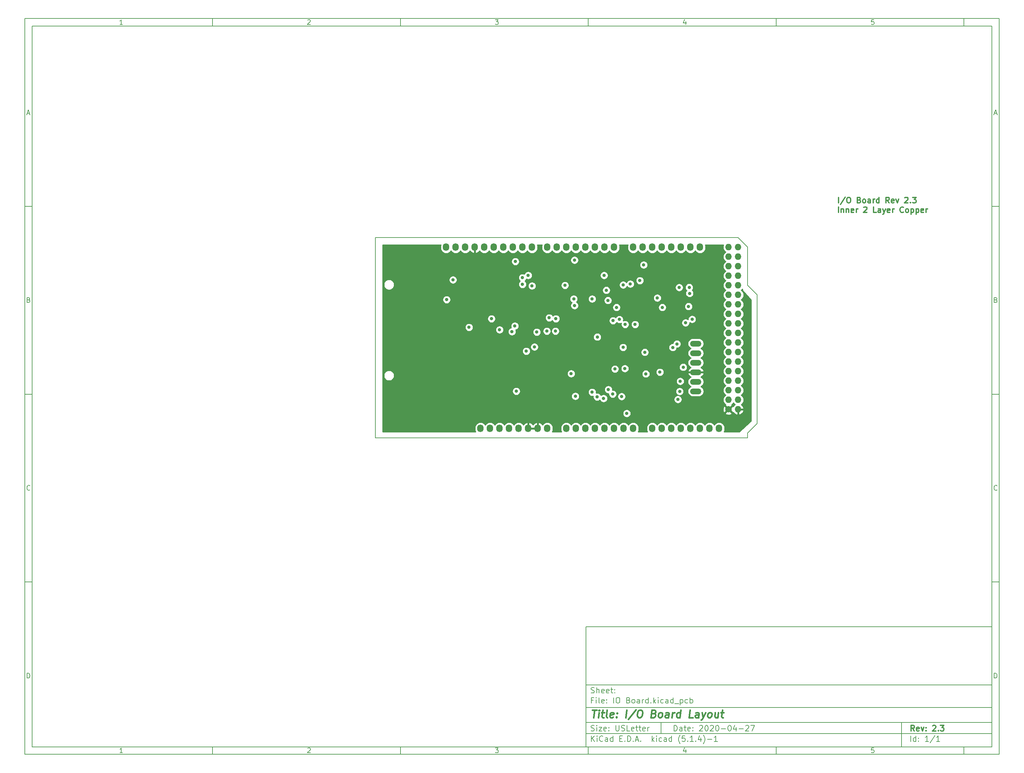
<source format=gbr>
G04 #@! TF.GenerationSoftware,KiCad,Pcbnew,(5.1.4)-1*
G04 #@! TF.CreationDate,2020-04-27T14:37:10-04:00*
G04 #@! TF.ProjectId,IO Board,494f2042-6f61-4726-942e-6b696361645f,2.3*
G04 #@! TF.SameCoordinates,Original*
G04 #@! TF.FileFunction,Copper,L3,Inr*
G04 #@! TF.FilePolarity,Positive*
%FSLAX46Y46*%
G04 Gerber Fmt 4.6, Leading zero omitted, Abs format (unit mm)*
G04 Created by KiCad (PCBNEW (5.1.4)-1) date 2020-04-27 14:37:10*
%MOMM*%
%LPD*%
G04 APERTURE LIST*
%ADD10C,0.100000*%
%ADD11C,0.150000*%
%ADD12C,0.300000*%
%ADD13C,0.400000*%
%ADD14C,1.727200*%
%ADD15O,1.727200X1.727200*%
%ADD16O,1.727200X2.032000*%
%ADD17O,3.010000X1.510000*%
%ADD18C,0.889000*%
%ADD19C,0.254000*%
G04 APERTURE END LIST*
D10*
D11*
X159400000Y-171900000D02*
X159400000Y-203900000D01*
X267400000Y-203900000D01*
X267400000Y-171900000D01*
X159400000Y-171900000D01*
D10*
D11*
X10000000Y-10000000D02*
X10000000Y-205900000D01*
X269400000Y-205900000D01*
X269400000Y-10000000D01*
X10000000Y-10000000D01*
D10*
D11*
X12000000Y-12000000D02*
X12000000Y-203900000D01*
X267400000Y-203900000D01*
X267400000Y-12000000D01*
X12000000Y-12000000D01*
D10*
D11*
X60000000Y-12000000D02*
X60000000Y-10000000D01*
D10*
D11*
X110000000Y-12000000D02*
X110000000Y-10000000D01*
D10*
D11*
X160000000Y-12000000D02*
X160000000Y-10000000D01*
D10*
D11*
X210000000Y-12000000D02*
X210000000Y-10000000D01*
D10*
D11*
X260000000Y-12000000D02*
X260000000Y-10000000D01*
D10*
D11*
X36065476Y-11588095D02*
X35322619Y-11588095D01*
X35694047Y-11588095D02*
X35694047Y-10288095D01*
X35570238Y-10473809D01*
X35446428Y-10597619D01*
X35322619Y-10659523D01*
D10*
D11*
X85322619Y-10411904D02*
X85384523Y-10350000D01*
X85508333Y-10288095D01*
X85817857Y-10288095D01*
X85941666Y-10350000D01*
X86003571Y-10411904D01*
X86065476Y-10535714D01*
X86065476Y-10659523D01*
X86003571Y-10845238D01*
X85260714Y-11588095D01*
X86065476Y-11588095D01*
D10*
D11*
X135260714Y-10288095D02*
X136065476Y-10288095D01*
X135632142Y-10783333D01*
X135817857Y-10783333D01*
X135941666Y-10845238D01*
X136003571Y-10907142D01*
X136065476Y-11030952D01*
X136065476Y-11340476D01*
X136003571Y-11464285D01*
X135941666Y-11526190D01*
X135817857Y-11588095D01*
X135446428Y-11588095D01*
X135322619Y-11526190D01*
X135260714Y-11464285D01*
D10*
D11*
X185941666Y-10721428D02*
X185941666Y-11588095D01*
X185632142Y-10226190D02*
X185322619Y-11154761D01*
X186127380Y-11154761D01*
D10*
D11*
X236003571Y-10288095D02*
X235384523Y-10288095D01*
X235322619Y-10907142D01*
X235384523Y-10845238D01*
X235508333Y-10783333D01*
X235817857Y-10783333D01*
X235941666Y-10845238D01*
X236003571Y-10907142D01*
X236065476Y-11030952D01*
X236065476Y-11340476D01*
X236003571Y-11464285D01*
X235941666Y-11526190D01*
X235817857Y-11588095D01*
X235508333Y-11588095D01*
X235384523Y-11526190D01*
X235322619Y-11464285D01*
D10*
D11*
X60000000Y-203900000D02*
X60000000Y-205900000D01*
D10*
D11*
X110000000Y-203900000D02*
X110000000Y-205900000D01*
D10*
D11*
X160000000Y-203900000D02*
X160000000Y-205900000D01*
D10*
D11*
X210000000Y-203900000D02*
X210000000Y-205900000D01*
D10*
D11*
X260000000Y-203900000D02*
X260000000Y-205900000D01*
D10*
D11*
X36065476Y-205488095D02*
X35322619Y-205488095D01*
X35694047Y-205488095D02*
X35694047Y-204188095D01*
X35570238Y-204373809D01*
X35446428Y-204497619D01*
X35322619Y-204559523D01*
D10*
D11*
X85322619Y-204311904D02*
X85384523Y-204250000D01*
X85508333Y-204188095D01*
X85817857Y-204188095D01*
X85941666Y-204250000D01*
X86003571Y-204311904D01*
X86065476Y-204435714D01*
X86065476Y-204559523D01*
X86003571Y-204745238D01*
X85260714Y-205488095D01*
X86065476Y-205488095D01*
D10*
D11*
X135260714Y-204188095D02*
X136065476Y-204188095D01*
X135632142Y-204683333D01*
X135817857Y-204683333D01*
X135941666Y-204745238D01*
X136003571Y-204807142D01*
X136065476Y-204930952D01*
X136065476Y-205240476D01*
X136003571Y-205364285D01*
X135941666Y-205426190D01*
X135817857Y-205488095D01*
X135446428Y-205488095D01*
X135322619Y-205426190D01*
X135260714Y-205364285D01*
D10*
D11*
X185941666Y-204621428D02*
X185941666Y-205488095D01*
X185632142Y-204126190D02*
X185322619Y-205054761D01*
X186127380Y-205054761D01*
D10*
D11*
X236003571Y-204188095D02*
X235384523Y-204188095D01*
X235322619Y-204807142D01*
X235384523Y-204745238D01*
X235508333Y-204683333D01*
X235817857Y-204683333D01*
X235941666Y-204745238D01*
X236003571Y-204807142D01*
X236065476Y-204930952D01*
X236065476Y-205240476D01*
X236003571Y-205364285D01*
X235941666Y-205426190D01*
X235817857Y-205488095D01*
X235508333Y-205488095D01*
X235384523Y-205426190D01*
X235322619Y-205364285D01*
D10*
D11*
X10000000Y-60000000D02*
X12000000Y-60000000D01*
D10*
D11*
X10000000Y-110000000D02*
X12000000Y-110000000D01*
D10*
D11*
X10000000Y-160000000D02*
X12000000Y-160000000D01*
D10*
D11*
X10690476Y-35216666D02*
X11309523Y-35216666D01*
X10566666Y-35588095D02*
X11000000Y-34288095D01*
X11433333Y-35588095D01*
D10*
D11*
X11092857Y-84907142D02*
X11278571Y-84969047D01*
X11340476Y-85030952D01*
X11402380Y-85154761D01*
X11402380Y-85340476D01*
X11340476Y-85464285D01*
X11278571Y-85526190D01*
X11154761Y-85588095D01*
X10659523Y-85588095D01*
X10659523Y-84288095D01*
X11092857Y-84288095D01*
X11216666Y-84350000D01*
X11278571Y-84411904D01*
X11340476Y-84535714D01*
X11340476Y-84659523D01*
X11278571Y-84783333D01*
X11216666Y-84845238D01*
X11092857Y-84907142D01*
X10659523Y-84907142D01*
D10*
D11*
X11402380Y-135464285D02*
X11340476Y-135526190D01*
X11154761Y-135588095D01*
X11030952Y-135588095D01*
X10845238Y-135526190D01*
X10721428Y-135402380D01*
X10659523Y-135278571D01*
X10597619Y-135030952D01*
X10597619Y-134845238D01*
X10659523Y-134597619D01*
X10721428Y-134473809D01*
X10845238Y-134350000D01*
X11030952Y-134288095D01*
X11154761Y-134288095D01*
X11340476Y-134350000D01*
X11402380Y-134411904D01*
D10*
D11*
X10659523Y-185588095D02*
X10659523Y-184288095D01*
X10969047Y-184288095D01*
X11154761Y-184350000D01*
X11278571Y-184473809D01*
X11340476Y-184597619D01*
X11402380Y-184845238D01*
X11402380Y-185030952D01*
X11340476Y-185278571D01*
X11278571Y-185402380D01*
X11154761Y-185526190D01*
X10969047Y-185588095D01*
X10659523Y-185588095D01*
D10*
D11*
X269400000Y-60000000D02*
X267400000Y-60000000D01*
D10*
D11*
X269400000Y-110000000D02*
X267400000Y-110000000D01*
D10*
D11*
X269400000Y-160000000D02*
X267400000Y-160000000D01*
D10*
D11*
X268090476Y-35216666D02*
X268709523Y-35216666D01*
X267966666Y-35588095D02*
X268400000Y-34288095D01*
X268833333Y-35588095D01*
D10*
D11*
X268492857Y-84907142D02*
X268678571Y-84969047D01*
X268740476Y-85030952D01*
X268802380Y-85154761D01*
X268802380Y-85340476D01*
X268740476Y-85464285D01*
X268678571Y-85526190D01*
X268554761Y-85588095D01*
X268059523Y-85588095D01*
X268059523Y-84288095D01*
X268492857Y-84288095D01*
X268616666Y-84350000D01*
X268678571Y-84411904D01*
X268740476Y-84535714D01*
X268740476Y-84659523D01*
X268678571Y-84783333D01*
X268616666Y-84845238D01*
X268492857Y-84907142D01*
X268059523Y-84907142D01*
D10*
D11*
X268802380Y-135464285D02*
X268740476Y-135526190D01*
X268554761Y-135588095D01*
X268430952Y-135588095D01*
X268245238Y-135526190D01*
X268121428Y-135402380D01*
X268059523Y-135278571D01*
X267997619Y-135030952D01*
X267997619Y-134845238D01*
X268059523Y-134597619D01*
X268121428Y-134473809D01*
X268245238Y-134350000D01*
X268430952Y-134288095D01*
X268554761Y-134288095D01*
X268740476Y-134350000D01*
X268802380Y-134411904D01*
D10*
D11*
X268059523Y-185588095D02*
X268059523Y-184288095D01*
X268369047Y-184288095D01*
X268554761Y-184350000D01*
X268678571Y-184473809D01*
X268740476Y-184597619D01*
X268802380Y-184845238D01*
X268802380Y-185030952D01*
X268740476Y-185278571D01*
X268678571Y-185402380D01*
X268554761Y-185526190D01*
X268369047Y-185588095D01*
X268059523Y-185588095D01*
D10*
D11*
X182832142Y-199678571D02*
X182832142Y-198178571D01*
X183189285Y-198178571D01*
X183403571Y-198250000D01*
X183546428Y-198392857D01*
X183617857Y-198535714D01*
X183689285Y-198821428D01*
X183689285Y-199035714D01*
X183617857Y-199321428D01*
X183546428Y-199464285D01*
X183403571Y-199607142D01*
X183189285Y-199678571D01*
X182832142Y-199678571D01*
X184975000Y-199678571D02*
X184975000Y-198892857D01*
X184903571Y-198750000D01*
X184760714Y-198678571D01*
X184475000Y-198678571D01*
X184332142Y-198750000D01*
X184975000Y-199607142D02*
X184832142Y-199678571D01*
X184475000Y-199678571D01*
X184332142Y-199607142D01*
X184260714Y-199464285D01*
X184260714Y-199321428D01*
X184332142Y-199178571D01*
X184475000Y-199107142D01*
X184832142Y-199107142D01*
X184975000Y-199035714D01*
X185475000Y-198678571D02*
X186046428Y-198678571D01*
X185689285Y-198178571D02*
X185689285Y-199464285D01*
X185760714Y-199607142D01*
X185903571Y-199678571D01*
X186046428Y-199678571D01*
X187117857Y-199607142D02*
X186975000Y-199678571D01*
X186689285Y-199678571D01*
X186546428Y-199607142D01*
X186475000Y-199464285D01*
X186475000Y-198892857D01*
X186546428Y-198750000D01*
X186689285Y-198678571D01*
X186975000Y-198678571D01*
X187117857Y-198750000D01*
X187189285Y-198892857D01*
X187189285Y-199035714D01*
X186475000Y-199178571D01*
X187832142Y-199535714D02*
X187903571Y-199607142D01*
X187832142Y-199678571D01*
X187760714Y-199607142D01*
X187832142Y-199535714D01*
X187832142Y-199678571D01*
X187832142Y-198750000D02*
X187903571Y-198821428D01*
X187832142Y-198892857D01*
X187760714Y-198821428D01*
X187832142Y-198750000D01*
X187832142Y-198892857D01*
X189617857Y-198321428D02*
X189689285Y-198250000D01*
X189832142Y-198178571D01*
X190189285Y-198178571D01*
X190332142Y-198250000D01*
X190403571Y-198321428D01*
X190475000Y-198464285D01*
X190475000Y-198607142D01*
X190403571Y-198821428D01*
X189546428Y-199678571D01*
X190475000Y-199678571D01*
X191403571Y-198178571D02*
X191546428Y-198178571D01*
X191689285Y-198250000D01*
X191760714Y-198321428D01*
X191832142Y-198464285D01*
X191903571Y-198750000D01*
X191903571Y-199107142D01*
X191832142Y-199392857D01*
X191760714Y-199535714D01*
X191689285Y-199607142D01*
X191546428Y-199678571D01*
X191403571Y-199678571D01*
X191260714Y-199607142D01*
X191189285Y-199535714D01*
X191117857Y-199392857D01*
X191046428Y-199107142D01*
X191046428Y-198750000D01*
X191117857Y-198464285D01*
X191189285Y-198321428D01*
X191260714Y-198250000D01*
X191403571Y-198178571D01*
X192475000Y-198321428D02*
X192546428Y-198250000D01*
X192689285Y-198178571D01*
X193046428Y-198178571D01*
X193189285Y-198250000D01*
X193260714Y-198321428D01*
X193332142Y-198464285D01*
X193332142Y-198607142D01*
X193260714Y-198821428D01*
X192403571Y-199678571D01*
X193332142Y-199678571D01*
X194260714Y-198178571D02*
X194403571Y-198178571D01*
X194546428Y-198250000D01*
X194617857Y-198321428D01*
X194689285Y-198464285D01*
X194760714Y-198750000D01*
X194760714Y-199107142D01*
X194689285Y-199392857D01*
X194617857Y-199535714D01*
X194546428Y-199607142D01*
X194403571Y-199678571D01*
X194260714Y-199678571D01*
X194117857Y-199607142D01*
X194046428Y-199535714D01*
X193975000Y-199392857D01*
X193903571Y-199107142D01*
X193903571Y-198750000D01*
X193975000Y-198464285D01*
X194046428Y-198321428D01*
X194117857Y-198250000D01*
X194260714Y-198178571D01*
X195403571Y-199107142D02*
X196546428Y-199107142D01*
X197546428Y-198178571D02*
X197689285Y-198178571D01*
X197832142Y-198250000D01*
X197903571Y-198321428D01*
X197975000Y-198464285D01*
X198046428Y-198750000D01*
X198046428Y-199107142D01*
X197975000Y-199392857D01*
X197903571Y-199535714D01*
X197832142Y-199607142D01*
X197689285Y-199678571D01*
X197546428Y-199678571D01*
X197403571Y-199607142D01*
X197332142Y-199535714D01*
X197260714Y-199392857D01*
X197189285Y-199107142D01*
X197189285Y-198750000D01*
X197260714Y-198464285D01*
X197332142Y-198321428D01*
X197403571Y-198250000D01*
X197546428Y-198178571D01*
X199332142Y-198678571D02*
X199332142Y-199678571D01*
X198975000Y-198107142D02*
X198617857Y-199178571D01*
X199546428Y-199178571D01*
X200117857Y-199107142D02*
X201260714Y-199107142D01*
X201903571Y-198321428D02*
X201975000Y-198250000D01*
X202117857Y-198178571D01*
X202475000Y-198178571D01*
X202617857Y-198250000D01*
X202689285Y-198321428D01*
X202760714Y-198464285D01*
X202760714Y-198607142D01*
X202689285Y-198821428D01*
X201832142Y-199678571D01*
X202760714Y-199678571D01*
X203260714Y-198178571D02*
X204260714Y-198178571D01*
X203617857Y-199678571D01*
D10*
D11*
X159400000Y-200400000D02*
X267400000Y-200400000D01*
D10*
D11*
X160832142Y-202478571D02*
X160832142Y-200978571D01*
X161689285Y-202478571D02*
X161046428Y-201621428D01*
X161689285Y-200978571D02*
X160832142Y-201835714D01*
X162332142Y-202478571D02*
X162332142Y-201478571D01*
X162332142Y-200978571D02*
X162260714Y-201050000D01*
X162332142Y-201121428D01*
X162403571Y-201050000D01*
X162332142Y-200978571D01*
X162332142Y-201121428D01*
X163903571Y-202335714D02*
X163832142Y-202407142D01*
X163617857Y-202478571D01*
X163475000Y-202478571D01*
X163260714Y-202407142D01*
X163117857Y-202264285D01*
X163046428Y-202121428D01*
X162975000Y-201835714D01*
X162975000Y-201621428D01*
X163046428Y-201335714D01*
X163117857Y-201192857D01*
X163260714Y-201050000D01*
X163475000Y-200978571D01*
X163617857Y-200978571D01*
X163832142Y-201050000D01*
X163903571Y-201121428D01*
X165189285Y-202478571D02*
X165189285Y-201692857D01*
X165117857Y-201550000D01*
X164975000Y-201478571D01*
X164689285Y-201478571D01*
X164546428Y-201550000D01*
X165189285Y-202407142D02*
X165046428Y-202478571D01*
X164689285Y-202478571D01*
X164546428Y-202407142D01*
X164475000Y-202264285D01*
X164475000Y-202121428D01*
X164546428Y-201978571D01*
X164689285Y-201907142D01*
X165046428Y-201907142D01*
X165189285Y-201835714D01*
X166546428Y-202478571D02*
X166546428Y-200978571D01*
X166546428Y-202407142D02*
X166403571Y-202478571D01*
X166117857Y-202478571D01*
X165975000Y-202407142D01*
X165903571Y-202335714D01*
X165832142Y-202192857D01*
X165832142Y-201764285D01*
X165903571Y-201621428D01*
X165975000Y-201550000D01*
X166117857Y-201478571D01*
X166403571Y-201478571D01*
X166546428Y-201550000D01*
X168403571Y-201692857D02*
X168903571Y-201692857D01*
X169117857Y-202478571D02*
X168403571Y-202478571D01*
X168403571Y-200978571D01*
X169117857Y-200978571D01*
X169760714Y-202335714D02*
X169832142Y-202407142D01*
X169760714Y-202478571D01*
X169689285Y-202407142D01*
X169760714Y-202335714D01*
X169760714Y-202478571D01*
X170475000Y-202478571D02*
X170475000Y-200978571D01*
X170832142Y-200978571D01*
X171046428Y-201050000D01*
X171189285Y-201192857D01*
X171260714Y-201335714D01*
X171332142Y-201621428D01*
X171332142Y-201835714D01*
X171260714Y-202121428D01*
X171189285Y-202264285D01*
X171046428Y-202407142D01*
X170832142Y-202478571D01*
X170475000Y-202478571D01*
X171975000Y-202335714D02*
X172046428Y-202407142D01*
X171975000Y-202478571D01*
X171903571Y-202407142D01*
X171975000Y-202335714D01*
X171975000Y-202478571D01*
X172617857Y-202050000D02*
X173332142Y-202050000D01*
X172475000Y-202478571D02*
X172975000Y-200978571D01*
X173475000Y-202478571D01*
X173975000Y-202335714D02*
X174046428Y-202407142D01*
X173975000Y-202478571D01*
X173903571Y-202407142D01*
X173975000Y-202335714D01*
X173975000Y-202478571D01*
X176975000Y-202478571D02*
X176975000Y-200978571D01*
X177117857Y-201907142D02*
X177546428Y-202478571D01*
X177546428Y-201478571D02*
X176975000Y-202050000D01*
X178189285Y-202478571D02*
X178189285Y-201478571D01*
X178189285Y-200978571D02*
X178117857Y-201050000D01*
X178189285Y-201121428D01*
X178260714Y-201050000D01*
X178189285Y-200978571D01*
X178189285Y-201121428D01*
X179546428Y-202407142D02*
X179403571Y-202478571D01*
X179117857Y-202478571D01*
X178975000Y-202407142D01*
X178903571Y-202335714D01*
X178832142Y-202192857D01*
X178832142Y-201764285D01*
X178903571Y-201621428D01*
X178975000Y-201550000D01*
X179117857Y-201478571D01*
X179403571Y-201478571D01*
X179546428Y-201550000D01*
X180832142Y-202478571D02*
X180832142Y-201692857D01*
X180760714Y-201550000D01*
X180617857Y-201478571D01*
X180332142Y-201478571D01*
X180189285Y-201550000D01*
X180832142Y-202407142D02*
X180689285Y-202478571D01*
X180332142Y-202478571D01*
X180189285Y-202407142D01*
X180117857Y-202264285D01*
X180117857Y-202121428D01*
X180189285Y-201978571D01*
X180332142Y-201907142D01*
X180689285Y-201907142D01*
X180832142Y-201835714D01*
X182189285Y-202478571D02*
X182189285Y-200978571D01*
X182189285Y-202407142D02*
X182046428Y-202478571D01*
X181760714Y-202478571D01*
X181617857Y-202407142D01*
X181546428Y-202335714D01*
X181475000Y-202192857D01*
X181475000Y-201764285D01*
X181546428Y-201621428D01*
X181617857Y-201550000D01*
X181760714Y-201478571D01*
X182046428Y-201478571D01*
X182189285Y-201550000D01*
X184475000Y-203050000D02*
X184403571Y-202978571D01*
X184260714Y-202764285D01*
X184189285Y-202621428D01*
X184117857Y-202407142D01*
X184046428Y-202050000D01*
X184046428Y-201764285D01*
X184117857Y-201407142D01*
X184189285Y-201192857D01*
X184260714Y-201050000D01*
X184403571Y-200835714D01*
X184475000Y-200764285D01*
X185760714Y-200978571D02*
X185046428Y-200978571D01*
X184975000Y-201692857D01*
X185046428Y-201621428D01*
X185189285Y-201550000D01*
X185546428Y-201550000D01*
X185689285Y-201621428D01*
X185760714Y-201692857D01*
X185832142Y-201835714D01*
X185832142Y-202192857D01*
X185760714Y-202335714D01*
X185689285Y-202407142D01*
X185546428Y-202478571D01*
X185189285Y-202478571D01*
X185046428Y-202407142D01*
X184975000Y-202335714D01*
X186475000Y-202335714D02*
X186546428Y-202407142D01*
X186475000Y-202478571D01*
X186403571Y-202407142D01*
X186475000Y-202335714D01*
X186475000Y-202478571D01*
X187975000Y-202478571D02*
X187117857Y-202478571D01*
X187546428Y-202478571D02*
X187546428Y-200978571D01*
X187403571Y-201192857D01*
X187260714Y-201335714D01*
X187117857Y-201407142D01*
X188617857Y-202335714D02*
X188689285Y-202407142D01*
X188617857Y-202478571D01*
X188546428Y-202407142D01*
X188617857Y-202335714D01*
X188617857Y-202478571D01*
X189975000Y-201478571D02*
X189975000Y-202478571D01*
X189617857Y-200907142D02*
X189260714Y-201978571D01*
X190189285Y-201978571D01*
X190617857Y-203050000D02*
X190689285Y-202978571D01*
X190832142Y-202764285D01*
X190903571Y-202621428D01*
X190975000Y-202407142D01*
X191046428Y-202050000D01*
X191046428Y-201764285D01*
X190975000Y-201407142D01*
X190903571Y-201192857D01*
X190832142Y-201050000D01*
X190689285Y-200835714D01*
X190617857Y-200764285D01*
X191760714Y-201907142D02*
X192903571Y-201907142D01*
X194403571Y-202478571D02*
X193546428Y-202478571D01*
X193975000Y-202478571D02*
X193975000Y-200978571D01*
X193832142Y-201192857D01*
X193689285Y-201335714D01*
X193546428Y-201407142D01*
D10*
D11*
X159400000Y-197400000D02*
X267400000Y-197400000D01*
D10*
D12*
X246809285Y-199678571D02*
X246309285Y-198964285D01*
X245952142Y-199678571D02*
X245952142Y-198178571D01*
X246523571Y-198178571D01*
X246666428Y-198250000D01*
X246737857Y-198321428D01*
X246809285Y-198464285D01*
X246809285Y-198678571D01*
X246737857Y-198821428D01*
X246666428Y-198892857D01*
X246523571Y-198964285D01*
X245952142Y-198964285D01*
X248023571Y-199607142D02*
X247880714Y-199678571D01*
X247595000Y-199678571D01*
X247452142Y-199607142D01*
X247380714Y-199464285D01*
X247380714Y-198892857D01*
X247452142Y-198750000D01*
X247595000Y-198678571D01*
X247880714Y-198678571D01*
X248023571Y-198750000D01*
X248095000Y-198892857D01*
X248095000Y-199035714D01*
X247380714Y-199178571D01*
X248595000Y-198678571D02*
X248952142Y-199678571D01*
X249309285Y-198678571D01*
X249880714Y-199535714D02*
X249952142Y-199607142D01*
X249880714Y-199678571D01*
X249809285Y-199607142D01*
X249880714Y-199535714D01*
X249880714Y-199678571D01*
X249880714Y-198750000D02*
X249952142Y-198821428D01*
X249880714Y-198892857D01*
X249809285Y-198821428D01*
X249880714Y-198750000D01*
X249880714Y-198892857D01*
X251666428Y-198321428D02*
X251737857Y-198250000D01*
X251880714Y-198178571D01*
X252237857Y-198178571D01*
X252380714Y-198250000D01*
X252452142Y-198321428D01*
X252523571Y-198464285D01*
X252523571Y-198607142D01*
X252452142Y-198821428D01*
X251595000Y-199678571D01*
X252523571Y-199678571D01*
X253166428Y-199535714D02*
X253237857Y-199607142D01*
X253166428Y-199678571D01*
X253095000Y-199607142D01*
X253166428Y-199535714D01*
X253166428Y-199678571D01*
X253737857Y-198178571D02*
X254666428Y-198178571D01*
X254166428Y-198750000D01*
X254380714Y-198750000D01*
X254523571Y-198821428D01*
X254595000Y-198892857D01*
X254666428Y-199035714D01*
X254666428Y-199392857D01*
X254595000Y-199535714D01*
X254523571Y-199607142D01*
X254380714Y-199678571D01*
X253952142Y-199678571D01*
X253809285Y-199607142D01*
X253737857Y-199535714D01*
D10*
D11*
X160760714Y-199607142D02*
X160975000Y-199678571D01*
X161332142Y-199678571D01*
X161475000Y-199607142D01*
X161546428Y-199535714D01*
X161617857Y-199392857D01*
X161617857Y-199250000D01*
X161546428Y-199107142D01*
X161475000Y-199035714D01*
X161332142Y-198964285D01*
X161046428Y-198892857D01*
X160903571Y-198821428D01*
X160832142Y-198750000D01*
X160760714Y-198607142D01*
X160760714Y-198464285D01*
X160832142Y-198321428D01*
X160903571Y-198250000D01*
X161046428Y-198178571D01*
X161403571Y-198178571D01*
X161617857Y-198250000D01*
X162260714Y-199678571D02*
X162260714Y-198678571D01*
X162260714Y-198178571D02*
X162189285Y-198250000D01*
X162260714Y-198321428D01*
X162332142Y-198250000D01*
X162260714Y-198178571D01*
X162260714Y-198321428D01*
X162832142Y-198678571D02*
X163617857Y-198678571D01*
X162832142Y-199678571D01*
X163617857Y-199678571D01*
X164760714Y-199607142D02*
X164617857Y-199678571D01*
X164332142Y-199678571D01*
X164189285Y-199607142D01*
X164117857Y-199464285D01*
X164117857Y-198892857D01*
X164189285Y-198750000D01*
X164332142Y-198678571D01*
X164617857Y-198678571D01*
X164760714Y-198750000D01*
X164832142Y-198892857D01*
X164832142Y-199035714D01*
X164117857Y-199178571D01*
X165475000Y-199535714D02*
X165546428Y-199607142D01*
X165475000Y-199678571D01*
X165403571Y-199607142D01*
X165475000Y-199535714D01*
X165475000Y-199678571D01*
X165475000Y-198750000D02*
X165546428Y-198821428D01*
X165475000Y-198892857D01*
X165403571Y-198821428D01*
X165475000Y-198750000D01*
X165475000Y-198892857D01*
X167332142Y-198178571D02*
X167332142Y-199392857D01*
X167403571Y-199535714D01*
X167475000Y-199607142D01*
X167617857Y-199678571D01*
X167903571Y-199678571D01*
X168046428Y-199607142D01*
X168117857Y-199535714D01*
X168189285Y-199392857D01*
X168189285Y-198178571D01*
X168832142Y-199607142D02*
X169046428Y-199678571D01*
X169403571Y-199678571D01*
X169546428Y-199607142D01*
X169617857Y-199535714D01*
X169689285Y-199392857D01*
X169689285Y-199250000D01*
X169617857Y-199107142D01*
X169546428Y-199035714D01*
X169403571Y-198964285D01*
X169117857Y-198892857D01*
X168975000Y-198821428D01*
X168903571Y-198750000D01*
X168832142Y-198607142D01*
X168832142Y-198464285D01*
X168903571Y-198321428D01*
X168975000Y-198250000D01*
X169117857Y-198178571D01*
X169475000Y-198178571D01*
X169689285Y-198250000D01*
X171046428Y-199678571D02*
X170332142Y-199678571D01*
X170332142Y-198178571D01*
X172117857Y-199607142D02*
X171975000Y-199678571D01*
X171689285Y-199678571D01*
X171546428Y-199607142D01*
X171475000Y-199464285D01*
X171475000Y-198892857D01*
X171546428Y-198750000D01*
X171689285Y-198678571D01*
X171975000Y-198678571D01*
X172117857Y-198750000D01*
X172189285Y-198892857D01*
X172189285Y-199035714D01*
X171475000Y-199178571D01*
X172617857Y-198678571D02*
X173189285Y-198678571D01*
X172832142Y-198178571D02*
X172832142Y-199464285D01*
X172903571Y-199607142D01*
X173046428Y-199678571D01*
X173189285Y-199678571D01*
X173475000Y-198678571D02*
X174046428Y-198678571D01*
X173689285Y-198178571D02*
X173689285Y-199464285D01*
X173760714Y-199607142D01*
X173903571Y-199678571D01*
X174046428Y-199678571D01*
X175117857Y-199607142D02*
X174975000Y-199678571D01*
X174689285Y-199678571D01*
X174546428Y-199607142D01*
X174475000Y-199464285D01*
X174475000Y-198892857D01*
X174546428Y-198750000D01*
X174689285Y-198678571D01*
X174975000Y-198678571D01*
X175117857Y-198750000D01*
X175189285Y-198892857D01*
X175189285Y-199035714D01*
X174475000Y-199178571D01*
X175832142Y-199678571D02*
X175832142Y-198678571D01*
X175832142Y-198964285D02*
X175903571Y-198821428D01*
X175975000Y-198750000D01*
X176117857Y-198678571D01*
X176260714Y-198678571D01*
D10*
D11*
X245832142Y-202478571D02*
X245832142Y-200978571D01*
X247189285Y-202478571D02*
X247189285Y-200978571D01*
X247189285Y-202407142D02*
X247046428Y-202478571D01*
X246760714Y-202478571D01*
X246617857Y-202407142D01*
X246546428Y-202335714D01*
X246475000Y-202192857D01*
X246475000Y-201764285D01*
X246546428Y-201621428D01*
X246617857Y-201550000D01*
X246760714Y-201478571D01*
X247046428Y-201478571D01*
X247189285Y-201550000D01*
X247903571Y-202335714D02*
X247975000Y-202407142D01*
X247903571Y-202478571D01*
X247832142Y-202407142D01*
X247903571Y-202335714D01*
X247903571Y-202478571D01*
X247903571Y-201550000D02*
X247975000Y-201621428D01*
X247903571Y-201692857D01*
X247832142Y-201621428D01*
X247903571Y-201550000D01*
X247903571Y-201692857D01*
X250546428Y-202478571D02*
X249689285Y-202478571D01*
X250117857Y-202478571D02*
X250117857Y-200978571D01*
X249975000Y-201192857D01*
X249832142Y-201335714D01*
X249689285Y-201407142D01*
X252260714Y-200907142D02*
X250975000Y-202835714D01*
X253546428Y-202478571D02*
X252689285Y-202478571D01*
X253117857Y-202478571D02*
X253117857Y-200978571D01*
X252975000Y-201192857D01*
X252832142Y-201335714D01*
X252689285Y-201407142D01*
D10*
D11*
X159400000Y-193400000D02*
X267400000Y-193400000D01*
D10*
D13*
X161112380Y-194104761D02*
X162255238Y-194104761D01*
X161433809Y-196104761D02*
X161683809Y-194104761D01*
X162671904Y-196104761D02*
X162838571Y-194771428D01*
X162921904Y-194104761D02*
X162814761Y-194200000D01*
X162898095Y-194295238D01*
X163005238Y-194200000D01*
X162921904Y-194104761D01*
X162898095Y-194295238D01*
X163505238Y-194771428D02*
X164267142Y-194771428D01*
X163874285Y-194104761D02*
X163660000Y-195819047D01*
X163731428Y-196009523D01*
X163910000Y-196104761D01*
X164100476Y-196104761D01*
X165052857Y-196104761D02*
X164874285Y-196009523D01*
X164802857Y-195819047D01*
X165017142Y-194104761D01*
X166588571Y-196009523D02*
X166386190Y-196104761D01*
X166005238Y-196104761D01*
X165826666Y-196009523D01*
X165755238Y-195819047D01*
X165850476Y-195057142D01*
X165969523Y-194866666D01*
X166171904Y-194771428D01*
X166552857Y-194771428D01*
X166731428Y-194866666D01*
X166802857Y-195057142D01*
X166779047Y-195247619D01*
X165802857Y-195438095D01*
X167552857Y-195914285D02*
X167636190Y-196009523D01*
X167529047Y-196104761D01*
X167445714Y-196009523D01*
X167552857Y-195914285D01*
X167529047Y-196104761D01*
X167683809Y-194866666D02*
X167767142Y-194961904D01*
X167660000Y-195057142D01*
X167576666Y-194961904D01*
X167683809Y-194866666D01*
X167660000Y-195057142D01*
X170005238Y-196104761D02*
X170255238Y-194104761D01*
X172648095Y-194009523D02*
X170612380Y-196580952D01*
X173683809Y-194104761D02*
X174064761Y-194104761D01*
X174243333Y-194200000D01*
X174410000Y-194390476D01*
X174457619Y-194771428D01*
X174374285Y-195438095D01*
X174231428Y-195819047D01*
X174017142Y-196009523D01*
X173814761Y-196104761D01*
X173433809Y-196104761D01*
X173255238Y-196009523D01*
X173088571Y-195819047D01*
X173040952Y-195438095D01*
X173124285Y-194771428D01*
X173267142Y-194390476D01*
X173481428Y-194200000D01*
X173683809Y-194104761D01*
X177469523Y-195057142D02*
X177743333Y-195152380D01*
X177826666Y-195247619D01*
X177898095Y-195438095D01*
X177862380Y-195723809D01*
X177743333Y-195914285D01*
X177636190Y-196009523D01*
X177433809Y-196104761D01*
X176671904Y-196104761D01*
X176921904Y-194104761D01*
X177588571Y-194104761D01*
X177767142Y-194200000D01*
X177850476Y-194295238D01*
X177921904Y-194485714D01*
X177898095Y-194676190D01*
X177779047Y-194866666D01*
X177671904Y-194961904D01*
X177469523Y-195057142D01*
X176802857Y-195057142D01*
X178957619Y-196104761D02*
X178779047Y-196009523D01*
X178695714Y-195914285D01*
X178624285Y-195723809D01*
X178695714Y-195152380D01*
X178814761Y-194961904D01*
X178921904Y-194866666D01*
X179124285Y-194771428D01*
X179410000Y-194771428D01*
X179588571Y-194866666D01*
X179671904Y-194961904D01*
X179743333Y-195152380D01*
X179671904Y-195723809D01*
X179552857Y-195914285D01*
X179445714Y-196009523D01*
X179243333Y-196104761D01*
X178957619Y-196104761D01*
X181338571Y-196104761D02*
X181469523Y-195057142D01*
X181398095Y-194866666D01*
X181219523Y-194771428D01*
X180838571Y-194771428D01*
X180636190Y-194866666D01*
X181350476Y-196009523D02*
X181148095Y-196104761D01*
X180671904Y-196104761D01*
X180493333Y-196009523D01*
X180421904Y-195819047D01*
X180445714Y-195628571D01*
X180564761Y-195438095D01*
X180767142Y-195342857D01*
X181243333Y-195342857D01*
X181445714Y-195247619D01*
X182290952Y-196104761D02*
X182457619Y-194771428D01*
X182410000Y-195152380D02*
X182529047Y-194961904D01*
X182636190Y-194866666D01*
X182838571Y-194771428D01*
X183029047Y-194771428D01*
X184386190Y-196104761D02*
X184636190Y-194104761D01*
X184398095Y-196009523D02*
X184195714Y-196104761D01*
X183814761Y-196104761D01*
X183636190Y-196009523D01*
X183552857Y-195914285D01*
X183481428Y-195723809D01*
X183552857Y-195152380D01*
X183671904Y-194961904D01*
X183779047Y-194866666D01*
X183981428Y-194771428D01*
X184362380Y-194771428D01*
X184540952Y-194866666D01*
X187814761Y-196104761D02*
X186862380Y-196104761D01*
X187112380Y-194104761D01*
X189338571Y-196104761D02*
X189469523Y-195057142D01*
X189398095Y-194866666D01*
X189219523Y-194771428D01*
X188838571Y-194771428D01*
X188636190Y-194866666D01*
X189350476Y-196009523D02*
X189148095Y-196104761D01*
X188671904Y-196104761D01*
X188493333Y-196009523D01*
X188421904Y-195819047D01*
X188445714Y-195628571D01*
X188564761Y-195438095D01*
X188767142Y-195342857D01*
X189243333Y-195342857D01*
X189445714Y-195247619D01*
X190267142Y-194771428D02*
X190576666Y-196104761D01*
X191219523Y-194771428D02*
X190576666Y-196104761D01*
X190326666Y-196580952D01*
X190219523Y-196676190D01*
X190017142Y-196771428D01*
X192100476Y-196104761D02*
X191921904Y-196009523D01*
X191838571Y-195914285D01*
X191767142Y-195723809D01*
X191838571Y-195152380D01*
X191957619Y-194961904D01*
X192064761Y-194866666D01*
X192267142Y-194771428D01*
X192552857Y-194771428D01*
X192731428Y-194866666D01*
X192814761Y-194961904D01*
X192886190Y-195152380D01*
X192814761Y-195723809D01*
X192695714Y-195914285D01*
X192588571Y-196009523D01*
X192386190Y-196104761D01*
X192100476Y-196104761D01*
X194648095Y-194771428D02*
X194481428Y-196104761D01*
X193790952Y-194771428D02*
X193660000Y-195819047D01*
X193731428Y-196009523D01*
X193910000Y-196104761D01*
X194195714Y-196104761D01*
X194398095Y-196009523D01*
X194505238Y-195914285D01*
X195314761Y-194771428D02*
X196076666Y-194771428D01*
X195683809Y-194104761D02*
X195469523Y-195819047D01*
X195540952Y-196009523D01*
X195719523Y-196104761D01*
X195910000Y-196104761D01*
D10*
D11*
X161332142Y-191492857D02*
X160832142Y-191492857D01*
X160832142Y-192278571D02*
X160832142Y-190778571D01*
X161546428Y-190778571D01*
X162117857Y-192278571D02*
X162117857Y-191278571D01*
X162117857Y-190778571D02*
X162046428Y-190850000D01*
X162117857Y-190921428D01*
X162189285Y-190850000D01*
X162117857Y-190778571D01*
X162117857Y-190921428D01*
X163046428Y-192278571D02*
X162903571Y-192207142D01*
X162832142Y-192064285D01*
X162832142Y-190778571D01*
X164189285Y-192207142D02*
X164046428Y-192278571D01*
X163760714Y-192278571D01*
X163617857Y-192207142D01*
X163546428Y-192064285D01*
X163546428Y-191492857D01*
X163617857Y-191350000D01*
X163760714Y-191278571D01*
X164046428Y-191278571D01*
X164189285Y-191350000D01*
X164260714Y-191492857D01*
X164260714Y-191635714D01*
X163546428Y-191778571D01*
X164903571Y-192135714D02*
X164975000Y-192207142D01*
X164903571Y-192278571D01*
X164832142Y-192207142D01*
X164903571Y-192135714D01*
X164903571Y-192278571D01*
X164903571Y-191350000D02*
X164975000Y-191421428D01*
X164903571Y-191492857D01*
X164832142Y-191421428D01*
X164903571Y-191350000D01*
X164903571Y-191492857D01*
X166760714Y-192278571D02*
X166760714Y-190778571D01*
X167760714Y-190778571D02*
X168046428Y-190778571D01*
X168189285Y-190850000D01*
X168332142Y-190992857D01*
X168403571Y-191278571D01*
X168403571Y-191778571D01*
X168332142Y-192064285D01*
X168189285Y-192207142D01*
X168046428Y-192278571D01*
X167760714Y-192278571D01*
X167617857Y-192207142D01*
X167475000Y-192064285D01*
X167403571Y-191778571D01*
X167403571Y-191278571D01*
X167475000Y-190992857D01*
X167617857Y-190850000D01*
X167760714Y-190778571D01*
X170689285Y-191492857D02*
X170903571Y-191564285D01*
X170975000Y-191635714D01*
X171046428Y-191778571D01*
X171046428Y-191992857D01*
X170975000Y-192135714D01*
X170903571Y-192207142D01*
X170760714Y-192278571D01*
X170189285Y-192278571D01*
X170189285Y-190778571D01*
X170689285Y-190778571D01*
X170832142Y-190850000D01*
X170903571Y-190921428D01*
X170975000Y-191064285D01*
X170975000Y-191207142D01*
X170903571Y-191350000D01*
X170832142Y-191421428D01*
X170689285Y-191492857D01*
X170189285Y-191492857D01*
X171903571Y-192278571D02*
X171760714Y-192207142D01*
X171689285Y-192135714D01*
X171617857Y-191992857D01*
X171617857Y-191564285D01*
X171689285Y-191421428D01*
X171760714Y-191350000D01*
X171903571Y-191278571D01*
X172117857Y-191278571D01*
X172260714Y-191350000D01*
X172332142Y-191421428D01*
X172403571Y-191564285D01*
X172403571Y-191992857D01*
X172332142Y-192135714D01*
X172260714Y-192207142D01*
X172117857Y-192278571D01*
X171903571Y-192278571D01*
X173689285Y-192278571D02*
X173689285Y-191492857D01*
X173617857Y-191350000D01*
X173475000Y-191278571D01*
X173189285Y-191278571D01*
X173046428Y-191350000D01*
X173689285Y-192207142D02*
X173546428Y-192278571D01*
X173189285Y-192278571D01*
X173046428Y-192207142D01*
X172975000Y-192064285D01*
X172975000Y-191921428D01*
X173046428Y-191778571D01*
X173189285Y-191707142D01*
X173546428Y-191707142D01*
X173689285Y-191635714D01*
X174403571Y-192278571D02*
X174403571Y-191278571D01*
X174403571Y-191564285D02*
X174475000Y-191421428D01*
X174546428Y-191350000D01*
X174689285Y-191278571D01*
X174832142Y-191278571D01*
X175975000Y-192278571D02*
X175975000Y-190778571D01*
X175975000Y-192207142D02*
X175832142Y-192278571D01*
X175546428Y-192278571D01*
X175403571Y-192207142D01*
X175332142Y-192135714D01*
X175260714Y-191992857D01*
X175260714Y-191564285D01*
X175332142Y-191421428D01*
X175403571Y-191350000D01*
X175546428Y-191278571D01*
X175832142Y-191278571D01*
X175975000Y-191350000D01*
X176689285Y-192135714D02*
X176760714Y-192207142D01*
X176689285Y-192278571D01*
X176617857Y-192207142D01*
X176689285Y-192135714D01*
X176689285Y-192278571D01*
X177403571Y-192278571D02*
X177403571Y-190778571D01*
X177546428Y-191707142D02*
X177975000Y-192278571D01*
X177975000Y-191278571D02*
X177403571Y-191850000D01*
X178617857Y-192278571D02*
X178617857Y-191278571D01*
X178617857Y-190778571D02*
X178546428Y-190850000D01*
X178617857Y-190921428D01*
X178689285Y-190850000D01*
X178617857Y-190778571D01*
X178617857Y-190921428D01*
X179975000Y-192207142D02*
X179832142Y-192278571D01*
X179546428Y-192278571D01*
X179403571Y-192207142D01*
X179332142Y-192135714D01*
X179260714Y-191992857D01*
X179260714Y-191564285D01*
X179332142Y-191421428D01*
X179403571Y-191350000D01*
X179546428Y-191278571D01*
X179832142Y-191278571D01*
X179975000Y-191350000D01*
X181260714Y-192278571D02*
X181260714Y-191492857D01*
X181189285Y-191350000D01*
X181046428Y-191278571D01*
X180760714Y-191278571D01*
X180617857Y-191350000D01*
X181260714Y-192207142D02*
X181117857Y-192278571D01*
X180760714Y-192278571D01*
X180617857Y-192207142D01*
X180546428Y-192064285D01*
X180546428Y-191921428D01*
X180617857Y-191778571D01*
X180760714Y-191707142D01*
X181117857Y-191707142D01*
X181260714Y-191635714D01*
X182617857Y-192278571D02*
X182617857Y-190778571D01*
X182617857Y-192207142D02*
X182475000Y-192278571D01*
X182189285Y-192278571D01*
X182046428Y-192207142D01*
X181975000Y-192135714D01*
X181903571Y-191992857D01*
X181903571Y-191564285D01*
X181975000Y-191421428D01*
X182046428Y-191350000D01*
X182189285Y-191278571D01*
X182475000Y-191278571D01*
X182617857Y-191350000D01*
X182975000Y-192421428D02*
X184117857Y-192421428D01*
X184475000Y-191278571D02*
X184475000Y-192778571D01*
X184475000Y-191350000D02*
X184617857Y-191278571D01*
X184903571Y-191278571D01*
X185046428Y-191350000D01*
X185117857Y-191421428D01*
X185189285Y-191564285D01*
X185189285Y-191992857D01*
X185117857Y-192135714D01*
X185046428Y-192207142D01*
X184903571Y-192278571D01*
X184617857Y-192278571D01*
X184475000Y-192207142D01*
X186475000Y-192207142D02*
X186332142Y-192278571D01*
X186046428Y-192278571D01*
X185903571Y-192207142D01*
X185832142Y-192135714D01*
X185760714Y-191992857D01*
X185760714Y-191564285D01*
X185832142Y-191421428D01*
X185903571Y-191350000D01*
X186046428Y-191278571D01*
X186332142Y-191278571D01*
X186475000Y-191350000D01*
X187117857Y-192278571D02*
X187117857Y-190778571D01*
X187117857Y-191350000D02*
X187260714Y-191278571D01*
X187546428Y-191278571D01*
X187689285Y-191350000D01*
X187760714Y-191421428D01*
X187832142Y-191564285D01*
X187832142Y-191992857D01*
X187760714Y-192135714D01*
X187689285Y-192207142D01*
X187546428Y-192278571D01*
X187260714Y-192278571D01*
X187117857Y-192207142D01*
D10*
D11*
X159400000Y-187400000D02*
X267400000Y-187400000D01*
D10*
D11*
X160760714Y-189507142D02*
X160975000Y-189578571D01*
X161332142Y-189578571D01*
X161475000Y-189507142D01*
X161546428Y-189435714D01*
X161617857Y-189292857D01*
X161617857Y-189150000D01*
X161546428Y-189007142D01*
X161475000Y-188935714D01*
X161332142Y-188864285D01*
X161046428Y-188792857D01*
X160903571Y-188721428D01*
X160832142Y-188650000D01*
X160760714Y-188507142D01*
X160760714Y-188364285D01*
X160832142Y-188221428D01*
X160903571Y-188150000D01*
X161046428Y-188078571D01*
X161403571Y-188078571D01*
X161617857Y-188150000D01*
X162260714Y-189578571D02*
X162260714Y-188078571D01*
X162903571Y-189578571D02*
X162903571Y-188792857D01*
X162832142Y-188650000D01*
X162689285Y-188578571D01*
X162475000Y-188578571D01*
X162332142Y-188650000D01*
X162260714Y-188721428D01*
X164189285Y-189507142D02*
X164046428Y-189578571D01*
X163760714Y-189578571D01*
X163617857Y-189507142D01*
X163546428Y-189364285D01*
X163546428Y-188792857D01*
X163617857Y-188650000D01*
X163760714Y-188578571D01*
X164046428Y-188578571D01*
X164189285Y-188650000D01*
X164260714Y-188792857D01*
X164260714Y-188935714D01*
X163546428Y-189078571D01*
X165475000Y-189507142D02*
X165332142Y-189578571D01*
X165046428Y-189578571D01*
X164903571Y-189507142D01*
X164832142Y-189364285D01*
X164832142Y-188792857D01*
X164903571Y-188650000D01*
X165046428Y-188578571D01*
X165332142Y-188578571D01*
X165475000Y-188650000D01*
X165546428Y-188792857D01*
X165546428Y-188935714D01*
X164832142Y-189078571D01*
X165975000Y-188578571D02*
X166546428Y-188578571D01*
X166189285Y-188078571D02*
X166189285Y-189364285D01*
X166260714Y-189507142D01*
X166403571Y-189578571D01*
X166546428Y-189578571D01*
X167046428Y-189435714D02*
X167117857Y-189507142D01*
X167046428Y-189578571D01*
X166975000Y-189507142D01*
X167046428Y-189435714D01*
X167046428Y-189578571D01*
X167046428Y-188650000D02*
X167117857Y-188721428D01*
X167046428Y-188792857D01*
X166975000Y-188721428D01*
X167046428Y-188650000D01*
X167046428Y-188792857D01*
D10*
D11*
X179400000Y-197400000D02*
X179400000Y-200400000D01*
D10*
D11*
X243400000Y-197400000D02*
X243400000Y-203900000D01*
D12*
X226612142Y-59093571D02*
X226612142Y-57593571D01*
X228397857Y-57522142D02*
X227112142Y-59450714D01*
X229183571Y-57593571D02*
X229469285Y-57593571D01*
X229612142Y-57665000D01*
X229755000Y-57807857D01*
X229826428Y-58093571D01*
X229826428Y-58593571D01*
X229755000Y-58879285D01*
X229612142Y-59022142D01*
X229469285Y-59093571D01*
X229183571Y-59093571D01*
X229040714Y-59022142D01*
X228897857Y-58879285D01*
X228826428Y-58593571D01*
X228826428Y-58093571D01*
X228897857Y-57807857D01*
X229040714Y-57665000D01*
X229183571Y-57593571D01*
X232112142Y-58307857D02*
X232326428Y-58379285D01*
X232397857Y-58450714D01*
X232469285Y-58593571D01*
X232469285Y-58807857D01*
X232397857Y-58950714D01*
X232326428Y-59022142D01*
X232183571Y-59093571D01*
X231612142Y-59093571D01*
X231612142Y-57593571D01*
X232112142Y-57593571D01*
X232255000Y-57665000D01*
X232326428Y-57736428D01*
X232397857Y-57879285D01*
X232397857Y-58022142D01*
X232326428Y-58165000D01*
X232255000Y-58236428D01*
X232112142Y-58307857D01*
X231612142Y-58307857D01*
X233326428Y-59093571D02*
X233183571Y-59022142D01*
X233112142Y-58950714D01*
X233040714Y-58807857D01*
X233040714Y-58379285D01*
X233112142Y-58236428D01*
X233183571Y-58165000D01*
X233326428Y-58093571D01*
X233540714Y-58093571D01*
X233683571Y-58165000D01*
X233755000Y-58236428D01*
X233826428Y-58379285D01*
X233826428Y-58807857D01*
X233755000Y-58950714D01*
X233683571Y-59022142D01*
X233540714Y-59093571D01*
X233326428Y-59093571D01*
X235112142Y-59093571D02*
X235112142Y-58307857D01*
X235040714Y-58165000D01*
X234897857Y-58093571D01*
X234612142Y-58093571D01*
X234469285Y-58165000D01*
X235112142Y-59022142D02*
X234969285Y-59093571D01*
X234612142Y-59093571D01*
X234469285Y-59022142D01*
X234397857Y-58879285D01*
X234397857Y-58736428D01*
X234469285Y-58593571D01*
X234612142Y-58522142D01*
X234969285Y-58522142D01*
X235112142Y-58450714D01*
X235826428Y-59093571D02*
X235826428Y-58093571D01*
X235826428Y-58379285D02*
X235897857Y-58236428D01*
X235969285Y-58165000D01*
X236112142Y-58093571D01*
X236255000Y-58093571D01*
X237397857Y-59093571D02*
X237397857Y-57593571D01*
X237397857Y-59022142D02*
X237255000Y-59093571D01*
X236969285Y-59093571D01*
X236826428Y-59022142D01*
X236755000Y-58950714D01*
X236683571Y-58807857D01*
X236683571Y-58379285D01*
X236755000Y-58236428D01*
X236826428Y-58165000D01*
X236969285Y-58093571D01*
X237255000Y-58093571D01*
X237397857Y-58165000D01*
X240112142Y-59093571D02*
X239612142Y-58379285D01*
X239255000Y-59093571D02*
X239255000Y-57593571D01*
X239826428Y-57593571D01*
X239969285Y-57665000D01*
X240040714Y-57736428D01*
X240112142Y-57879285D01*
X240112142Y-58093571D01*
X240040714Y-58236428D01*
X239969285Y-58307857D01*
X239826428Y-58379285D01*
X239255000Y-58379285D01*
X241326428Y-59022142D02*
X241183571Y-59093571D01*
X240897857Y-59093571D01*
X240755000Y-59022142D01*
X240683571Y-58879285D01*
X240683571Y-58307857D01*
X240755000Y-58165000D01*
X240897857Y-58093571D01*
X241183571Y-58093571D01*
X241326428Y-58165000D01*
X241397857Y-58307857D01*
X241397857Y-58450714D01*
X240683571Y-58593571D01*
X241897857Y-58093571D02*
X242255000Y-59093571D01*
X242612142Y-58093571D01*
X244255000Y-57736428D02*
X244326428Y-57665000D01*
X244469285Y-57593571D01*
X244826428Y-57593571D01*
X244969285Y-57665000D01*
X245040714Y-57736428D01*
X245112142Y-57879285D01*
X245112142Y-58022142D01*
X245040714Y-58236428D01*
X244183571Y-59093571D01*
X245112142Y-59093571D01*
X245755000Y-58950714D02*
X245826428Y-59022142D01*
X245755000Y-59093571D01*
X245683571Y-59022142D01*
X245755000Y-58950714D01*
X245755000Y-59093571D01*
X246326428Y-57593571D02*
X247255000Y-57593571D01*
X246755000Y-58165000D01*
X246969285Y-58165000D01*
X247112142Y-58236428D01*
X247183571Y-58307857D01*
X247255000Y-58450714D01*
X247255000Y-58807857D01*
X247183571Y-58950714D01*
X247112142Y-59022142D01*
X246969285Y-59093571D01*
X246540714Y-59093571D01*
X246397857Y-59022142D01*
X246326428Y-58950714D01*
X226612142Y-61643571D02*
X226612142Y-60143571D01*
X227326428Y-60643571D02*
X227326428Y-61643571D01*
X227326428Y-60786428D02*
X227397857Y-60715000D01*
X227540714Y-60643571D01*
X227755000Y-60643571D01*
X227897857Y-60715000D01*
X227969285Y-60857857D01*
X227969285Y-61643571D01*
X228683571Y-60643571D02*
X228683571Y-61643571D01*
X228683571Y-60786428D02*
X228755000Y-60715000D01*
X228897857Y-60643571D01*
X229112142Y-60643571D01*
X229255000Y-60715000D01*
X229326428Y-60857857D01*
X229326428Y-61643571D01*
X230612142Y-61572142D02*
X230469285Y-61643571D01*
X230183571Y-61643571D01*
X230040714Y-61572142D01*
X229969285Y-61429285D01*
X229969285Y-60857857D01*
X230040714Y-60715000D01*
X230183571Y-60643571D01*
X230469285Y-60643571D01*
X230612142Y-60715000D01*
X230683571Y-60857857D01*
X230683571Y-61000714D01*
X229969285Y-61143571D01*
X231326428Y-61643571D02*
X231326428Y-60643571D01*
X231326428Y-60929285D02*
X231397857Y-60786428D01*
X231469285Y-60715000D01*
X231612142Y-60643571D01*
X231755000Y-60643571D01*
X233326428Y-60286428D02*
X233397857Y-60215000D01*
X233540714Y-60143571D01*
X233897857Y-60143571D01*
X234040714Y-60215000D01*
X234112142Y-60286428D01*
X234183571Y-60429285D01*
X234183571Y-60572142D01*
X234112142Y-60786428D01*
X233255000Y-61643571D01*
X234183571Y-61643571D01*
X236683571Y-61643571D02*
X235969285Y-61643571D01*
X235969285Y-60143571D01*
X237826428Y-61643571D02*
X237826428Y-60857857D01*
X237755000Y-60715000D01*
X237612142Y-60643571D01*
X237326428Y-60643571D01*
X237183571Y-60715000D01*
X237826428Y-61572142D02*
X237683571Y-61643571D01*
X237326428Y-61643571D01*
X237183571Y-61572142D01*
X237112142Y-61429285D01*
X237112142Y-61286428D01*
X237183571Y-61143571D01*
X237326428Y-61072142D01*
X237683571Y-61072142D01*
X237826428Y-61000714D01*
X238397857Y-60643571D02*
X238755000Y-61643571D01*
X239112142Y-60643571D02*
X238755000Y-61643571D01*
X238612142Y-62000714D01*
X238540714Y-62072142D01*
X238397857Y-62143571D01*
X240255000Y-61572142D02*
X240112142Y-61643571D01*
X239826428Y-61643571D01*
X239683571Y-61572142D01*
X239612142Y-61429285D01*
X239612142Y-60857857D01*
X239683571Y-60715000D01*
X239826428Y-60643571D01*
X240112142Y-60643571D01*
X240255000Y-60715000D01*
X240326428Y-60857857D01*
X240326428Y-61000714D01*
X239612142Y-61143571D01*
X240969285Y-61643571D02*
X240969285Y-60643571D01*
X240969285Y-60929285D02*
X241040714Y-60786428D01*
X241112142Y-60715000D01*
X241255000Y-60643571D01*
X241397857Y-60643571D01*
X243897857Y-61500714D02*
X243826428Y-61572142D01*
X243612142Y-61643571D01*
X243469285Y-61643571D01*
X243255000Y-61572142D01*
X243112142Y-61429285D01*
X243040714Y-61286428D01*
X242969285Y-61000714D01*
X242969285Y-60786428D01*
X243040714Y-60500714D01*
X243112142Y-60357857D01*
X243255000Y-60215000D01*
X243469285Y-60143571D01*
X243612142Y-60143571D01*
X243826428Y-60215000D01*
X243897857Y-60286428D01*
X244755000Y-61643571D02*
X244612142Y-61572142D01*
X244540714Y-61500714D01*
X244469285Y-61357857D01*
X244469285Y-60929285D01*
X244540714Y-60786428D01*
X244612142Y-60715000D01*
X244755000Y-60643571D01*
X244969285Y-60643571D01*
X245112142Y-60715000D01*
X245183571Y-60786428D01*
X245255000Y-60929285D01*
X245255000Y-61357857D01*
X245183571Y-61500714D01*
X245112142Y-61572142D01*
X244969285Y-61643571D01*
X244755000Y-61643571D01*
X245897857Y-60643571D02*
X245897857Y-62143571D01*
X245897857Y-60715000D02*
X246040714Y-60643571D01*
X246326428Y-60643571D01*
X246469285Y-60715000D01*
X246540714Y-60786428D01*
X246612142Y-60929285D01*
X246612142Y-61357857D01*
X246540714Y-61500714D01*
X246469285Y-61572142D01*
X246326428Y-61643571D01*
X246040714Y-61643571D01*
X245897857Y-61572142D01*
X247255000Y-60643571D02*
X247255000Y-62143571D01*
X247255000Y-60715000D02*
X247397857Y-60643571D01*
X247683571Y-60643571D01*
X247826428Y-60715000D01*
X247897857Y-60786428D01*
X247969285Y-60929285D01*
X247969285Y-61357857D01*
X247897857Y-61500714D01*
X247826428Y-61572142D01*
X247683571Y-61643571D01*
X247397857Y-61643571D01*
X247255000Y-61572142D01*
X249183571Y-61572142D02*
X249040714Y-61643571D01*
X248755000Y-61643571D01*
X248612142Y-61572142D01*
X248540714Y-61429285D01*
X248540714Y-60857857D01*
X248612142Y-60715000D01*
X248755000Y-60643571D01*
X249040714Y-60643571D01*
X249183571Y-60715000D01*
X249255000Y-60857857D01*
X249255000Y-61000714D01*
X248540714Y-61143571D01*
X249897857Y-61643571D02*
X249897857Y-60643571D01*
X249897857Y-60929285D02*
X249969285Y-60786428D01*
X250040714Y-60715000D01*
X250183571Y-60643571D01*
X250326428Y-60643571D01*
D11*
X202438000Y-121666000D02*
X103378000Y-121666000D01*
X202438000Y-120396000D02*
X202438000Y-121666000D01*
X204978000Y-117856000D02*
X202438000Y-120396000D01*
X204978000Y-83566000D02*
X204978000Y-117856000D01*
X202438000Y-81026000D02*
X204978000Y-83566000D01*
X202438000Y-70866000D02*
X202438000Y-81026000D01*
X199898000Y-68326000D02*
X202438000Y-70866000D01*
X103378000Y-68326000D02*
X199898000Y-68326000D01*
X103378000Y-121666000D02*
X103378000Y-68326000D01*
D14*
X197358000Y-114046000D03*
D15*
X199898000Y-114046000D03*
X197358000Y-111506000D03*
X199898000Y-111506000D03*
X197358000Y-108966000D03*
X199898000Y-108966000D03*
X197358000Y-106426000D03*
X199898000Y-106426000D03*
X197358000Y-103886000D03*
X199898000Y-103886000D03*
X197358000Y-101346000D03*
X199898000Y-101346000D03*
X197358000Y-98806000D03*
X199898000Y-98806000D03*
X197358000Y-96266000D03*
X199898000Y-96266000D03*
X197358000Y-93726000D03*
X199898000Y-93726000D03*
X197358000Y-91186000D03*
X199898000Y-91186000D03*
X197358000Y-88646000D03*
X199898000Y-88646000D03*
X197358000Y-86106000D03*
X199898000Y-86106000D03*
X197358000Y-83566000D03*
X199898000Y-83566000D03*
X197358000Y-81026000D03*
X199898000Y-81026000D03*
X197358000Y-78486000D03*
X199898000Y-78486000D03*
X197358000Y-75946000D03*
X199898000Y-75946000D03*
X197358000Y-73406000D03*
X199898000Y-73406000D03*
X197358000Y-70866000D03*
X199898000Y-70866000D03*
D16*
X131318000Y-119126000D03*
X133858000Y-119126000D03*
X136398000Y-119126000D03*
X138938000Y-119126000D03*
X141478000Y-119126000D03*
X144018000Y-119126000D03*
X146558000Y-119126000D03*
X149098000Y-119126000D03*
X154178000Y-119126000D03*
X156718000Y-119126000D03*
X159258000Y-119126000D03*
X161798000Y-119126000D03*
X164338000Y-119126000D03*
X166878000Y-119126000D03*
X169418000Y-119126000D03*
X171958000Y-119126000D03*
X177038000Y-119126000D03*
X179578000Y-119126000D03*
X182118000Y-119126000D03*
X184658000Y-119126000D03*
X187198000Y-119126000D03*
X189738000Y-119126000D03*
X192278000Y-119126000D03*
X194818000Y-119126000D03*
X122174000Y-70866000D03*
X124714000Y-70866000D03*
X127254000Y-70866000D03*
X129794000Y-70866000D03*
X132334000Y-70866000D03*
X134874000Y-70866000D03*
X137414000Y-70866000D03*
X139954000Y-70866000D03*
X142494000Y-70866000D03*
X145034000Y-70866000D03*
X149098000Y-70866000D03*
X151638000Y-70866000D03*
X154178000Y-70866000D03*
X156718000Y-70866000D03*
X159258000Y-70866000D03*
X161798000Y-70866000D03*
X164338000Y-70866000D03*
X166878000Y-70866000D03*
X171958000Y-70866000D03*
X174498000Y-70866000D03*
X177038000Y-70866000D03*
X179578000Y-70866000D03*
X182118000Y-70866000D03*
X184658000Y-70866000D03*
X187198000Y-70866000D03*
X189738000Y-70866000D03*
D17*
X188620400Y-96545400D03*
X188620400Y-99085400D03*
X188620400Y-101625400D03*
X188620400Y-104165400D03*
X188620400Y-106705400D03*
X188620400Y-109245400D03*
D18*
X179070000Y-90170000D03*
X128651000Y-94742000D03*
X111887000Y-104013000D03*
X110363000Y-81788000D03*
X155321000Y-78359000D03*
X150241000Y-84074000D03*
X182499000Y-104648000D03*
X143891000Y-92329000D03*
X151892000Y-95504000D03*
X128270000Y-87630000D03*
X180212517Y-92099917D03*
X193243200Y-73888600D03*
X174523404Y-110388400D03*
X172516800Y-99060000D03*
X167640000Y-98323400D03*
X162560000Y-87630000D03*
X155448000Y-104521000D03*
X164211000Y-78359000D03*
X169291000Y-80899000D03*
X174752000Y-75565000D03*
X149606000Y-89662000D03*
X140589000Y-74676000D03*
X156337000Y-74295000D03*
X179070000Y-104140000D03*
X124002800Y-79552800D03*
X169748200Y-103174800D03*
X186690000Y-86639400D03*
X182485166Y-97560025D03*
X153797000Y-81026000D03*
X148971000Y-93218000D03*
X151384000Y-89916000D03*
X142494000Y-78994000D03*
X145034000Y-81153000D03*
X162356800Y-110744000D03*
X175336200Y-104597200D03*
X183616600Y-96621600D03*
X165353998Y-108762800D03*
X185267600Y-102819200D03*
X162407600Y-94767400D03*
X184327800Y-109270800D03*
X183845200Y-111379000D03*
X184480200Y-106578400D03*
X156133800Y-84632800D03*
X165252400Y-85039200D03*
X164084000Y-111125000D03*
X166497000Y-109982000D03*
X169799000Y-91440000D03*
X184200800Y-81584800D03*
X172466000Y-91440000D03*
X186969400Y-83159598D03*
X173736000Y-79756000D03*
X171196000Y-80645000D03*
X161035998Y-84632800D03*
X164820600Y-82321400D03*
X151257000Y-93218000D03*
X168275000Y-90093800D03*
X134239000Y-89916000D03*
X139700000Y-93345000D03*
X122301000Y-84836000D03*
X140843000Y-109220000D03*
X161036000Y-109474000D03*
X145669000Y-97409000D03*
X170256200Y-115138200D03*
X143510000Y-98552000D03*
X140462000Y-91821000D03*
X146304000Y-93472000D03*
X136398000Y-92837000D03*
X128270000Y-92202000D03*
X142494000Y-80772000D03*
X167538400Y-86893400D03*
X144018000Y-78359000D03*
X156362400Y-86410800D03*
X187640000Y-90058200D03*
X186867800Y-81559400D03*
X178384200Y-84404200D03*
X169265600Y-97536000D03*
X179704998Y-86893400D03*
X175056800Y-98831400D03*
X166598600Y-90424000D03*
X185896200Y-91008200D03*
X156565600Y-110540800D03*
X167106600Y-103301800D03*
X168884600Y-110617000D03*
D19*
G36*
X120697084Y-70419824D02*
G01*
X120675400Y-70639982D01*
X120675400Y-71092019D01*
X120697084Y-71312177D01*
X120782775Y-71594664D01*
X120921931Y-71855006D01*
X121109203Y-72083197D01*
X121337395Y-72270469D01*
X121597737Y-72409625D01*
X121880224Y-72495316D01*
X122174000Y-72524251D01*
X122467777Y-72495316D01*
X122750264Y-72409625D01*
X123010606Y-72270469D01*
X123238797Y-72083197D01*
X123426069Y-71855006D01*
X123444000Y-71821459D01*
X123461931Y-71855006D01*
X123649203Y-72083197D01*
X123877395Y-72270469D01*
X124137737Y-72409625D01*
X124420224Y-72495316D01*
X124714000Y-72524251D01*
X125007777Y-72495316D01*
X125290264Y-72409625D01*
X125550606Y-72270469D01*
X125778797Y-72083197D01*
X125966069Y-71855006D01*
X125984000Y-71821459D01*
X126001931Y-71855006D01*
X126189203Y-72083197D01*
X126417395Y-72270469D01*
X126677737Y-72409625D01*
X126960224Y-72495316D01*
X127254000Y-72524251D01*
X127547777Y-72495316D01*
X127830264Y-72409625D01*
X128090606Y-72270469D01*
X128318797Y-72083197D01*
X128506069Y-71855006D01*
X128527424Y-71815053D01*
X128675514Y-72017729D01*
X128891965Y-72216733D01*
X129143081Y-72369686D01*
X129419211Y-72470709D01*
X129434974Y-72473358D01*
X129667000Y-72352217D01*
X129667000Y-70993000D01*
X129647000Y-70993000D01*
X129647000Y-70739000D01*
X129667000Y-70739000D01*
X129667000Y-70719000D01*
X129921000Y-70719000D01*
X129921000Y-70739000D01*
X129941000Y-70739000D01*
X129941000Y-70993000D01*
X129921000Y-70993000D01*
X129921000Y-72352217D01*
X130153026Y-72473358D01*
X130168789Y-72470709D01*
X130444919Y-72369686D01*
X130696035Y-72216733D01*
X130912486Y-72017729D01*
X131060576Y-71815053D01*
X131081931Y-71855006D01*
X131269203Y-72083197D01*
X131497395Y-72270469D01*
X131757737Y-72409625D01*
X132040224Y-72495316D01*
X132334000Y-72524251D01*
X132627777Y-72495316D01*
X132910264Y-72409625D01*
X133170606Y-72270469D01*
X133398797Y-72083197D01*
X133586069Y-71855006D01*
X133604000Y-71821459D01*
X133621931Y-71855006D01*
X133809203Y-72083197D01*
X134037395Y-72270469D01*
X134297737Y-72409625D01*
X134580224Y-72495316D01*
X134874000Y-72524251D01*
X135167777Y-72495316D01*
X135450264Y-72409625D01*
X135710606Y-72270469D01*
X135938797Y-72083197D01*
X136126069Y-71855006D01*
X136144000Y-71821459D01*
X136161931Y-71855006D01*
X136349203Y-72083197D01*
X136577395Y-72270469D01*
X136837737Y-72409625D01*
X137120224Y-72495316D01*
X137414000Y-72524251D01*
X137707777Y-72495316D01*
X137990264Y-72409625D01*
X138250606Y-72270469D01*
X138478797Y-72083197D01*
X138666069Y-71855006D01*
X138684000Y-71821459D01*
X138701931Y-71855006D01*
X138889203Y-72083197D01*
X139117395Y-72270469D01*
X139377737Y-72409625D01*
X139660224Y-72495316D01*
X139954000Y-72524251D01*
X140247777Y-72495316D01*
X140530264Y-72409625D01*
X140790606Y-72270469D01*
X141018797Y-72083197D01*
X141206069Y-71855006D01*
X141224000Y-71821459D01*
X141241931Y-71855006D01*
X141429203Y-72083197D01*
X141657395Y-72270469D01*
X141917737Y-72409625D01*
X142200224Y-72495316D01*
X142494000Y-72524251D01*
X142787777Y-72495316D01*
X143070264Y-72409625D01*
X143330606Y-72270469D01*
X143558797Y-72083197D01*
X143746069Y-71855006D01*
X143764000Y-71821459D01*
X143781931Y-71855006D01*
X143969203Y-72083197D01*
X144197395Y-72270469D01*
X144457737Y-72409625D01*
X144740224Y-72495316D01*
X145034000Y-72524251D01*
X145327777Y-72495316D01*
X145610264Y-72409625D01*
X145870606Y-72270469D01*
X146098797Y-72083197D01*
X146286069Y-71855006D01*
X146425225Y-71594663D01*
X146510916Y-71312176D01*
X146532600Y-71092018D01*
X146532600Y-70639981D01*
X146510916Y-70419823D01*
X146453637Y-70231000D01*
X147678363Y-70231000D01*
X147621084Y-70419824D01*
X147599400Y-70639982D01*
X147599400Y-71092019D01*
X147621084Y-71312177D01*
X147706775Y-71594664D01*
X147845931Y-71855006D01*
X148033203Y-72083197D01*
X148261395Y-72270469D01*
X148521737Y-72409625D01*
X148804224Y-72495316D01*
X149098000Y-72524251D01*
X149391777Y-72495316D01*
X149674264Y-72409625D01*
X149934606Y-72270469D01*
X150162797Y-72083197D01*
X150350069Y-71855006D01*
X150368000Y-71821459D01*
X150385931Y-71855006D01*
X150573203Y-72083197D01*
X150801395Y-72270469D01*
X151061737Y-72409625D01*
X151344224Y-72495316D01*
X151638000Y-72524251D01*
X151931777Y-72495316D01*
X152214264Y-72409625D01*
X152474606Y-72270469D01*
X152702797Y-72083197D01*
X152890069Y-71855006D01*
X152908000Y-71821459D01*
X152925931Y-71855006D01*
X153113203Y-72083197D01*
X153341395Y-72270469D01*
X153601737Y-72409625D01*
X153884224Y-72495316D01*
X154178000Y-72524251D01*
X154471777Y-72495316D01*
X154754264Y-72409625D01*
X155014606Y-72270469D01*
X155242797Y-72083197D01*
X155430069Y-71855006D01*
X155448000Y-71821459D01*
X155465931Y-71855006D01*
X155653203Y-72083197D01*
X155881395Y-72270469D01*
X156141737Y-72409625D01*
X156424224Y-72495316D01*
X156718000Y-72524251D01*
X157011777Y-72495316D01*
X157294264Y-72409625D01*
X157554606Y-72270469D01*
X157782797Y-72083197D01*
X157970069Y-71855006D01*
X157988000Y-71821459D01*
X158005931Y-71855006D01*
X158193203Y-72083197D01*
X158421395Y-72270469D01*
X158681737Y-72409625D01*
X158964224Y-72495316D01*
X159258000Y-72524251D01*
X159551777Y-72495316D01*
X159834264Y-72409625D01*
X160094606Y-72270469D01*
X160322797Y-72083197D01*
X160510069Y-71855006D01*
X160528000Y-71821459D01*
X160545931Y-71855006D01*
X160733203Y-72083197D01*
X160961395Y-72270469D01*
X161221737Y-72409625D01*
X161504224Y-72495316D01*
X161798000Y-72524251D01*
X162091777Y-72495316D01*
X162374264Y-72409625D01*
X162634606Y-72270469D01*
X162862797Y-72083197D01*
X163050069Y-71855006D01*
X163068000Y-71821459D01*
X163085931Y-71855006D01*
X163273203Y-72083197D01*
X163501395Y-72270469D01*
X163761737Y-72409625D01*
X164044224Y-72495316D01*
X164338000Y-72524251D01*
X164631777Y-72495316D01*
X164914264Y-72409625D01*
X165174606Y-72270469D01*
X165402797Y-72083197D01*
X165590069Y-71855006D01*
X165608000Y-71821459D01*
X165625931Y-71855006D01*
X165813203Y-72083197D01*
X166041395Y-72270469D01*
X166301737Y-72409625D01*
X166584224Y-72495316D01*
X166878000Y-72524251D01*
X167171777Y-72495316D01*
X167454264Y-72409625D01*
X167714606Y-72270469D01*
X167942797Y-72083197D01*
X168130069Y-71855006D01*
X168269225Y-71594663D01*
X168354916Y-71312176D01*
X168376600Y-71092018D01*
X168376600Y-70639981D01*
X168354916Y-70419823D01*
X168297637Y-70231000D01*
X170538363Y-70231000D01*
X170481084Y-70419824D01*
X170459400Y-70639982D01*
X170459400Y-71092019D01*
X170481084Y-71312177D01*
X170566775Y-71594664D01*
X170705931Y-71855006D01*
X170893203Y-72083197D01*
X171121395Y-72270469D01*
X171381737Y-72409625D01*
X171664224Y-72495316D01*
X171958000Y-72524251D01*
X172251777Y-72495316D01*
X172534264Y-72409625D01*
X172794606Y-72270469D01*
X173022797Y-72083197D01*
X173210069Y-71855006D01*
X173228000Y-71821459D01*
X173245931Y-71855006D01*
X173433203Y-72083197D01*
X173661395Y-72270469D01*
X173921737Y-72409625D01*
X174204224Y-72495316D01*
X174498000Y-72524251D01*
X174791777Y-72495316D01*
X175074264Y-72409625D01*
X175334606Y-72270469D01*
X175562797Y-72083197D01*
X175750069Y-71855006D01*
X175768000Y-71821459D01*
X175785931Y-71855006D01*
X175973203Y-72083197D01*
X176201395Y-72270469D01*
X176461737Y-72409625D01*
X176744224Y-72495316D01*
X177038000Y-72524251D01*
X177331777Y-72495316D01*
X177614264Y-72409625D01*
X177874606Y-72270469D01*
X178102797Y-72083197D01*
X178290069Y-71855006D01*
X178308000Y-71821459D01*
X178325931Y-71855006D01*
X178513203Y-72083197D01*
X178741395Y-72270469D01*
X179001737Y-72409625D01*
X179284224Y-72495316D01*
X179578000Y-72524251D01*
X179871777Y-72495316D01*
X180154264Y-72409625D01*
X180414606Y-72270469D01*
X180642797Y-72083197D01*
X180830069Y-71855006D01*
X180848000Y-71821459D01*
X180865931Y-71855006D01*
X181053203Y-72083197D01*
X181281395Y-72270469D01*
X181541737Y-72409625D01*
X181824224Y-72495316D01*
X182118000Y-72524251D01*
X182411777Y-72495316D01*
X182694264Y-72409625D01*
X182954606Y-72270469D01*
X183182797Y-72083197D01*
X183370069Y-71855006D01*
X183388000Y-71821459D01*
X183405931Y-71855006D01*
X183593203Y-72083197D01*
X183821395Y-72270469D01*
X184081737Y-72409625D01*
X184364224Y-72495316D01*
X184658000Y-72524251D01*
X184951777Y-72495316D01*
X185234264Y-72409625D01*
X185494606Y-72270469D01*
X185722797Y-72083197D01*
X185910069Y-71855006D01*
X185928000Y-71821459D01*
X185945931Y-71855006D01*
X186133203Y-72083197D01*
X186361395Y-72270469D01*
X186621737Y-72409625D01*
X186904224Y-72495316D01*
X187198000Y-72524251D01*
X187491777Y-72495316D01*
X187774264Y-72409625D01*
X188034606Y-72270469D01*
X188262797Y-72083197D01*
X188450069Y-71855006D01*
X188468000Y-71821459D01*
X188485931Y-71855006D01*
X188673203Y-72083197D01*
X188901395Y-72270469D01*
X189161737Y-72409625D01*
X189444224Y-72495316D01*
X189738000Y-72524251D01*
X190031777Y-72495316D01*
X190314264Y-72409625D01*
X190574606Y-72270469D01*
X190802797Y-72083197D01*
X190990069Y-71855006D01*
X191129225Y-71594663D01*
X191214916Y-71312176D01*
X191236600Y-71092018D01*
X191236600Y-70639981D01*
X191214916Y-70419823D01*
X191157637Y-70231000D01*
X195998170Y-70231000D01*
X195966775Y-70289736D01*
X195881084Y-70572223D01*
X195852149Y-70866000D01*
X195881084Y-71159777D01*
X195966775Y-71442264D01*
X196105931Y-71702606D01*
X196293203Y-71930797D01*
X196521394Y-72118069D01*
X196554940Y-72136000D01*
X196521394Y-72153931D01*
X196293203Y-72341203D01*
X196105931Y-72569394D01*
X195966775Y-72829736D01*
X195881084Y-73112223D01*
X195852149Y-73406000D01*
X195881084Y-73699777D01*
X195966775Y-73982264D01*
X196105931Y-74242606D01*
X196293203Y-74470797D01*
X196521394Y-74658069D01*
X196554940Y-74676000D01*
X196521394Y-74693931D01*
X196293203Y-74881203D01*
X196105931Y-75109394D01*
X195966775Y-75369736D01*
X195881084Y-75652223D01*
X195852149Y-75946000D01*
X195881084Y-76239777D01*
X195966775Y-76522264D01*
X196105931Y-76782606D01*
X196293203Y-77010797D01*
X196521394Y-77198069D01*
X196554940Y-77216000D01*
X196521394Y-77233931D01*
X196293203Y-77421203D01*
X196105931Y-77649394D01*
X195966775Y-77909736D01*
X195881084Y-78192223D01*
X195852149Y-78486000D01*
X195881084Y-78779777D01*
X195966775Y-79062264D01*
X196105931Y-79322606D01*
X196293203Y-79550797D01*
X196521394Y-79738069D01*
X196554940Y-79756000D01*
X196521394Y-79773931D01*
X196293203Y-79961203D01*
X196105931Y-80189394D01*
X195966775Y-80449736D01*
X195881084Y-80732223D01*
X195852149Y-81026000D01*
X195881084Y-81319777D01*
X195966775Y-81602264D01*
X196105931Y-81862606D01*
X196293203Y-82090797D01*
X196521394Y-82278069D01*
X196554940Y-82296000D01*
X196521394Y-82313931D01*
X196293203Y-82501203D01*
X196105931Y-82729394D01*
X195966775Y-82989736D01*
X195881084Y-83272223D01*
X195852149Y-83566000D01*
X195881084Y-83859777D01*
X195966775Y-84142264D01*
X196105931Y-84402606D01*
X196293203Y-84630797D01*
X196521394Y-84818069D01*
X196554940Y-84836000D01*
X196521394Y-84853931D01*
X196293203Y-85041203D01*
X196105931Y-85269394D01*
X195966775Y-85529736D01*
X195881084Y-85812223D01*
X195852149Y-86106000D01*
X195881084Y-86399777D01*
X195966775Y-86682264D01*
X196105931Y-86942606D01*
X196293203Y-87170797D01*
X196521394Y-87358069D01*
X196554940Y-87376000D01*
X196521394Y-87393931D01*
X196293203Y-87581203D01*
X196105931Y-87809394D01*
X195966775Y-88069736D01*
X195881084Y-88352223D01*
X195852149Y-88646000D01*
X195881084Y-88939777D01*
X195966775Y-89222264D01*
X196105931Y-89482606D01*
X196293203Y-89710797D01*
X196521394Y-89898069D01*
X196554940Y-89916000D01*
X196521394Y-89933931D01*
X196293203Y-90121203D01*
X196105931Y-90349394D01*
X195966775Y-90609736D01*
X195881084Y-90892223D01*
X195852149Y-91186000D01*
X195881084Y-91479777D01*
X195966775Y-91762264D01*
X196105931Y-92022606D01*
X196293203Y-92250797D01*
X196521394Y-92438069D01*
X196554940Y-92456000D01*
X196521394Y-92473931D01*
X196293203Y-92661203D01*
X196105931Y-92889394D01*
X195966775Y-93149736D01*
X195881084Y-93432223D01*
X195852149Y-93726000D01*
X195881084Y-94019777D01*
X195966775Y-94302264D01*
X196105931Y-94562606D01*
X196293203Y-94790797D01*
X196521394Y-94978069D01*
X196554940Y-94996000D01*
X196521394Y-95013931D01*
X196293203Y-95201203D01*
X196105931Y-95429394D01*
X195966775Y-95689736D01*
X195881084Y-95972223D01*
X195852149Y-96266000D01*
X195881084Y-96559777D01*
X195966775Y-96842264D01*
X196105931Y-97102606D01*
X196293203Y-97330797D01*
X196521394Y-97518069D01*
X196554940Y-97536000D01*
X196521394Y-97553931D01*
X196293203Y-97741203D01*
X196105931Y-97969394D01*
X195966775Y-98229736D01*
X195881084Y-98512223D01*
X195852149Y-98806000D01*
X195881084Y-99099777D01*
X195966775Y-99382264D01*
X196105931Y-99642606D01*
X196293203Y-99870797D01*
X196521394Y-100058069D01*
X196554940Y-100076000D01*
X196521394Y-100093931D01*
X196293203Y-100281203D01*
X196105931Y-100509394D01*
X195966775Y-100769736D01*
X195881084Y-101052223D01*
X195852149Y-101346000D01*
X195881084Y-101639777D01*
X195966775Y-101922264D01*
X196105931Y-102182606D01*
X196293203Y-102410797D01*
X196521394Y-102598069D01*
X196554940Y-102616000D01*
X196521394Y-102633931D01*
X196293203Y-102821203D01*
X196105931Y-103049394D01*
X195966775Y-103309736D01*
X195881084Y-103592223D01*
X195852149Y-103886000D01*
X195881084Y-104179777D01*
X195966775Y-104462264D01*
X196105931Y-104722606D01*
X196293203Y-104950797D01*
X196521394Y-105138069D01*
X196554940Y-105156000D01*
X196521394Y-105173931D01*
X196293203Y-105361203D01*
X196105931Y-105589394D01*
X195966775Y-105849736D01*
X195881084Y-106132223D01*
X195852149Y-106426000D01*
X195881084Y-106719777D01*
X195966775Y-107002264D01*
X196105931Y-107262606D01*
X196293203Y-107490797D01*
X196521394Y-107678069D01*
X196554940Y-107696000D01*
X196521394Y-107713931D01*
X196293203Y-107901203D01*
X196105931Y-108129394D01*
X195966775Y-108389736D01*
X195881084Y-108672223D01*
X195852149Y-108966000D01*
X195881084Y-109259777D01*
X195966775Y-109542264D01*
X196105931Y-109802606D01*
X196293203Y-110030797D01*
X196521394Y-110218069D01*
X196554940Y-110236000D01*
X196521394Y-110253931D01*
X196293203Y-110441203D01*
X196105931Y-110669394D01*
X195966775Y-110929736D01*
X195881084Y-111212223D01*
X195852149Y-111506000D01*
X195881084Y-111799777D01*
X195966775Y-112082264D01*
X196105931Y-112342606D01*
X196293203Y-112570797D01*
X196521394Y-112758069D01*
X196570305Y-112784213D01*
X196499501Y-113007896D01*
X197358000Y-113866395D01*
X198216499Y-113007896D01*
X198145695Y-112784213D01*
X198194606Y-112758069D01*
X198422797Y-112570797D01*
X198610069Y-112342606D01*
X198628000Y-112309060D01*
X198645931Y-112342606D01*
X198833203Y-112570797D01*
X199061394Y-112758069D01*
X199101433Y-112779470D01*
X198887707Y-112939146D01*
X198691183Y-113157512D01*
X198629434Y-113261359D01*
X198396104Y-113187501D01*
X197537605Y-114046000D01*
X198396104Y-114904499D01*
X198629434Y-114830641D01*
X198691183Y-114934488D01*
X198887707Y-115152854D01*
X199123056Y-115328684D01*
X199388186Y-115455222D01*
X199538974Y-115500958D01*
X199771000Y-115379817D01*
X199771000Y-114173000D01*
X200025000Y-114173000D01*
X200025000Y-115379817D01*
X200257026Y-115500958D01*
X200407814Y-115455222D01*
X200672944Y-115328684D01*
X200908293Y-115152854D01*
X201104817Y-114934488D01*
X201254964Y-114681978D01*
X201352963Y-114405027D01*
X201232464Y-114173000D01*
X200025000Y-114173000D01*
X199771000Y-114173000D01*
X199751000Y-114173000D01*
X199751000Y-113919000D01*
X199771000Y-113919000D01*
X199771000Y-113899000D01*
X200025000Y-113899000D01*
X200025000Y-113919000D01*
X201232464Y-113919000D01*
X201352963Y-113686973D01*
X201254964Y-113410022D01*
X201104817Y-113157512D01*
X200908293Y-112939146D01*
X200694567Y-112779470D01*
X200734606Y-112758069D01*
X200962797Y-112570797D01*
X201150069Y-112342606D01*
X201289225Y-112082264D01*
X201374916Y-111799777D01*
X201403851Y-111506000D01*
X201374916Y-111212223D01*
X201289225Y-110929736D01*
X201150069Y-110669394D01*
X200962797Y-110441203D01*
X200734606Y-110253931D01*
X200701060Y-110236000D01*
X200734606Y-110218069D01*
X200962797Y-110030797D01*
X201150069Y-109802606D01*
X201289225Y-109542264D01*
X201374916Y-109259777D01*
X201403851Y-108966000D01*
X201374916Y-108672223D01*
X201289225Y-108389736D01*
X201150069Y-108129394D01*
X200962797Y-107901203D01*
X200734606Y-107713931D01*
X200701060Y-107696000D01*
X200734606Y-107678069D01*
X200962797Y-107490797D01*
X201150069Y-107262606D01*
X201289225Y-107002264D01*
X201374916Y-106719777D01*
X201403851Y-106426000D01*
X201374916Y-106132223D01*
X201289225Y-105849736D01*
X201150069Y-105589394D01*
X200962797Y-105361203D01*
X200734606Y-105173931D01*
X200701060Y-105156000D01*
X200734606Y-105138069D01*
X200962797Y-104950797D01*
X201150069Y-104722606D01*
X201289225Y-104462264D01*
X201374916Y-104179777D01*
X201403851Y-103886000D01*
X201374916Y-103592223D01*
X201289225Y-103309736D01*
X201150069Y-103049394D01*
X200962797Y-102821203D01*
X200734606Y-102633931D01*
X200701060Y-102616000D01*
X200734606Y-102598069D01*
X200962797Y-102410797D01*
X201150069Y-102182606D01*
X201289225Y-101922264D01*
X201374916Y-101639777D01*
X201403851Y-101346000D01*
X201374916Y-101052223D01*
X201289225Y-100769736D01*
X201150069Y-100509394D01*
X200962797Y-100281203D01*
X200734606Y-100093931D01*
X200701060Y-100076000D01*
X200734606Y-100058069D01*
X200962797Y-99870797D01*
X201150069Y-99642606D01*
X201289225Y-99382264D01*
X201374916Y-99099777D01*
X201403851Y-98806000D01*
X201374916Y-98512223D01*
X201289225Y-98229736D01*
X201150069Y-97969394D01*
X200962797Y-97741203D01*
X200734606Y-97553931D01*
X200701060Y-97536000D01*
X200734606Y-97518069D01*
X200962797Y-97330797D01*
X201150069Y-97102606D01*
X201289225Y-96842264D01*
X201374916Y-96559777D01*
X201403851Y-96266000D01*
X201374916Y-95972223D01*
X201289225Y-95689736D01*
X201150069Y-95429394D01*
X200962797Y-95201203D01*
X200734606Y-95013931D01*
X200701060Y-94996000D01*
X200734606Y-94978069D01*
X200962797Y-94790797D01*
X201150069Y-94562606D01*
X201289225Y-94302264D01*
X201374916Y-94019777D01*
X201403851Y-93726000D01*
X201374916Y-93432223D01*
X201289225Y-93149736D01*
X201150069Y-92889394D01*
X200962797Y-92661203D01*
X200734606Y-92473931D01*
X200701060Y-92456000D01*
X200734606Y-92438069D01*
X200962797Y-92250797D01*
X201150069Y-92022606D01*
X201289225Y-91762264D01*
X201374916Y-91479777D01*
X201403851Y-91186000D01*
X201374916Y-90892223D01*
X201289225Y-90609736D01*
X201150069Y-90349394D01*
X200962797Y-90121203D01*
X200734606Y-89933931D01*
X200701060Y-89916000D01*
X200734606Y-89898069D01*
X200962797Y-89710797D01*
X201150069Y-89482606D01*
X201289225Y-89222264D01*
X201374916Y-88939777D01*
X201403851Y-88646000D01*
X201374916Y-88352223D01*
X201289225Y-88069736D01*
X201150069Y-87809394D01*
X200962797Y-87581203D01*
X200734606Y-87393931D01*
X200701060Y-87376000D01*
X200734606Y-87358069D01*
X200962797Y-87170797D01*
X201150069Y-86942606D01*
X201289225Y-86682264D01*
X201374916Y-86399777D01*
X201403851Y-86106000D01*
X201374916Y-85812223D01*
X201289225Y-85529736D01*
X201150069Y-85269394D01*
X200962797Y-85041203D01*
X200734606Y-84853931D01*
X200701060Y-84836000D01*
X200734606Y-84818069D01*
X200962797Y-84630797D01*
X201150069Y-84402606D01*
X201289225Y-84142264D01*
X201374916Y-83859777D01*
X201403851Y-83566000D01*
X201374916Y-83272223D01*
X201289225Y-82989736D01*
X201150069Y-82729394D01*
X200962797Y-82501203D01*
X200734606Y-82313931D01*
X200701060Y-82296000D01*
X200734606Y-82278069D01*
X200962797Y-82090797D01*
X201041000Y-81995507D01*
X201041000Y-82296000D01*
X201043440Y-82320776D01*
X201050667Y-82344601D01*
X201062403Y-82366557D01*
X201073602Y-82380959D01*
X203327000Y-84884735D01*
X203327000Y-117165270D01*
X200229467Y-120015000D01*
X196123523Y-120015000D01*
X196209225Y-119854663D01*
X196294916Y-119572176D01*
X196316600Y-119352018D01*
X196316600Y-118899981D01*
X196294916Y-118679823D01*
X196209225Y-118397336D01*
X196070069Y-118136994D01*
X195882797Y-117908803D01*
X195654605Y-117721531D01*
X195394263Y-117582375D01*
X195111776Y-117496684D01*
X194818000Y-117467749D01*
X194524223Y-117496684D01*
X194241736Y-117582375D01*
X193981394Y-117721531D01*
X193753203Y-117908803D01*
X193565931Y-118136995D01*
X193548000Y-118170541D01*
X193530069Y-118136994D01*
X193342797Y-117908803D01*
X193114605Y-117721531D01*
X192854263Y-117582375D01*
X192571776Y-117496684D01*
X192278000Y-117467749D01*
X191984223Y-117496684D01*
X191701736Y-117582375D01*
X191441394Y-117721531D01*
X191213203Y-117908803D01*
X191025931Y-118136995D01*
X191008000Y-118170541D01*
X190990069Y-118136994D01*
X190802797Y-117908803D01*
X190574605Y-117721531D01*
X190314263Y-117582375D01*
X190031776Y-117496684D01*
X189738000Y-117467749D01*
X189444223Y-117496684D01*
X189161736Y-117582375D01*
X188901394Y-117721531D01*
X188673203Y-117908803D01*
X188485931Y-118136995D01*
X188468000Y-118170541D01*
X188450069Y-118136994D01*
X188262797Y-117908803D01*
X188034605Y-117721531D01*
X187774263Y-117582375D01*
X187491776Y-117496684D01*
X187198000Y-117467749D01*
X186904223Y-117496684D01*
X186621736Y-117582375D01*
X186361394Y-117721531D01*
X186133203Y-117908803D01*
X185945931Y-118136995D01*
X185928000Y-118170541D01*
X185910069Y-118136994D01*
X185722797Y-117908803D01*
X185494605Y-117721531D01*
X185234263Y-117582375D01*
X184951776Y-117496684D01*
X184658000Y-117467749D01*
X184364223Y-117496684D01*
X184081736Y-117582375D01*
X183821394Y-117721531D01*
X183593203Y-117908803D01*
X183405931Y-118136995D01*
X183388000Y-118170541D01*
X183370069Y-118136994D01*
X183182797Y-117908803D01*
X182954605Y-117721531D01*
X182694263Y-117582375D01*
X182411776Y-117496684D01*
X182118000Y-117467749D01*
X181824223Y-117496684D01*
X181541736Y-117582375D01*
X181281394Y-117721531D01*
X181053203Y-117908803D01*
X180865931Y-118136995D01*
X180848000Y-118170541D01*
X180830069Y-118136994D01*
X180642797Y-117908803D01*
X180414605Y-117721531D01*
X180154263Y-117582375D01*
X179871776Y-117496684D01*
X179578000Y-117467749D01*
X179284223Y-117496684D01*
X179001736Y-117582375D01*
X178741394Y-117721531D01*
X178513203Y-117908803D01*
X178325931Y-118136995D01*
X178308000Y-118170541D01*
X178290069Y-118136994D01*
X178102797Y-117908803D01*
X177874605Y-117721531D01*
X177614263Y-117582375D01*
X177331776Y-117496684D01*
X177038000Y-117467749D01*
X176744223Y-117496684D01*
X176461736Y-117582375D01*
X176201394Y-117721531D01*
X175973203Y-117908803D01*
X175785931Y-118136995D01*
X175646775Y-118397337D01*
X175561084Y-118679824D01*
X175539400Y-118899982D01*
X175539400Y-119352019D01*
X175561084Y-119572177D01*
X175646775Y-119854664D01*
X175732477Y-120015000D01*
X173263523Y-120015000D01*
X173349225Y-119854663D01*
X173434916Y-119572176D01*
X173456600Y-119352018D01*
X173456600Y-118899981D01*
X173434916Y-118679823D01*
X173349225Y-118397336D01*
X173210069Y-118136994D01*
X173022797Y-117908803D01*
X172794605Y-117721531D01*
X172534263Y-117582375D01*
X172251776Y-117496684D01*
X171958000Y-117467749D01*
X171664223Y-117496684D01*
X171381736Y-117582375D01*
X171121394Y-117721531D01*
X170893203Y-117908803D01*
X170705931Y-118136995D01*
X170688000Y-118170541D01*
X170670069Y-118136994D01*
X170482797Y-117908803D01*
X170254605Y-117721531D01*
X169994263Y-117582375D01*
X169711776Y-117496684D01*
X169418000Y-117467749D01*
X169124223Y-117496684D01*
X168841736Y-117582375D01*
X168581394Y-117721531D01*
X168353203Y-117908803D01*
X168165931Y-118136995D01*
X168148000Y-118170541D01*
X168130069Y-118136994D01*
X167942797Y-117908803D01*
X167714605Y-117721531D01*
X167454263Y-117582375D01*
X167171776Y-117496684D01*
X166878000Y-117467749D01*
X166584223Y-117496684D01*
X166301736Y-117582375D01*
X166041394Y-117721531D01*
X165813203Y-117908803D01*
X165625931Y-118136995D01*
X165608000Y-118170541D01*
X165590069Y-118136994D01*
X165402797Y-117908803D01*
X165174605Y-117721531D01*
X164914263Y-117582375D01*
X164631776Y-117496684D01*
X164338000Y-117467749D01*
X164044223Y-117496684D01*
X163761736Y-117582375D01*
X163501394Y-117721531D01*
X163273203Y-117908803D01*
X163085931Y-118136995D01*
X163068000Y-118170541D01*
X163050069Y-118136994D01*
X162862797Y-117908803D01*
X162634605Y-117721531D01*
X162374263Y-117582375D01*
X162091776Y-117496684D01*
X161798000Y-117467749D01*
X161504223Y-117496684D01*
X161221736Y-117582375D01*
X160961394Y-117721531D01*
X160733203Y-117908803D01*
X160545931Y-118136995D01*
X160528000Y-118170541D01*
X160510069Y-118136994D01*
X160322797Y-117908803D01*
X160094605Y-117721531D01*
X159834263Y-117582375D01*
X159551776Y-117496684D01*
X159258000Y-117467749D01*
X158964223Y-117496684D01*
X158681736Y-117582375D01*
X158421394Y-117721531D01*
X158193203Y-117908803D01*
X158005931Y-118136995D01*
X157988000Y-118170541D01*
X157970069Y-118136994D01*
X157782797Y-117908803D01*
X157554605Y-117721531D01*
X157294263Y-117582375D01*
X157011776Y-117496684D01*
X156718000Y-117467749D01*
X156424223Y-117496684D01*
X156141736Y-117582375D01*
X155881394Y-117721531D01*
X155653203Y-117908803D01*
X155465931Y-118136995D01*
X155448000Y-118170541D01*
X155430069Y-118136994D01*
X155242797Y-117908803D01*
X155014605Y-117721531D01*
X154754263Y-117582375D01*
X154471776Y-117496684D01*
X154178000Y-117467749D01*
X153884223Y-117496684D01*
X153601736Y-117582375D01*
X153341394Y-117721531D01*
X153113203Y-117908803D01*
X152925931Y-118136995D01*
X152786775Y-118397337D01*
X152701084Y-118679824D01*
X152679400Y-118899982D01*
X152679400Y-119352019D01*
X152701084Y-119572177D01*
X152786775Y-119854664D01*
X152872477Y-120015000D01*
X150403523Y-120015000D01*
X150489225Y-119854663D01*
X150574916Y-119572176D01*
X150596600Y-119352018D01*
X150596600Y-118899981D01*
X150574916Y-118679823D01*
X150489225Y-118397336D01*
X150350069Y-118136994D01*
X150162797Y-117908803D01*
X149934605Y-117721531D01*
X149674263Y-117582375D01*
X149391776Y-117496684D01*
X149098000Y-117467749D01*
X148804223Y-117496684D01*
X148521736Y-117582375D01*
X148261394Y-117721531D01*
X148033203Y-117908803D01*
X147845931Y-118136995D01*
X147824576Y-118176947D01*
X147676486Y-117974271D01*
X147460035Y-117775267D01*
X147208919Y-117622314D01*
X146932789Y-117521291D01*
X146917026Y-117518642D01*
X146685000Y-117639783D01*
X146685000Y-118999000D01*
X146705000Y-118999000D01*
X146705000Y-119253000D01*
X146685000Y-119253000D01*
X146685000Y-119273000D01*
X146431000Y-119273000D01*
X146431000Y-119253000D01*
X144145000Y-119253000D01*
X144145000Y-119273000D01*
X143891000Y-119273000D01*
X143891000Y-119253000D01*
X143871000Y-119253000D01*
X143871000Y-118999000D01*
X143891000Y-118999000D01*
X143891000Y-117639783D01*
X144145000Y-117639783D01*
X144145000Y-118999000D01*
X146431000Y-118999000D01*
X146431000Y-117639783D01*
X146198974Y-117518642D01*
X146183211Y-117521291D01*
X145907081Y-117622314D01*
X145655965Y-117775267D01*
X145439514Y-117974271D01*
X145288000Y-118181633D01*
X145136486Y-117974271D01*
X144920035Y-117775267D01*
X144668919Y-117622314D01*
X144392789Y-117521291D01*
X144377026Y-117518642D01*
X144145000Y-117639783D01*
X143891000Y-117639783D01*
X143658974Y-117518642D01*
X143643211Y-117521291D01*
X143367081Y-117622314D01*
X143115965Y-117775267D01*
X142899514Y-117974271D01*
X142751424Y-118176947D01*
X142730069Y-118136994D01*
X142542797Y-117908803D01*
X142314605Y-117721531D01*
X142054263Y-117582375D01*
X141771776Y-117496684D01*
X141478000Y-117467749D01*
X141184223Y-117496684D01*
X140901736Y-117582375D01*
X140641394Y-117721531D01*
X140413203Y-117908803D01*
X140225931Y-118136995D01*
X140208000Y-118170541D01*
X140190069Y-118136994D01*
X140002797Y-117908803D01*
X139774605Y-117721531D01*
X139514263Y-117582375D01*
X139231776Y-117496684D01*
X138938000Y-117467749D01*
X138644223Y-117496684D01*
X138361736Y-117582375D01*
X138101394Y-117721531D01*
X137873203Y-117908803D01*
X137685931Y-118136995D01*
X137668000Y-118170541D01*
X137650069Y-118136994D01*
X137462797Y-117908803D01*
X137234605Y-117721531D01*
X136974263Y-117582375D01*
X136691776Y-117496684D01*
X136398000Y-117467749D01*
X136104223Y-117496684D01*
X135821736Y-117582375D01*
X135561394Y-117721531D01*
X135333203Y-117908803D01*
X135145931Y-118136995D01*
X135128000Y-118170541D01*
X135110069Y-118136994D01*
X134922797Y-117908803D01*
X134694605Y-117721531D01*
X134434263Y-117582375D01*
X134151776Y-117496684D01*
X133858000Y-117467749D01*
X133564223Y-117496684D01*
X133281736Y-117582375D01*
X133021394Y-117721531D01*
X132793203Y-117908803D01*
X132605931Y-118136995D01*
X132588000Y-118170541D01*
X132570069Y-118136994D01*
X132382797Y-117908803D01*
X132154605Y-117721531D01*
X131894263Y-117582375D01*
X131611776Y-117496684D01*
X131318000Y-117467749D01*
X131024223Y-117496684D01*
X130741736Y-117582375D01*
X130481394Y-117721531D01*
X130253203Y-117908803D01*
X130065931Y-118136995D01*
X129926775Y-118397337D01*
X129841084Y-118679824D01*
X129819400Y-118899982D01*
X129819400Y-119352019D01*
X129841084Y-119572177D01*
X129926775Y-119854664D01*
X130012477Y-120015000D01*
X105283000Y-120015000D01*
X105283000Y-115031879D01*
X169176700Y-115031879D01*
X169176700Y-115244521D01*
X169218185Y-115453078D01*
X169299560Y-115649535D01*
X169417698Y-115826341D01*
X169568059Y-115976702D01*
X169744865Y-116094840D01*
X169941322Y-116176215D01*
X170149879Y-116217700D01*
X170362521Y-116217700D01*
X170571078Y-116176215D01*
X170767535Y-116094840D01*
X170944341Y-115976702D01*
X171094702Y-115826341D01*
X171212840Y-115649535D01*
X171294215Y-115453078D01*
X171335700Y-115244521D01*
X171335700Y-115084104D01*
X196499501Y-115084104D01*
X196578782Y-115334567D01*
X196845141Y-115461826D01*
X197131210Y-115534675D01*
X197425993Y-115550315D01*
X197718164Y-115508145D01*
X197996493Y-115409786D01*
X198137218Y-115334567D01*
X198216499Y-115084104D01*
X197358000Y-114225605D01*
X196499501Y-115084104D01*
X171335700Y-115084104D01*
X171335700Y-115031879D01*
X171294215Y-114823322D01*
X171212840Y-114626865D01*
X171094702Y-114450059D01*
X170944341Y-114299698D01*
X170767535Y-114181560D01*
X170604414Y-114113993D01*
X195853685Y-114113993D01*
X195895855Y-114406164D01*
X195994214Y-114684493D01*
X196069433Y-114825218D01*
X196319896Y-114904499D01*
X197178395Y-114046000D01*
X196319896Y-113187501D01*
X196069433Y-113266782D01*
X195942174Y-113533141D01*
X195869325Y-113819210D01*
X195853685Y-114113993D01*
X170604414Y-114113993D01*
X170571078Y-114100185D01*
X170362521Y-114058700D01*
X170149879Y-114058700D01*
X169941322Y-114100185D01*
X169744865Y-114181560D01*
X169568059Y-114299698D01*
X169417698Y-114450059D01*
X169299560Y-114626865D01*
X169218185Y-114823322D01*
X169176700Y-115031879D01*
X105283000Y-115031879D01*
X105283000Y-110434479D01*
X155486100Y-110434479D01*
X155486100Y-110647121D01*
X155527585Y-110855678D01*
X155608960Y-111052135D01*
X155727098Y-111228941D01*
X155877459Y-111379302D01*
X156054265Y-111497440D01*
X156250722Y-111578815D01*
X156459279Y-111620300D01*
X156671921Y-111620300D01*
X156880478Y-111578815D01*
X157076935Y-111497440D01*
X157253741Y-111379302D01*
X157404102Y-111228941D01*
X157522240Y-111052135D01*
X157603615Y-110855678D01*
X157645100Y-110647121D01*
X157645100Y-110434479D01*
X157603615Y-110225922D01*
X157522240Y-110029465D01*
X157404102Y-109852659D01*
X157253741Y-109702298D01*
X157076935Y-109584160D01*
X156880478Y-109502785D01*
X156671921Y-109461300D01*
X156459279Y-109461300D01*
X156250722Y-109502785D01*
X156054265Y-109584160D01*
X155877459Y-109702298D01*
X155727098Y-109852659D01*
X155608960Y-110029465D01*
X155527585Y-110225922D01*
X155486100Y-110434479D01*
X105283000Y-110434479D01*
X105283000Y-109113679D01*
X139763500Y-109113679D01*
X139763500Y-109326321D01*
X139804985Y-109534878D01*
X139886360Y-109731335D01*
X140004498Y-109908141D01*
X140154859Y-110058502D01*
X140331665Y-110176640D01*
X140528122Y-110258015D01*
X140736679Y-110299500D01*
X140949321Y-110299500D01*
X141157878Y-110258015D01*
X141354335Y-110176640D01*
X141531141Y-110058502D01*
X141681502Y-109908141D01*
X141799640Y-109731335D01*
X141881015Y-109534878D01*
X141914273Y-109367679D01*
X159956500Y-109367679D01*
X159956500Y-109580321D01*
X159997985Y-109788878D01*
X160079360Y-109985335D01*
X160197498Y-110162141D01*
X160347859Y-110312502D01*
X160524665Y-110430640D01*
X160721122Y-110512015D01*
X160929679Y-110553500D01*
X161142321Y-110553500D01*
X161300295Y-110522077D01*
X161277300Y-110637679D01*
X161277300Y-110850321D01*
X161318785Y-111058878D01*
X161400160Y-111255335D01*
X161518298Y-111432141D01*
X161668659Y-111582502D01*
X161845465Y-111700640D01*
X162041922Y-111782015D01*
X162250479Y-111823500D01*
X162463121Y-111823500D01*
X162671678Y-111782015D01*
X162868135Y-111700640D01*
X163044941Y-111582502D01*
X163087453Y-111539990D01*
X163127360Y-111636335D01*
X163245498Y-111813141D01*
X163395859Y-111963502D01*
X163572665Y-112081640D01*
X163769122Y-112163015D01*
X163977679Y-112204500D01*
X164190321Y-112204500D01*
X164398878Y-112163015D01*
X164595335Y-112081640D01*
X164772141Y-111963502D01*
X164922502Y-111813141D01*
X165040640Y-111636335D01*
X165122015Y-111439878D01*
X165163500Y-111231321D01*
X165163500Y-111018679D01*
X165122015Y-110810122D01*
X165040640Y-110613665D01*
X164922502Y-110436859D01*
X164772141Y-110286498D01*
X164595335Y-110168360D01*
X164398878Y-110086985D01*
X164190321Y-110045500D01*
X163977679Y-110045500D01*
X163769122Y-110086985D01*
X163572665Y-110168360D01*
X163395859Y-110286498D01*
X163353347Y-110329010D01*
X163313440Y-110232665D01*
X163195302Y-110055859D01*
X163044941Y-109905498D01*
X162868135Y-109787360D01*
X162671678Y-109705985D01*
X162463121Y-109664500D01*
X162250479Y-109664500D01*
X162092505Y-109695923D01*
X162115500Y-109580321D01*
X162115500Y-109367679D01*
X162074015Y-109159122D01*
X161992640Y-108962665D01*
X161874502Y-108785859D01*
X161745122Y-108656479D01*
X164274498Y-108656479D01*
X164274498Y-108869121D01*
X164315983Y-109077678D01*
X164397358Y-109274135D01*
X164515496Y-109450941D01*
X164665857Y-109601302D01*
X164842663Y-109719440D01*
X165039120Y-109800815D01*
X165247677Y-109842300D01*
X165424140Y-109842300D01*
X165417500Y-109875679D01*
X165417500Y-110088321D01*
X165458985Y-110296878D01*
X165540360Y-110493335D01*
X165658498Y-110670141D01*
X165808859Y-110820502D01*
X165985665Y-110938640D01*
X166182122Y-111020015D01*
X166390679Y-111061500D01*
X166603321Y-111061500D01*
X166811878Y-111020015D01*
X167008335Y-110938640D01*
X167185141Y-110820502D01*
X167335502Y-110670141D01*
X167442051Y-110510679D01*
X167805100Y-110510679D01*
X167805100Y-110723321D01*
X167846585Y-110931878D01*
X167927960Y-111128335D01*
X168046098Y-111305141D01*
X168196459Y-111455502D01*
X168373265Y-111573640D01*
X168569722Y-111655015D01*
X168778279Y-111696500D01*
X168990921Y-111696500D01*
X169199478Y-111655015D01*
X169395935Y-111573640D01*
X169572741Y-111455502D01*
X169723102Y-111305141D01*
X169744792Y-111272679D01*
X182765700Y-111272679D01*
X182765700Y-111485321D01*
X182807185Y-111693878D01*
X182888560Y-111890335D01*
X183006698Y-112067141D01*
X183157059Y-112217502D01*
X183333865Y-112335640D01*
X183530322Y-112417015D01*
X183738879Y-112458500D01*
X183951521Y-112458500D01*
X184160078Y-112417015D01*
X184356535Y-112335640D01*
X184533341Y-112217502D01*
X184683702Y-112067141D01*
X184801840Y-111890335D01*
X184883215Y-111693878D01*
X184924700Y-111485321D01*
X184924700Y-111272679D01*
X184883215Y-111064122D01*
X184801840Y-110867665D01*
X184683702Y-110690859D01*
X184533341Y-110540498D01*
X184356535Y-110422360D01*
X184160078Y-110340985D01*
X183951521Y-110299500D01*
X183738879Y-110299500D01*
X183530322Y-110340985D01*
X183333865Y-110422360D01*
X183157059Y-110540498D01*
X183006698Y-110690859D01*
X182888560Y-110867665D01*
X182807185Y-111064122D01*
X182765700Y-111272679D01*
X169744792Y-111272679D01*
X169841240Y-111128335D01*
X169922615Y-110931878D01*
X169964100Y-110723321D01*
X169964100Y-110510679D01*
X169922615Y-110302122D01*
X169841240Y-110105665D01*
X169723102Y-109928859D01*
X169572741Y-109778498D01*
X169395935Y-109660360D01*
X169199478Y-109578985D01*
X168990921Y-109537500D01*
X168778279Y-109537500D01*
X168569722Y-109578985D01*
X168373265Y-109660360D01*
X168196459Y-109778498D01*
X168046098Y-109928859D01*
X167927960Y-110105665D01*
X167846585Y-110302122D01*
X167805100Y-110510679D01*
X167442051Y-110510679D01*
X167453640Y-110493335D01*
X167535015Y-110296878D01*
X167576500Y-110088321D01*
X167576500Y-109875679D01*
X167535015Y-109667122D01*
X167453640Y-109470665D01*
X167335502Y-109293859D01*
X167206122Y-109164479D01*
X183248300Y-109164479D01*
X183248300Y-109377121D01*
X183289785Y-109585678D01*
X183371160Y-109782135D01*
X183489298Y-109958941D01*
X183639659Y-110109302D01*
X183816465Y-110227440D01*
X184012922Y-110308815D01*
X184221479Y-110350300D01*
X184434121Y-110350300D01*
X184642678Y-110308815D01*
X184839135Y-110227440D01*
X185015941Y-110109302D01*
X185166302Y-109958941D01*
X185284440Y-109782135D01*
X185365815Y-109585678D01*
X185407300Y-109377121D01*
X185407300Y-109164479D01*
X185365815Y-108955922D01*
X185284440Y-108759465D01*
X185166302Y-108582659D01*
X185015941Y-108432298D01*
X184839135Y-108314160D01*
X184642678Y-108232785D01*
X184434121Y-108191300D01*
X184221479Y-108191300D01*
X184012922Y-108232785D01*
X183816465Y-108314160D01*
X183639659Y-108432298D01*
X183489298Y-108582659D01*
X183371160Y-108759465D01*
X183289785Y-108955922D01*
X183248300Y-109164479D01*
X167206122Y-109164479D01*
X167185141Y-109143498D01*
X167008335Y-109025360D01*
X166811878Y-108943985D01*
X166603321Y-108902500D01*
X166426858Y-108902500D01*
X166433498Y-108869121D01*
X166433498Y-108656479D01*
X166392013Y-108447922D01*
X166310638Y-108251465D01*
X166192500Y-108074659D01*
X166042139Y-107924298D01*
X165865333Y-107806160D01*
X165668876Y-107724785D01*
X165460319Y-107683300D01*
X165247677Y-107683300D01*
X165039120Y-107724785D01*
X164842663Y-107806160D01*
X164665857Y-107924298D01*
X164515496Y-108074659D01*
X164397358Y-108251465D01*
X164315983Y-108447922D01*
X164274498Y-108656479D01*
X161745122Y-108656479D01*
X161724141Y-108635498D01*
X161547335Y-108517360D01*
X161350878Y-108435985D01*
X161142321Y-108394500D01*
X160929679Y-108394500D01*
X160721122Y-108435985D01*
X160524665Y-108517360D01*
X160347859Y-108635498D01*
X160197498Y-108785859D01*
X160079360Y-108962665D01*
X159997985Y-109159122D01*
X159956500Y-109367679D01*
X141914273Y-109367679D01*
X141922500Y-109326321D01*
X141922500Y-109113679D01*
X141881015Y-108905122D01*
X141799640Y-108708665D01*
X141681502Y-108531859D01*
X141531141Y-108381498D01*
X141354335Y-108263360D01*
X141157878Y-108181985D01*
X140949321Y-108140500D01*
X140736679Y-108140500D01*
X140528122Y-108181985D01*
X140331665Y-108263360D01*
X140154859Y-108381498D01*
X140004498Y-108531859D01*
X139886360Y-108708665D01*
X139804985Y-108905122D01*
X139763500Y-109113679D01*
X105283000Y-109113679D01*
X105283000Y-106472079D01*
X183400700Y-106472079D01*
X183400700Y-106684721D01*
X183442185Y-106893278D01*
X183523560Y-107089735D01*
X183641698Y-107266541D01*
X183792059Y-107416902D01*
X183968865Y-107535040D01*
X184165322Y-107616415D01*
X184373879Y-107657900D01*
X184586521Y-107657900D01*
X184795078Y-107616415D01*
X184991535Y-107535040D01*
X185168341Y-107416902D01*
X185318702Y-107266541D01*
X185436840Y-107089735D01*
X185518215Y-106893278D01*
X185555586Y-106705400D01*
X186473675Y-106705400D01*
X186500513Y-106977888D01*
X186579994Y-107239904D01*
X186709066Y-107481379D01*
X186882766Y-107693034D01*
X187094421Y-107866734D01*
X187297719Y-107975400D01*
X187094421Y-108084066D01*
X186882766Y-108257766D01*
X186709066Y-108469421D01*
X186579994Y-108710896D01*
X186500513Y-108972912D01*
X186473675Y-109245400D01*
X186500513Y-109517888D01*
X186579994Y-109779904D01*
X186709066Y-110021379D01*
X186882766Y-110233034D01*
X187094421Y-110406734D01*
X187335896Y-110535806D01*
X187597912Y-110615287D01*
X187802121Y-110635400D01*
X189438679Y-110635400D01*
X189642888Y-110615287D01*
X189904904Y-110535806D01*
X190146379Y-110406734D01*
X190358034Y-110233034D01*
X190531734Y-110021379D01*
X190660806Y-109779904D01*
X190740287Y-109517888D01*
X190767125Y-109245400D01*
X190740287Y-108972912D01*
X190660806Y-108710896D01*
X190531734Y-108469421D01*
X190358034Y-108257766D01*
X190146379Y-108084066D01*
X189943081Y-107975400D01*
X190146379Y-107866734D01*
X190358034Y-107693034D01*
X190531734Y-107481379D01*
X190660806Y-107239904D01*
X190740287Y-106977888D01*
X190767125Y-106705400D01*
X190740287Y-106432912D01*
X190660806Y-106170896D01*
X190531734Y-105929421D01*
X190358034Y-105717766D01*
X190146379Y-105544066D01*
X189939552Y-105433514D01*
X190019662Y-105400992D01*
X190248239Y-105250586D01*
X190443081Y-105058477D01*
X190596700Y-104832047D01*
X190703193Y-104579998D01*
X190717677Y-104507371D01*
X190595083Y-104292400D01*
X188747400Y-104292400D01*
X188747400Y-104312400D01*
X188493400Y-104312400D01*
X188493400Y-104292400D01*
X186645717Y-104292400D01*
X186523123Y-104507371D01*
X186537607Y-104579998D01*
X186644100Y-104832047D01*
X186797719Y-105058477D01*
X186992561Y-105250586D01*
X187221138Y-105400992D01*
X187301248Y-105433514D01*
X187094421Y-105544066D01*
X186882766Y-105717766D01*
X186709066Y-105929421D01*
X186579994Y-106170896D01*
X186500513Y-106432912D01*
X186473675Y-106705400D01*
X185555586Y-106705400D01*
X185559700Y-106684721D01*
X185559700Y-106472079D01*
X185518215Y-106263522D01*
X185436840Y-106067065D01*
X185318702Y-105890259D01*
X185168341Y-105739898D01*
X184991535Y-105621760D01*
X184795078Y-105540385D01*
X184586521Y-105498900D01*
X184373879Y-105498900D01*
X184165322Y-105540385D01*
X183968865Y-105621760D01*
X183792059Y-105739898D01*
X183641698Y-105890259D01*
X183523560Y-106067065D01*
X183442185Y-106263522D01*
X183400700Y-106472079D01*
X105283000Y-106472079D01*
X105283000Y-104908589D01*
X105591000Y-104908589D01*
X105591000Y-105181411D01*
X105644225Y-105448989D01*
X105748629Y-105701043D01*
X105900201Y-105927886D01*
X106093114Y-106120799D01*
X106319957Y-106272371D01*
X106572011Y-106376775D01*
X106839589Y-106430000D01*
X107112411Y-106430000D01*
X107379989Y-106376775D01*
X107632043Y-106272371D01*
X107858886Y-106120799D01*
X108051799Y-105927886D01*
X108203371Y-105701043D01*
X108307775Y-105448989D01*
X108361000Y-105181411D01*
X108361000Y-104908589D01*
X108307775Y-104641011D01*
X108214026Y-104414679D01*
X154368500Y-104414679D01*
X154368500Y-104627321D01*
X154409985Y-104835878D01*
X154491360Y-105032335D01*
X154609498Y-105209141D01*
X154759859Y-105359502D01*
X154936665Y-105477640D01*
X155133122Y-105559015D01*
X155341679Y-105600500D01*
X155554321Y-105600500D01*
X155762878Y-105559015D01*
X155959335Y-105477640D01*
X156136141Y-105359502D01*
X156286502Y-105209141D01*
X156404640Y-105032335D01*
X156486015Y-104835878D01*
X156527500Y-104627321D01*
X156527500Y-104490879D01*
X174256700Y-104490879D01*
X174256700Y-104703521D01*
X174298185Y-104912078D01*
X174379560Y-105108535D01*
X174497698Y-105285341D01*
X174648059Y-105435702D01*
X174824865Y-105553840D01*
X175021322Y-105635215D01*
X175229879Y-105676700D01*
X175442521Y-105676700D01*
X175651078Y-105635215D01*
X175847535Y-105553840D01*
X176024341Y-105435702D01*
X176174702Y-105285341D01*
X176292840Y-105108535D01*
X176374215Y-104912078D01*
X176415700Y-104703521D01*
X176415700Y-104490879D01*
X176374215Y-104282322D01*
X176292840Y-104085865D01*
X176257971Y-104033679D01*
X177990500Y-104033679D01*
X177990500Y-104246321D01*
X178031985Y-104454878D01*
X178113360Y-104651335D01*
X178231498Y-104828141D01*
X178381859Y-104978502D01*
X178558665Y-105096640D01*
X178755122Y-105178015D01*
X178963679Y-105219500D01*
X179176321Y-105219500D01*
X179384878Y-105178015D01*
X179581335Y-105096640D01*
X179758141Y-104978502D01*
X179908502Y-104828141D01*
X180026640Y-104651335D01*
X180108015Y-104454878D01*
X180149500Y-104246321D01*
X180149500Y-104033679D01*
X180108015Y-103825122D01*
X180026640Y-103628665D01*
X179908502Y-103451859D01*
X179758141Y-103301498D01*
X179581335Y-103183360D01*
X179384878Y-103101985D01*
X179176321Y-103060500D01*
X178963679Y-103060500D01*
X178755122Y-103101985D01*
X178558665Y-103183360D01*
X178381859Y-103301498D01*
X178231498Y-103451859D01*
X178113360Y-103628665D01*
X178031985Y-103825122D01*
X177990500Y-104033679D01*
X176257971Y-104033679D01*
X176174702Y-103909059D01*
X176024341Y-103758698D01*
X175847535Y-103640560D01*
X175651078Y-103559185D01*
X175442521Y-103517700D01*
X175229879Y-103517700D01*
X175021322Y-103559185D01*
X174824865Y-103640560D01*
X174648059Y-103758698D01*
X174497698Y-103909059D01*
X174379560Y-104085865D01*
X174298185Y-104282322D01*
X174256700Y-104490879D01*
X156527500Y-104490879D01*
X156527500Y-104414679D01*
X156486015Y-104206122D01*
X156404640Y-104009665D01*
X156286502Y-103832859D01*
X156136141Y-103682498D01*
X155959335Y-103564360D01*
X155762878Y-103482985D01*
X155554321Y-103441500D01*
X155341679Y-103441500D01*
X155133122Y-103482985D01*
X154936665Y-103564360D01*
X154759859Y-103682498D01*
X154609498Y-103832859D01*
X154491360Y-104009665D01*
X154409985Y-104206122D01*
X154368500Y-104414679D01*
X108214026Y-104414679D01*
X108203371Y-104388957D01*
X108051799Y-104162114D01*
X107858886Y-103969201D01*
X107632043Y-103817629D01*
X107379989Y-103713225D01*
X107112411Y-103660000D01*
X106839589Y-103660000D01*
X106572011Y-103713225D01*
X106319957Y-103817629D01*
X106093114Y-103969201D01*
X105900201Y-104162114D01*
X105748629Y-104388957D01*
X105644225Y-104641011D01*
X105591000Y-104908589D01*
X105283000Y-104908589D01*
X105283000Y-103195479D01*
X166027100Y-103195479D01*
X166027100Y-103408121D01*
X166068585Y-103616678D01*
X166149960Y-103813135D01*
X166268098Y-103989941D01*
X166418459Y-104140302D01*
X166595265Y-104258440D01*
X166791722Y-104339815D01*
X167000279Y-104381300D01*
X167212921Y-104381300D01*
X167421478Y-104339815D01*
X167617935Y-104258440D01*
X167794741Y-104140302D01*
X167945102Y-103989941D01*
X168063240Y-103813135D01*
X168144615Y-103616678D01*
X168186100Y-103408121D01*
X168186100Y-103195479D01*
X168160838Y-103068479D01*
X168668700Y-103068479D01*
X168668700Y-103281121D01*
X168710185Y-103489678D01*
X168791560Y-103686135D01*
X168909698Y-103862941D01*
X169060059Y-104013302D01*
X169236865Y-104131440D01*
X169433322Y-104212815D01*
X169641879Y-104254300D01*
X169854521Y-104254300D01*
X170063078Y-104212815D01*
X170259535Y-104131440D01*
X170436341Y-104013302D01*
X170586702Y-103862941D01*
X170704840Y-103686135D01*
X170786215Y-103489678D01*
X170827700Y-103281121D01*
X170827700Y-103068479D01*
X170786215Y-102859922D01*
X170725308Y-102712879D01*
X184188100Y-102712879D01*
X184188100Y-102925521D01*
X184229585Y-103134078D01*
X184310960Y-103330535D01*
X184429098Y-103507341D01*
X184579459Y-103657702D01*
X184756265Y-103775840D01*
X184952722Y-103857215D01*
X185161279Y-103898700D01*
X185373921Y-103898700D01*
X185582478Y-103857215D01*
X185778935Y-103775840D01*
X185955741Y-103657702D01*
X186106102Y-103507341D01*
X186224240Y-103330535D01*
X186305615Y-103134078D01*
X186347100Y-102925521D01*
X186347100Y-102712879D01*
X186305615Y-102504322D01*
X186224240Y-102307865D01*
X186106102Y-102131059D01*
X185955741Y-101980698D01*
X185778935Y-101862560D01*
X185582478Y-101781185D01*
X185373921Y-101739700D01*
X185161279Y-101739700D01*
X184952722Y-101781185D01*
X184756265Y-101862560D01*
X184579459Y-101980698D01*
X184429098Y-102131059D01*
X184310960Y-102307865D01*
X184229585Y-102504322D01*
X184188100Y-102712879D01*
X170725308Y-102712879D01*
X170704840Y-102663465D01*
X170586702Y-102486659D01*
X170436341Y-102336298D01*
X170259535Y-102218160D01*
X170063078Y-102136785D01*
X169854521Y-102095300D01*
X169641879Y-102095300D01*
X169433322Y-102136785D01*
X169236865Y-102218160D01*
X169060059Y-102336298D01*
X168909698Y-102486659D01*
X168791560Y-102663465D01*
X168710185Y-102859922D01*
X168668700Y-103068479D01*
X168160838Y-103068479D01*
X168144615Y-102986922D01*
X168063240Y-102790465D01*
X167945102Y-102613659D01*
X167794741Y-102463298D01*
X167617935Y-102345160D01*
X167421478Y-102263785D01*
X167212921Y-102222300D01*
X167000279Y-102222300D01*
X166791722Y-102263785D01*
X166595265Y-102345160D01*
X166418459Y-102463298D01*
X166268098Y-102613659D01*
X166149960Y-102790465D01*
X166068585Y-102986922D01*
X166027100Y-103195479D01*
X105283000Y-103195479D01*
X105283000Y-98445679D01*
X142430500Y-98445679D01*
X142430500Y-98658321D01*
X142471985Y-98866878D01*
X142553360Y-99063335D01*
X142671498Y-99240141D01*
X142821859Y-99390502D01*
X142998665Y-99508640D01*
X143195122Y-99590015D01*
X143403679Y-99631500D01*
X143616321Y-99631500D01*
X143824878Y-99590015D01*
X144021335Y-99508640D01*
X144198141Y-99390502D01*
X144348502Y-99240141D01*
X144466640Y-99063335D01*
X144548015Y-98866878D01*
X144576220Y-98725079D01*
X173977300Y-98725079D01*
X173977300Y-98937721D01*
X174018785Y-99146278D01*
X174100160Y-99342735D01*
X174218298Y-99519541D01*
X174368659Y-99669902D01*
X174545465Y-99788040D01*
X174741922Y-99869415D01*
X174950479Y-99910900D01*
X175163121Y-99910900D01*
X175371678Y-99869415D01*
X175568135Y-99788040D01*
X175744941Y-99669902D01*
X175895302Y-99519541D01*
X176013440Y-99342735D01*
X176094815Y-99146278D01*
X176136300Y-98937721D01*
X176136300Y-98725079D01*
X176094815Y-98516522D01*
X176013440Y-98320065D01*
X175895302Y-98143259D01*
X175744941Y-97992898D01*
X175568135Y-97874760D01*
X175371678Y-97793385D01*
X175163121Y-97751900D01*
X174950479Y-97751900D01*
X174741922Y-97793385D01*
X174545465Y-97874760D01*
X174368659Y-97992898D01*
X174218298Y-98143259D01*
X174100160Y-98320065D01*
X174018785Y-98516522D01*
X173977300Y-98725079D01*
X144576220Y-98725079D01*
X144589500Y-98658321D01*
X144589500Y-98445679D01*
X144548015Y-98237122D01*
X144466640Y-98040665D01*
X144348502Y-97863859D01*
X144198141Y-97713498D01*
X144021335Y-97595360D01*
X143824878Y-97513985D01*
X143616321Y-97472500D01*
X143403679Y-97472500D01*
X143195122Y-97513985D01*
X142998665Y-97595360D01*
X142821859Y-97713498D01*
X142671498Y-97863859D01*
X142553360Y-98040665D01*
X142471985Y-98237122D01*
X142430500Y-98445679D01*
X105283000Y-98445679D01*
X105283000Y-97302679D01*
X144589500Y-97302679D01*
X144589500Y-97515321D01*
X144630985Y-97723878D01*
X144712360Y-97920335D01*
X144830498Y-98097141D01*
X144980859Y-98247502D01*
X145157665Y-98365640D01*
X145354122Y-98447015D01*
X145562679Y-98488500D01*
X145775321Y-98488500D01*
X145983878Y-98447015D01*
X146180335Y-98365640D01*
X146357141Y-98247502D01*
X146507502Y-98097141D01*
X146625640Y-97920335D01*
X146707015Y-97723878D01*
X146748500Y-97515321D01*
X146748500Y-97429679D01*
X168186100Y-97429679D01*
X168186100Y-97642321D01*
X168227585Y-97850878D01*
X168308960Y-98047335D01*
X168427098Y-98224141D01*
X168577459Y-98374502D01*
X168754265Y-98492640D01*
X168950722Y-98574015D01*
X169159279Y-98615500D01*
X169371921Y-98615500D01*
X169580478Y-98574015D01*
X169776935Y-98492640D01*
X169953741Y-98374502D01*
X170104102Y-98224141D01*
X170222240Y-98047335D01*
X170303615Y-97850878D01*
X170345100Y-97642321D01*
X170345100Y-97453704D01*
X181405666Y-97453704D01*
X181405666Y-97666346D01*
X181447151Y-97874903D01*
X181528526Y-98071360D01*
X181646664Y-98248166D01*
X181797025Y-98398527D01*
X181973831Y-98516665D01*
X182170288Y-98598040D01*
X182378845Y-98639525D01*
X182591487Y-98639525D01*
X182800044Y-98598040D01*
X182996501Y-98516665D01*
X183173307Y-98398527D01*
X183323668Y-98248166D01*
X183441806Y-98071360D01*
X183523181Y-97874903D01*
X183557753Y-97701100D01*
X183722921Y-97701100D01*
X183931478Y-97659615D01*
X184127935Y-97578240D01*
X184304741Y-97460102D01*
X184455102Y-97309741D01*
X184573240Y-97132935D01*
X184654615Y-96936478D01*
X184696100Y-96727921D01*
X184696100Y-96545400D01*
X186473675Y-96545400D01*
X186500513Y-96817888D01*
X186579994Y-97079904D01*
X186709066Y-97321379D01*
X186882766Y-97533034D01*
X187094421Y-97706734D01*
X187297719Y-97815400D01*
X187094421Y-97924066D01*
X186882766Y-98097766D01*
X186709066Y-98309421D01*
X186579994Y-98550896D01*
X186500513Y-98812912D01*
X186473675Y-99085400D01*
X186500513Y-99357888D01*
X186579994Y-99619904D01*
X186709066Y-99861379D01*
X186882766Y-100073034D01*
X187094421Y-100246734D01*
X187297719Y-100355400D01*
X187094421Y-100464066D01*
X186882766Y-100637766D01*
X186709066Y-100849421D01*
X186579994Y-101090896D01*
X186500513Y-101352912D01*
X186473675Y-101625400D01*
X186500513Y-101897888D01*
X186579994Y-102159904D01*
X186709066Y-102401379D01*
X186882766Y-102613034D01*
X187094421Y-102786734D01*
X187301248Y-102897286D01*
X187221138Y-102929808D01*
X186992561Y-103080214D01*
X186797719Y-103272323D01*
X186644100Y-103498753D01*
X186537607Y-103750802D01*
X186523123Y-103823429D01*
X186645717Y-104038400D01*
X188493400Y-104038400D01*
X188493400Y-104018400D01*
X188747400Y-104018400D01*
X188747400Y-104038400D01*
X190595083Y-104038400D01*
X190717677Y-103823429D01*
X190703193Y-103750802D01*
X190596700Y-103498753D01*
X190443081Y-103272323D01*
X190248239Y-103080214D01*
X190019662Y-102929808D01*
X189939552Y-102897286D01*
X190146379Y-102786734D01*
X190358034Y-102613034D01*
X190531734Y-102401379D01*
X190660806Y-102159904D01*
X190740287Y-101897888D01*
X190767125Y-101625400D01*
X190740287Y-101352912D01*
X190660806Y-101090896D01*
X190531734Y-100849421D01*
X190358034Y-100637766D01*
X190146379Y-100464066D01*
X189943081Y-100355400D01*
X190146379Y-100246734D01*
X190358034Y-100073034D01*
X190531734Y-99861379D01*
X190660806Y-99619904D01*
X190740287Y-99357888D01*
X190767125Y-99085400D01*
X190740287Y-98812912D01*
X190660806Y-98550896D01*
X190531734Y-98309421D01*
X190358034Y-98097766D01*
X190146379Y-97924066D01*
X189943081Y-97815400D01*
X190146379Y-97706734D01*
X190358034Y-97533034D01*
X190531734Y-97321379D01*
X190660806Y-97079904D01*
X190740287Y-96817888D01*
X190767125Y-96545400D01*
X190740287Y-96272912D01*
X190660806Y-96010896D01*
X190531734Y-95769421D01*
X190358034Y-95557766D01*
X190146379Y-95384066D01*
X189904904Y-95254994D01*
X189642888Y-95175513D01*
X189438679Y-95155400D01*
X187802121Y-95155400D01*
X187597912Y-95175513D01*
X187335896Y-95254994D01*
X187094421Y-95384066D01*
X186882766Y-95557766D01*
X186709066Y-95769421D01*
X186579994Y-96010896D01*
X186500513Y-96272912D01*
X186473675Y-96545400D01*
X184696100Y-96545400D01*
X184696100Y-96515279D01*
X184654615Y-96306722D01*
X184573240Y-96110265D01*
X184455102Y-95933459D01*
X184304741Y-95783098D01*
X184127935Y-95664960D01*
X183931478Y-95583585D01*
X183722921Y-95542100D01*
X183510279Y-95542100D01*
X183301722Y-95583585D01*
X183105265Y-95664960D01*
X182928459Y-95783098D01*
X182778098Y-95933459D01*
X182659960Y-96110265D01*
X182578585Y-96306722D01*
X182544013Y-96480525D01*
X182378845Y-96480525D01*
X182170288Y-96522010D01*
X181973831Y-96603385D01*
X181797025Y-96721523D01*
X181646664Y-96871884D01*
X181528526Y-97048690D01*
X181447151Y-97245147D01*
X181405666Y-97453704D01*
X170345100Y-97453704D01*
X170345100Y-97429679D01*
X170303615Y-97221122D01*
X170222240Y-97024665D01*
X170104102Y-96847859D01*
X169953741Y-96697498D01*
X169776935Y-96579360D01*
X169580478Y-96497985D01*
X169371921Y-96456500D01*
X169159279Y-96456500D01*
X168950722Y-96497985D01*
X168754265Y-96579360D01*
X168577459Y-96697498D01*
X168427098Y-96847859D01*
X168308960Y-97024665D01*
X168227585Y-97221122D01*
X168186100Y-97429679D01*
X146748500Y-97429679D01*
X146748500Y-97302679D01*
X146707015Y-97094122D01*
X146625640Y-96897665D01*
X146507502Y-96720859D01*
X146357141Y-96570498D01*
X146180335Y-96452360D01*
X145983878Y-96370985D01*
X145775321Y-96329500D01*
X145562679Y-96329500D01*
X145354122Y-96370985D01*
X145157665Y-96452360D01*
X144980859Y-96570498D01*
X144830498Y-96720859D01*
X144712360Y-96897665D01*
X144630985Y-97094122D01*
X144589500Y-97302679D01*
X105283000Y-97302679D01*
X105283000Y-94661079D01*
X161328100Y-94661079D01*
X161328100Y-94873721D01*
X161369585Y-95082278D01*
X161450960Y-95278735D01*
X161569098Y-95455541D01*
X161719459Y-95605902D01*
X161896265Y-95724040D01*
X162092722Y-95805415D01*
X162301279Y-95846900D01*
X162513921Y-95846900D01*
X162722478Y-95805415D01*
X162918935Y-95724040D01*
X163095741Y-95605902D01*
X163246102Y-95455541D01*
X163364240Y-95278735D01*
X163445615Y-95082278D01*
X163487100Y-94873721D01*
X163487100Y-94661079D01*
X163445615Y-94452522D01*
X163364240Y-94256065D01*
X163246102Y-94079259D01*
X163095741Y-93928898D01*
X162918935Y-93810760D01*
X162722478Y-93729385D01*
X162513921Y-93687900D01*
X162301279Y-93687900D01*
X162092722Y-93729385D01*
X161896265Y-93810760D01*
X161719459Y-93928898D01*
X161569098Y-94079259D01*
X161450960Y-94256065D01*
X161369585Y-94452522D01*
X161328100Y-94661079D01*
X105283000Y-94661079D01*
X105283000Y-92095679D01*
X127190500Y-92095679D01*
X127190500Y-92308321D01*
X127231985Y-92516878D01*
X127313360Y-92713335D01*
X127431498Y-92890141D01*
X127581859Y-93040502D01*
X127758665Y-93158640D01*
X127955122Y-93240015D01*
X128163679Y-93281500D01*
X128376321Y-93281500D01*
X128584878Y-93240015D01*
X128781335Y-93158640D01*
X128958141Y-93040502D01*
X129108502Y-92890141D01*
X129215051Y-92730679D01*
X135318500Y-92730679D01*
X135318500Y-92943321D01*
X135359985Y-93151878D01*
X135441360Y-93348335D01*
X135559498Y-93525141D01*
X135709859Y-93675502D01*
X135886665Y-93793640D01*
X136083122Y-93875015D01*
X136291679Y-93916500D01*
X136504321Y-93916500D01*
X136712878Y-93875015D01*
X136909335Y-93793640D01*
X137086141Y-93675502D01*
X137236502Y-93525141D01*
X137354640Y-93348335D01*
X137400060Y-93238679D01*
X138620500Y-93238679D01*
X138620500Y-93451321D01*
X138661985Y-93659878D01*
X138743360Y-93856335D01*
X138861498Y-94033141D01*
X139011859Y-94183502D01*
X139188665Y-94301640D01*
X139385122Y-94383015D01*
X139593679Y-94424500D01*
X139806321Y-94424500D01*
X140014878Y-94383015D01*
X140211335Y-94301640D01*
X140388141Y-94183502D01*
X140538502Y-94033141D01*
X140656640Y-93856335D01*
X140738015Y-93659878D01*
X140779500Y-93451321D01*
X140779500Y-93365679D01*
X145224500Y-93365679D01*
X145224500Y-93578321D01*
X145265985Y-93786878D01*
X145347360Y-93983335D01*
X145465498Y-94160141D01*
X145615859Y-94310502D01*
X145792665Y-94428640D01*
X145989122Y-94510015D01*
X146197679Y-94551500D01*
X146410321Y-94551500D01*
X146618878Y-94510015D01*
X146815335Y-94428640D01*
X146992141Y-94310502D01*
X147142502Y-94160141D01*
X147260640Y-93983335D01*
X147342015Y-93786878D01*
X147383500Y-93578321D01*
X147383500Y-93365679D01*
X147342015Y-93157122D01*
X147323192Y-93111679D01*
X147891500Y-93111679D01*
X147891500Y-93324321D01*
X147932985Y-93532878D01*
X148014360Y-93729335D01*
X148132498Y-93906141D01*
X148282859Y-94056502D01*
X148459665Y-94174640D01*
X148656122Y-94256015D01*
X148864679Y-94297500D01*
X149077321Y-94297500D01*
X149285878Y-94256015D01*
X149482335Y-94174640D01*
X149659141Y-94056502D01*
X149809502Y-93906141D01*
X149927640Y-93729335D01*
X150009015Y-93532878D01*
X150050500Y-93324321D01*
X150050500Y-93111679D01*
X150177500Y-93111679D01*
X150177500Y-93324321D01*
X150218985Y-93532878D01*
X150300360Y-93729335D01*
X150418498Y-93906141D01*
X150568859Y-94056502D01*
X150745665Y-94174640D01*
X150942122Y-94256015D01*
X151150679Y-94297500D01*
X151363321Y-94297500D01*
X151571878Y-94256015D01*
X151768335Y-94174640D01*
X151945141Y-94056502D01*
X152095502Y-93906141D01*
X152213640Y-93729335D01*
X152295015Y-93532878D01*
X152336500Y-93324321D01*
X152336500Y-93111679D01*
X152295015Y-92903122D01*
X152213640Y-92706665D01*
X152095502Y-92529859D01*
X151945141Y-92379498D01*
X151768335Y-92261360D01*
X151571878Y-92179985D01*
X151363321Y-92138500D01*
X151150679Y-92138500D01*
X150942122Y-92179985D01*
X150745665Y-92261360D01*
X150568859Y-92379498D01*
X150418498Y-92529859D01*
X150300360Y-92706665D01*
X150218985Y-92903122D01*
X150177500Y-93111679D01*
X150050500Y-93111679D01*
X150009015Y-92903122D01*
X149927640Y-92706665D01*
X149809502Y-92529859D01*
X149659141Y-92379498D01*
X149482335Y-92261360D01*
X149285878Y-92179985D01*
X149077321Y-92138500D01*
X148864679Y-92138500D01*
X148656122Y-92179985D01*
X148459665Y-92261360D01*
X148282859Y-92379498D01*
X148132498Y-92529859D01*
X148014360Y-92706665D01*
X147932985Y-92903122D01*
X147891500Y-93111679D01*
X147323192Y-93111679D01*
X147260640Y-92960665D01*
X147142502Y-92783859D01*
X146992141Y-92633498D01*
X146815335Y-92515360D01*
X146618878Y-92433985D01*
X146410321Y-92392500D01*
X146197679Y-92392500D01*
X145989122Y-92433985D01*
X145792665Y-92515360D01*
X145615859Y-92633498D01*
X145465498Y-92783859D01*
X145347360Y-92960665D01*
X145265985Y-93157122D01*
X145224500Y-93365679D01*
X140779500Y-93365679D01*
X140779500Y-93238679D01*
X140738015Y-93030122D01*
X140675494Y-92879182D01*
X140776878Y-92859015D01*
X140973335Y-92777640D01*
X141150141Y-92659502D01*
X141300502Y-92509141D01*
X141418640Y-92332335D01*
X141500015Y-92135878D01*
X141541500Y-91927321D01*
X141541500Y-91714679D01*
X141500015Y-91506122D01*
X141418640Y-91309665D01*
X141300502Y-91132859D01*
X141150141Y-90982498D01*
X140973335Y-90864360D01*
X140776878Y-90782985D01*
X140568321Y-90741500D01*
X140355679Y-90741500D01*
X140147122Y-90782985D01*
X139950665Y-90864360D01*
X139773859Y-90982498D01*
X139623498Y-91132859D01*
X139505360Y-91309665D01*
X139423985Y-91506122D01*
X139382500Y-91714679D01*
X139382500Y-91927321D01*
X139423985Y-92135878D01*
X139486506Y-92286818D01*
X139385122Y-92306985D01*
X139188665Y-92388360D01*
X139011859Y-92506498D01*
X138861498Y-92656859D01*
X138743360Y-92833665D01*
X138661985Y-93030122D01*
X138620500Y-93238679D01*
X137400060Y-93238679D01*
X137436015Y-93151878D01*
X137477500Y-92943321D01*
X137477500Y-92730679D01*
X137436015Y-92522122D01*
X137354640Y-92325665D01*
X137236502Y-92148859D01*
X137086141Y-91998498D01*
X136909335Y-91880360D01*
X136712878Y-91798985D01*
X136504321Y-91757500D01*
X136291679Y-91757500D01*
X136083122Y-91798985D01*
X135886665Y-91880360D01*
X135709859Y-91998498D01*
X135559498Y-92148859D01*
X135441360Y-92325665D01*
X135359985Y-92522122D01*
X135318500Y-92730679D01*
X129215051Y-92730679D01*
X129226640Y-92713335D01*
X129308015Y-92516878D01*
X129349500Y-92308321D01*
X129349500Y-92095679D01*
X129308015Y-91887122D01*
X129226640Y-91690665D01*
X129108502Y-91513859D01*
X128958141Y-91363498D01*
X128781335Y-91245360D01*
X128584878Y-91163985D01*
X128376321Y-91122500D01*
X128163679Y-91122500D01*
X127955122Y-91163985D01*
X127758665Y-91245360D01*
X127581859Y-91363498D01*
X127431498Y-91513859D01*
X127313360Y-91690665D01*
X127231985Y-91887122D01*
X127190500Y-92095679D01*
X105283000Y-92095679D01*
X105283000Y-89809679D01*
X133159500Y-89809679D01*
X133159500Y-90022321D01*
X133200985Y-90230878D01*
X133282360Y-90427335D01*
X133400498Y-90604141D01*
X133550859Y-90754502D01*
X133727665Y-90872640D01*
X133924122Y-90954015D01*
X134132679Y-90995500D01*
X134345321Y-90995500D01*
X134553878Y-90954015D01*
X134750335Y-90872640D01*
X134927141Y-90754502D01*
X135077502Y-90604141D01*
X135195640Y-90427335D01*
X135277015Y-90230878D01*
X135318500Y-90022321D01*
X135318500Y-89809679D01*
X135277015Y-89601122D01*
X135258192Y-89555679D01*
X148526500Y-89555679D01*
X148526500Y-89768321D01*
X148567985Y-89976878D01*
X148649360Y-90173335D01*
X148767498Y-90350141D01*
X148917859Y-90500502D01*
X149094665Y-90618640D01*
X149291122Y-90700015D01*
X149499679Y-90741500D01*
X149712321Y-90741500D01*
X149920878Y-90700015D01*
X150117335Y-90618640D01*
X150294141Y-90500502D01*
X150409771Y-90384872D01*
X150427360Y-90427335D01*
X150545498Y-90604141D01*
X150695859Y-90754502D01*
X150872665Y-90872640D01*
X151069122Y-90954015D01*
X151277679Y-90995500D01*
X151490321Y-90995500D01*
X151698878Y-90954015D01*
X151895335Y-90872640D01*
X152072141Y-90754502D01*
X152222502Y-90604141D01*
X152340640Y-90427335D01*
X152386060Y-90317679D01*
X165519100Y-90317679D01*
X165519100Y-90530321D01*
X165560585Y-90738878D01*
X165641960Y-90935335D01*
X165760098Y-91112141D01*
X165910459Y-91262502D01*
X166087265Y-91380640D01*
X166283722Y-91462015D01*
X166492279Y-91503500D01*
X166704921Y-91503500D01*
X166913478Y-91462015D01*
X167109935Y-91380640D01*
X167286741Y-91262502D01*
X167437102Y-91112141D01*
X167555240Y-90935335D01*
X167565389Y-90910832D01*
X167586859Y-90932302D01*
X167763665Y-91050440D01*
X167960122Y-91131815D01*
X168168679Y-91173300D01*
X168381321Y-91173300D01*
X168589878Y-91131815D01*
X168786335Y-91050440D01*
X168794056Y-91045281D01*
X168760985Y-91125122D01*
X168719500Y-91333679D01*
X168719500Y-91546321D01*
X168760985Y-91754878D01*
X168842360Y-91951335D01*
X168960498Y-92128141D01*
X169110859Y-92278502D01*
X169287665Y-92396640D01*
X169484122Y-92478015D01*
X169692679Y-92519500D01*
X169905321Y-92519500D01*
X170113878Y-92478015D01*
X170310335Y-92396640D01*
X170487141Y-92278502D01*
X170637502Y-92128141D01*
X170755640Y-91951335D01*
X170837015Y-91754878D01*
X170878500Y-91546321D01*
X170878500Y-91333679D01*
X171386500Y-91333679D01*
X171386500Y-91546321D01*
X171427985Y-91754878D01*
X171509360Y-91951335D01*
X171627498Y-92128141D01*
X171777859Y-92278502D01*
X171954665Y-92396640D01*
X172151122Y-92478015D01*
X172359679Y-92519500D01*
X172572321Y-92519500D01*
X172780878Y-92478015D01*
X172977335Y-92396640D01*
X173154141Y-92278502D01*
X173304502Y-92128141D01*
X173422640Y-91951335D01*
X173504015Y-91754878D01*
X173545500Y-91546321D01*
X173545500Y-91333679D01*
X173504015Y-91125122D01*
X173422640Y-90928665D01*
X173404743Y-90901879D01*
X184816700Y-90901879D01*
X184816700Y-91114521D01*
X184858185Y-91323078D01*
X184939560Y-91519535D01*
X185057698Y-91696341D01*
X185208059Y-91846702D01*
X185384865Y-91964840D01*
X185581322Y-92046215D01*
X185789879Y-92087700D01*
X186002521Y-92087700D01*
X186211078Y-92046215D01*
X186407535Y-91964840D01*
X186584341Y-91846702D01*
X186734702Y-91696341D01*
X186852840Y-91519535D01*
X186934215Y-91323078D01*
X186975700Y-91114521D01*
X186975700Y-90912632D01*
X187128665Y-91014840D01*
X187325122Y-91096215D01*
X187533679Y-91137700D01*
X187746321Y-91137700D01*
X187954878Y-91096215D01*
X188151335Y-91014840D01*
X188328141Y-90896702D01*
X188478502Y-90746341D01*
X188596640Y-90569535D01*
X188678015Y-90373078D01*
X188719500Y-90164521D01*
X188719500Y-89951879D01*
X188678015Y-89743322D01*
X188596640Y-89546865D01*
X188478502Y-89370059D01*
X188328141Y-89219698D01*
X188151335Y-89101560D01*
X187954878Y-89020185D01*
X187746321Y-88978700D01*
X187533679Y-88978700D01*
X187325122Y-89020185D01*
X187128665Y-89101560D01*
X186951859Y-89219698D01*
X186801498Y-89370059D01*
X186683360Y-89546865D01*
X186601985Y-89743322D01*
X186560500Y-89951879D01*
X186560500Y-90153768D01*
X186407535Y-90051560D01*
X186211078Y-89970185D01*
X186002521Y-89928700D01*
X185789879Y-89928700D01*
X185581322Y-89970185D01*
X185384865Y-90051560D01*
X185208059Y-90169698D01*
X185057698Y-90320059D01*
X184939560Y-90496865D01*
X184858185Y-90693322D01*
X184816700Y-90901879D01*
X173404743Y-90901879D01*
X173304502Y-90751859D01*
X173154141Y-90601498D01*
X172977335Y-90483360D01*
X172780878Y-90401985D01*
X172572321Y-90360500D01*
X172359679Y-90360500D01*
X172151122Y-90401985D01*
X171954665Y-90483360D01*
X171777859Y-90601498D01*
X171627498Y-90751859D01*
X171509360Y-90928665D01*
X171427985Y-91125122D01*
X171386500Y-91333679D01*
X170878500Y-91333679D01*
X170837015Y-91125122D01*
X170755640Y-90928665D01*
X170637502Y-90751859D01*
X170487141Y-90601498D01*
X170310335Y-90483360D01*
X170113878Y-90401985D01*
X169905321Y-90360500D01*
X169692679Y-90360500D01*
X169484122Y-90401985D01*
X169287665Y-90483360D01*
X169279944Y-90488519D01*
X169313015Y-90408678D01*
X169354500Y-90200121D01*
X169354500Y-89987479D01*
X169313015Y-89778922D01*
X169231640Y-89582465D01*
X169113502Y-89405659D01*
X168963141Y-89255298D01*
X168786335Y-89137160D01*
X168589878Y-89055785D01*
X168381321Y-89014300D01*
X168168679Y-89014300D01*
X167960122Y-89055785D01*
X167763665Y-89137160D01*
X167586859Y-89255298D01*
X167436498Y-89405659D01*
X167318360Y-89582465D01*
X167308211Y-89606968D01*
X167286741Y-89585498D01*
X167109935Y-89467360D01*
X166913478Y-89385985D01*
X166704921Y-89344500D01*
X166492279Y-89344500D01*
X166283722Y-89385985D01*
X166087265Y-89467360D01*
X165910459Y-89585498D01*
X165760098Y-89735859D01*
X165641960Y-89912665D01*
X165560585Y-90109122D01*
X165519100Y-90317679D01*
X152386060Y-90317679D01*
X152422015Y-90230878D01*
X152463500Y-90022321D01*
X152463500Y-89809679D01*
X152422015Y-89601122D01*
X152340640Y-89404665D01*
X152222502Y-89227859D01*
X152072141Y-89077498D01*
X151895335Y-88959360D01*
X151698878Y-88877985D01*
X151490321Y-88836500D01*
X151277679Y-88836500D01*
X151069122Y-88877985D01*
X150872665Y-88959360D01*
X150695859Y-89077498D01*
X150580229Y-89193128D01*
X150562640Y-89150665D01*
X150444502Y-88973859D01*
X150294141Y-88823498D01*
X150117335Y-88705360D01*
X149920878Y-88623985D01*
X149712321Y-88582500D01*
X149499679Y-88582500D01*
X149291122Y-88623985D01*
X149094665Y-88705360D01*
X148917859Y-88823498D01*
X148767498Y-88973859D01*
X148649360Y-89150665D01*
X148567985Y-89347122D01*
X148526500Y-89555679D01*
X135258192Y-89555679D01*
X135195640Y-89404665D01*
X135077502Y-89227859D01*
X134927141Y-89077498D01*
X134750335Y-88959360D01*
X134553878Y-88877985D01*
X134345321Y-88836500D01*
X134132679Y-88836500D01*
X133924122Y-88877985D01*
X133727665Y-88959360D01*
X133550859Y-89077498D01*
X133400498Y-89227859D01*
X133282360Y-89404665D01*
X133200985Y-89601122D01*
X133159500Y-89809679D01*
X105283000Y-89809679D01*
X105283000Y-84729679D01*
X121221500Y-84729679D01*
X121221500Y-84942321D01*
X121262985Y-85150878D01*
X121344360Y-85347335D01*
X121462498Y-85524141D01*
X121612859Y-85674502D01*
X121789665Y-85792640D01*
X121986122Y-85874015D01*
X122194679Y-85915500D01*
X122407321Y-85915500D01*
X122615878Y-85874015D01*
X122812335Y-85792640D01*
X122989141Y-85674502D01*
X123139502Y-85524141D01*
X123257640Y-85347335D01*
X123339015Y-85150878D01*
X123380500Y-84942321D01*
X123380500Y-84729679D01*
X123340081Y-84526479D01*
X155054300Y-84526479D01*
X155054300Y-84739121D01*
X155095785Y-84947678D01*
X155177160Y-85144135D01*
X155295298Y-85320941D01*
X155445659Y-85471302D01*
X155622465Y-85589440D01*
X155646968Y-85599589D01*
X155523898Y-85722659D01*
X155405760Y-85899465D01*
X155324385Y-86095922D01*
X155282900Y-86304479D01*
X155282900Y-86517121D01*
X155324385Y-86725678D01*
X155405760Y-86922135D01*
X155523898Y-87098941D01*
X155674259Y-87249302D01*
X155851065Y-87367440D01*
X156047522Y-87448815D01*
X156256079Y-87490300D01*
X156468721Y-87490300D01*
X156677278Y-87448815D01*
X156873735Y-87367440D01*
X157050541Y-87249302D01*
X157200902Y-87098941D01*
X157319040Y-86922135D01*
X157374981Y-86787079D01*
X166458900Y-86787079D01*
X166458900Y-86999721D01*
X166500385Y-87208278D01*
X166581760Y-87404735D01*
X166699898Y-87581541D01*
X166850259Y-87731902D01*
X167027065Y-87850040D01*
X167223522Y-87931415D01*
X167432079Y-87972900D01*
X167644721Y-87972900D01*
X167853278Y-87931415D01*
X168049735Y-87850040D01*
X168226541Y-87731902D01*
X168376902Y-87581541D01*
X168495040Y-87404735D01*
X168576415Y-87208278D01*
X168617900Y-86999721D01*
X168617900Y-86787079D01*
X178625498Y-86787079D01*
X178625498Y-86999721D01*
X178666983Y-87208278D01*
X178748358Y-87404735D01*
X178866496Y-87581541D01*
X179016857Y-87731902D01*
X179193663Y-87850040D01*
X179390120Y-87931415D01*
X179598677Y-87972900D01*
X179811319Y-87972900D01*
X180019876Y-87931415D01*
X180216333Y-87850040D01*
X180393139Y-87731902D01*
X180543500Y-87581541D01*
X180661638Y-87404735D01*
X180743013Y-87208278D01*
X180784498Y-86999721D01*
X180784498Y-86787079D01*
X180743013Y-86578522D01*
X180724190Y-86533079D01*
X185610500Y-86533079D01*
X185610500Y-86745721D01*
X185651985Y-86954278D01*
X185733360Y-87150735D01*
X185851498Y-87327541D01*
X186001859Y-87477902D01*
X186178665Y-87596040D01*
X186375122Y-87677415D01*
X186583679Y-87718900D01*
X186796321Y-87718900D01*
X187004878Y-87677415D01*
X187201335Y-87596040D01*
X187378141Y-87477902D01*
X187528502Y-87327541D01*
X187646640Y-87150735D01*
X187728015Y-86954278D01*
X187769500Y-86745721D01*
X187769500Y-86533079D01*
X187728015Y-86324522D01*
X187646640Y-86128065D01*
X187528502Y-85951259D01*
X187378141Y-85800898D01*
X187201335Y-85682760D01*
X187004878Y-85601385D01*
X186796321Y-85559900D01*
X186583679Y-85559900D01*
X186375122Y-85601385D01*
X186178665Y-85682760D01*
X186001859Y-85800898D01*
X185851498Y-85951259D01*
X185733360Y-86128065D01*
X185651985Y-86324522D01*
X185610500Y-86533079D01*
X180724190Y-86533079D01*
X180661638Y-86382065D01*
X180543500Y-86205259D01*
X180393139Y-86054898D01*
X180216333Y-85936760D01*
X180019876Y-85855385D01*
X179811319Y-85813900D01*
X179598677Y-85813900D01*
X179390120Y-85855385D01*
X179193663Y-85936760D01*
X179016857Y-86054898D01*
X178866496Y-86205259D01*
X178748358Y-86382065D01*
X178666983Y-86578522D01*
X178625498Y-86787079D01*
X168617900Y-86787079D01*
X168576415Y-86578522D01*
X168495040Y-86382065D01*
X168376902Y-86205259D01*
X168226541Y-86054898D01*
X168049735Y-85936760D01*
X167853278Y-85855385D01*
X167644721Y-85813900D01*
X167432079Y-85813900D01*
X167223522Y-85855385D01*
X167027065Y-85936760D01*
X166850259Y-86054898D01*
X166699898Y-86205259D01*
X166581760Y-86382065D01*
X166500385Y-86578522D01*
X166458900Y-86787079D01*
X157374981Y-86787079D01*
X157400415Y-86725678D01*
X157441900Y-86517121D01*
X157441900Y-86304479D01*
X157400415Y-86095922D01*
X157319040Y-85899465D01*
X157200902Y-85722659D01*
X157050541Y-85572298D01*
X156873735Y-85454160D01*
X156849232Y-85444011D01*
X156972302Y-85320941D01*
X157090440Y-85144135D01*
X157171815Y-84947678D01*
X157213300Y-84739121D01*
X157213300Y-84526479D01*
X159956498Y-84526479D01*
X159956498Y-84739121D01*
X159997983Y-84947678D01*
X160079358Y-85144135D01*
X160197496Y-85320941D01*
X160347857Y-85471302D01*
X160524663Y-85589440D01*
X160721120Y-85670815D01*
X160929677Y-85712300D01*
X161142319Y-85712300D01*
X161350876Y-85670815D01*
X161547333Y-85589440D01*
X161724139Y-85471302D01*
X161874500Y-85320941D01*
X161992638Y-85144135D01*
X162074013Y-84947678D01*
X162076956Y-84932879D01*
X164172900Y-84932879D01*
X164172900Y-85145521D01*
X164214385Y-85354078D01*
X164295760Y-85550535D01*
X164413898Y-85727341D01*
X164564259Y-85877702D01*
X164741065Y-85995840D01*
X164937522Y-86077215D01*
X165146079Y-86118700D01*
X165358721Y-86118700D01*
X165567278Y-86077215D01*
X165763735Y-85995840D01*
X165940541Y-85877702D01*
X166090902Y-85727341D01*
X166209040Y-85550535D01*
X166290415Y-85354078D01*
X166331900Y-85145521D01*
X166331900Y-84932879D01*
X166290415Y-84724322D01*
X166209040Y-84527865D01*
X166090902Y-84351059D01*
X166037722Y-84297879D01*
X177304700Y-84297879D01*
X177304700Y-84510521D01*
X177346185Y-84719078D01*
X177427560Y-84915535D01*
X177545698Y-85092341D01*
X177696059Y-85242702D01*
X177872865Y-85360840D01*
X178069322Y-85442215D01*
X178277879Y-85483700D01*
X178490521Y-85483700D01*
X178699078Y-85442215D01*
X178895535Y-85360840D01*
X179072341Y-85242702D01*
X179222702Y-85092341D01*
X179340840Y-84915535D01*
X179422215Y-84719078D01*
X179463700Y-84510521D01*
X179463700Y-84297879D01*
X179422215Y-84089322D01*
X179340840Y-83892865D01*
X179222702Y-83716059D01*
X179072341Y-83565698D01*
X178895535Y-83447560D01*
X178699078Y-83366185D01*
X178490521Y-83324700D01*
X178277879Y-83324700D01*
X178069322Y-83366185D01*
X177872865Y-83447560D01*
X177696059Y-83565698D01*
X177545698Y-83716059D01*
X177427560Y-83892865D01*
X177346185Y-84089322D01*
X177304700Y-84297879D01*
X166037722Y-84297879D01*
X165940541Y-84200698D01*
X165763735Y-84082560D01*
X165567278Y-84001185D01*
X165358721Y-83959700D01*
X165146079Y-83959700D01*
X164937522Y-84001185D01*
X164741065Y-84082560D01*
X164564259Y-84200698D01*
X164413898Y-84351059D01*
X164295760Y-84527865D01*
X164214385Y-84724322D01*
X164172900Y-84932879D01*
X162076956Y-84932879D01*
X162115498Y-84739121D01*
X162115498Y-84526479D01*
X162074013Y-84317922D01*
X161992638Y-84121465D01*
X161874500Y-83944659D01*
X161724139Y-83794298D01*
X161547333Y-83676160D01*
X161350876Y-83594785D01*
X161142319Y-83553300D01*
X160929677Y-83553300D01*
X160721120Y-83594785D01*
X160524663Y-83676160D01*
X160347857Y-83794298D01*
X160197496Y-83944659D01*
X160079358Y-84121465D01*
X159997983Y-84317922D01*
X159956498Y-84526479D01*
X157213300Y-84526479D01*
X157171815Y-84317922D01*
X157090440Y-84121465D01*
X156972302Y-83944659D01*
X156821941Y-83794298D01*
X156645135Y-83676160D01*
X156448678Y-83594785D01*
X156240121Y-83553300D01*
X156027479Y-83553300D01*
X155818922Y-83594785D01*
X155622465Y-83676160D01*
X155445659Y-83794298D01*
X155295298Y-83944659D01*
X155177160Y-84121465D01*
X155095785Y-84317922D01*
X155054300Y-84526479D01*
X123340081Y-84526479D01*
X123339015Y-84521122D01*
X123257640Y-84324665D01*
X123139502Y-84147859D01*
X122989141Y-83997498D01*
X122812335Y-83879360D01*
X122615878Y-83797985D01*
X122407321Y-83756500D01*
X122194679Y-83756500D01*
X121986122Y-83797985D01*
X121789665Y-83879360D01*
X121612859Y-83997498D01*
X121462498Y-84147859D01*
X121344360Y-84324665D01*
X121262985Y-84521122D01*
X121221500Y-84729679D01*
X105283000Y-84729679D01*
X105283000Y-80708589D01*
X105591000Y-80708589D01*
X105591000Y-80981411D01*
X105644225Y-81248989D01*
X105748629Y-81501043D01*
X105900201Y-81727886D01*
X106093114Y-81920799D01*
X106319957Y-82072371D01*
X106572011Y-82176775D01*
X106839589Y-82230000D01*
X107112411Y-82230000D01*
X107379989Y-82176775D01*
X107632043Y-82072371D01*
X107858886Y-81920799D01*
X108051799Y-81727886D01*
X108203371Y-81501043D01*
X108307775Y-81248989D01*
X108361000Y-80981411D01*
X108361000Y-80708589D01*
X108307775Y-80441011D01*
X108203371Y-80188957D01*
X108051799Y-79962114D01*
X107858886Y-79769201D01*
X107632043Y-79617629D01*
X107379989Y-79513225D01*
X107112411Y-79460000D01*
X106839589Y-79460000D01*
X106572011Y-79513225D01*
X106319957Y-79617629D01*
X106093114Y-79769201D01*
X105900201Y-79962114D01*
X105748629Y-80188957D01*
X105644225Y-80441011D01*
X105591000Y-80708589D01*
X105283000Y-80708589D01*
X105283000Y-79446479D01*
X122923300Y-79446479D01*
X122923300Y-79659121D01*
X122964785Y-79867678D01*
X123046160Y-80064135D01*
X123164298Y-80240941D01*
X123314659Y-80391302D01*
X123491465Y-80509440D01*
X123687922Y-80590815D01*
X123896479Y-80632300D01*
X124109121Y-80632300D01*
X124317678Y-80590815D01*
X124514135Y-80509440D01*
X124690941Y-80391302D01*
X124841302Y-80240941D01*
X124959440Y-80064135D01*
X125040815Y-79867678D01*
X125082300Y-79659121D01*
X125082300Y-79446479D01*
X125040815Y-79237922D01*
X124959440Y-79041465D01*
X124856684Y-78887679D01*
X141414500Y-78887679D01*
X141414500Y-79100321D01*
X141455985Y-79308878D01*
X141537360Y-79505335D01*
X141655498Y-79682141D01*
X141805859Y-79832502D01*
X141881435Y-79883000D01*
X141805859Y-79933498D01*
X141655498Y-80083859D01*
X141537360Y-80260665D01*
X141455985Y-80457122D01*
X141414500Y-80665679D01*
X141414500Y-80878321D01*
X141455985Y-81086878D01*
X141537360Y-81283335D01*
X141655498Y-81460141D01*
X141805859Y-81610502D01*
X141982665Y-81728640D01*
X142179122Y-81810015D01*
X142387679Y-81851500D01*
X142600321Y-81851500D01*
X142808878Y-81810015D01*
X143005335Y-81728640D01*
X143182141Y-81610502D01*
X143332502Y-81460141D01*
X143450640Y-81283335D01*
X143532015Y-81086878D01*
X143540011Y-81046679D01*
X143954500Y-81046679D01*
X143954500Y-81259321D01*
X143995985Y-81467878D01*
X144077360Y-81664335D01*
X144195498Y-81841141D01*
X144345859Y-81991502D01*
X144522665Y-82109640D01*
X144719122Y-82191015D01*
X144927679Y-82232500D01*
X145140321Y-82232500D01*
X145227901Y-82215079D01*
X163741100Y-82215079D01*
X163741100Y-82427721D01*
X163782585Y-82636278D01*
X163863960Y-82832735D01*
X163982098Y-83009541D01*
X164132459Y-83159902D01*
X164309265Y-83278040D01*
X164505722Y-83359415D01*
X164714279Y-83400900D01*
X164926921Y-83400900D01*
X165135478Y-83359415D01*
X165331935Y-83278040D01*
X165508741Y-83159902D01*
X165659102Y-83009541D01*
X165777240Y-82832735D01*
X165858615Y-82636278D01*
X165900100Y-82427721D01*
X165900100Y-82215079D01*
X165858615Y-82006522D01*
X165777240Y-81810065D01*
X165659102Y-81633259D01*
X165508741Y-81482898D01*
X165331935Y-81364760D01*
X165135478Y-81283385D01*
X164926921Y-81241900D01*
X164714279Y-81241900D01*
X164505722Y-81283385D01*
X164309265Y-81364760D01*
X164132459Y-81482898D01*
X163982098Y-81633259D01*
X163863960Y-81810065D01*
X163782585Y-82006522D01*
X163741100Y-82215079D01*
X145227901Y-82215079D01*
X145348878Y-82191015D01*
X145545335Y-82109640D01*
X145722141Y-81991502D01*
X145872502Y-81841141D01*
X145990640Y-81664335D01*
X146072015Y-81467878D01*
X146113500Y-81259321D01*
X146113500Y-81046679D01*
X146088238Y-80919679D01*
X152717500Y-80919679D01*
X152717500Y-81132321D01*
X152758985Y-81340878D01*
X152840360Y-81537335D01*
X152958498Y-81714141D01*
X153108859Y-81864502D01*
X153285665Y-81982640D01*
X153482122Y-82064015D01*
X153690679Y-82105500D01*
X153903321Y-82105500D01*
X154111878Y-82064015D01*
X154308335Y-81982640D01*
X154485141Y-81864502D01*
X154635502Y-81714141D01*
X154753640Y-81537335D01*
X154835015Y-81340878D01*
X154876500Y-81132321D01*
X154876500Y-80919679D01*
X154851238Y-80792679D01*
X168211500Y-80792679D01*
X168211500Y-81005321D01*
X168252985Y-81213878D01*
X168334360Y-81410335D01*
X168452498Y-81587141D01*
X168602859Y-81737502D01*
X168779665Y-81855640D01*
X168976122Y-81937015D01*
X169184679Y-81978500D01*
X169397321Y-81978500D01*
X169605878Y-81937015D01*
X169802335Y-81855640D01*
X169979141Y-81737502D01*
X170129502Y-81587141D01*
X170247640Y-81410335D01*
X170309419Y-81261186D01*
X170357498Y-81333141D01*
X170507859Y-81483502D01*
X170684665Y-81601640D01*
X170881122Y-81683015D01*
X171089679Y-81724500D01*
X171302321Y-81724500D01*
X171510878Y-81683015D01*
X171707335Y-81601640D01*
X171884141Y-81483502D01*
X171889164Y-81478479D01*
X183121300Y-81478479D01*
X183121300Y-81691121D01*
X183162785Y-81899678D01*
X183244160Y-82096135D01*
X183362298Y-82272941D01*
X183512659Y-82423302D01*
X183689465Y-82541440D01*
X183885922Y-82622815D01*
X184094479Y-82664300D01*
X184307121Y-82664300D01*
X184515678Y-82622815D01*
X184712135Y-82541440D01*
X184888941Y-82423302D01*
X185039302Y-82272941D01*
X185157440Y-82096135D01*
X185238815Y-81899678D01*
X185280300Y-81691121D01*
X185280300Y-81478479D01*
X185275248Y-81453079D01*
X185788300Y-81453079D01*
X185788300Y-81665721D01*
X185829785Y-81874278D01*
X185911160Y-82070735D01*
X186029298Y-82247541D01*
X186179659Y-82397902D01*
X186194522Y-82407833D01*
X186130898Y-82471457D01*
X186012760Y-82648263D01*
X185931385Y-82844720D01*
X185889900Y-83053277D01*
X185889900Y-83265919D01*
X185931385Y-83474476D01*
X186012760Y-83670933D01*
X186130898Y-83847739D01*
X186281259Y-83998100D01*
X186458065Y-84116238D01*
X186654522Y-84197613D01*
X186863079Y-84239098D01*
X187075721Y-84239098D01*
X187284278Y-84197613D01*
X187480735Y-84116238D01*
X187657541Y-83998100D01*
X187807902Y-83847739D01*
X187926040Y-83670933D01*
X188007415Y-83474476D01*
X188048900Y-83265919D01*
X188048900Y-83053277D01*
X188007415Y-82844720D01*
X187926040Y-82648263D01*
X187807902Y-82471457D01*
X187657541Y-82321096D01*
X187642678Y-82311165D01*
X187706302Y-82247541D01*
X187824440Y-82070735D01*
X187905815Y-81874278D01*
X187947300Y-81665721D01*
X187947300Y-81453079D01*
X187905815Y-81244522D01*
X187824440Y-81048065D01*
X187706302Y-80871259D01*
X187555941Y-80720898D01*
X187379135Y-80602760D01*
X187182678Y-80521385D01*
X186974121Y-80479900D01*
X186761479Y-80479900D01*
X186552922Y-80521385D01*
X186356465Y-80602760D01*
X186179659Y-80720898D01*
X186029298Y-80871259D01*
X185911160Y-81048065D01*
X185829785Y-81244522D01*
X185788300Y-81453079D01*
X185275248Y-81453079D01*
X185238815Y-81269922D01*
X185157440Y-81073465D01*
X185039302Y-80896659D01*
X184888941Y-80746298D01*
X184712135Y-80628160D01*
X184515678Y-80546785D01*
X184307121Y-80505300D01*
X184094479Y-80505300D01*
X183885922Y-80546785D01*
X183689465Y-80628160D01*
X183512659Y-80746298D01*
X183362298Y-80896659D01*
X183244160Y-81073465D01*
X183162785Y-81269922D01*
X183121300Y-81478479D01*
X171889164Y-81478479D01*
X172034502Y-81333141D01*
X172152640Y-81156335D01*
X172234015Y-80959878D01*
X172275500Y-80751321D01*
X172275500Y-80538679D01*
X172234015Y-80330122D01*
X172152640Y-80133665D01*
X172034502Y-79956859D01*
X171884141Y-79806498D01*
X171707335Y-79688360D01*
X171613951Y-79649679D01*
X172656500Y-79649679D01*
X172656500Y-79862321D01*
X172697985Y-80070878D01*
X172779360Y-80267335D01*
X172897498Y-80444141D01*
X173047859Y-80594502D01*
X173224665Y-80712640D01*
X173421122Y-80794015D01*
X173629679Y-80835500D01*
X173842321Y-80835500D01*
X174050878Y-80794015D01*
X174247335Y-80712640D01*
X174424141Y-80594502D01*
X174574502Y-80444141D01*
X174692640Y-80267335D01*
X174774015Y-80070878D01*
X174815500Y-79862321D01*
X174815500Y-79649679D01*
X174774015Y-79441122D01*
X174692640Y-79244665D01*
X174574502Y-79067859D01*
X174424141Y-78917498D01*
X174247335Y-78799360D01*
X174050878Y-78717985D01*
X173842321Y-78676500D01*
X173629679Y-78676500D01*
X173421122Y-78717985D01*
X173224665Y-78799360D01*
X173047859Y-78917498D01*
X172897498Y-79067859D01*
X172779360Y-79244665D01*
X172697985Y-79441122D01*
X172656500Y-79649679D01*
X171613951Y-79649679D01*
X171510878Y-79606985D01*
X171302321Y-79565500D01*
X171089679Y-79565500D01*
X170881122Y-79606985D01*
X170684665Y-79688360D01*
X170507859Y-79806498D01*
X170357498Y-79956859D01*
X170239360Y-80133665D01*
X170177581Y-80282814D01*
X170129502Y-80210859D01*
X169979141Y-80060498D01*
X169802335Y-79942360D01*
X169605878Y-79860985D01*
X169397321Y-79819500D01*
X169184679Y-79819500D01*
X168976122Y-79860985D01*
X168779665Y-79942360D01*
X168602859Y-80060498D01*
X168452498Y-80210859D01*
X168334360Y-80387665D01*
X168252985Y-80584122D01*
X168211500Y-80792679D01*
X154851238Y-80792679D01*
X154835015Y-80711122D01*
X154753640Y-80514665D01*
X154635502Y-80337859D01*
X154485141Y-80187498D01*
X154308335Y-80069360D01*
X154111878Y-79987985D01*
X153903321Y-79946500D01*
X153690679Y-79946500D01*
X153482122Y-79987985D01*
X153285665Y-80069360D01*
X153108859Y-80187498D01*
X152958498Y-80337859D01*
X152840360Y-80514665D01*
X152758985Y-80711122D01*
X152717500Y-80919679D01*
X146088238Y-80919679D01*
X146072015Y-80838122D01*
X145990640Y-80641665D01*
X145872502Y-80464859D01*
X145722141Y-80314498D01*
X145545335Y-80196360D01*
X145348878Y-80114985D01*
X145140321Y-80073500D01*
X144927679Y-80073500D01*
X144719122Y-80114985D01*
X144522665Y-80196360D01*
X144345859Y-80314498D01*
X144195498Y-80464859D01*
X144077360Y-80641665D01*
X143995985Y-80838122D01*
X143954500Y-81046679D01*
X143540011Y-81046679D01*
X143573500Y-80878321D01*
X143573500Y-80665679D01*
X143532015Y-80457122D01*
X143450640Y-80260665D01*
X143332502Y-80083859D01*
X143182141Y-79933498D01*
X143106565Y-79883000D01*
X143182141Y-79832502D01*
X143332502Y-79682141D01*
X143450640Y-79505335D01*
X143525912Y-79323612D01*
X143703122Y-79397015D01*
X143911679Y-79438500D01*
X144124321Y-79438500D01*
X144332878Y-79397015D01*
X144529335Y-79315640D01*
X144706141Y-79197502D01*
X144856502Y-79047141D01*
X144974640Y-78870335D01*
X145056015Y-78673878D01*
X145097500Y-78465321D01*
X145097500Y-78252679D01*
X163131500Y-78252679D01*
X163131500Y-78465321D01*
X163172985Y-78673878D01*
X163254360Y-78870335D01*
X163372498Y-79047141D01*
X163522859Y-79197502D01*
X163699665Y-79315640D01*
X163896122Y-79397015D01*
X164104679Y-79438500D01*
X164317321Y-79438500D01*
X164525878Y-79397015D01*
X164722335Y-79315640D01*
X164899141Y-79197502D01*
X165049502Y-79047141D01*
X165167640Y-78870335D01*
X165249015Y-78673878D01*
X165290500Y-78465321D01*
X165290500Y-78252679D01*
X165249015Y-78044122D01*
X165167640Y-77847665D01*
X165049502Y-77670859D01*
X164899141Y-77520498D01*
X164722335Y-77402360D01*
X164525878Y-77320985D01*
X164317321Y-77279500D01*
X164104679Y-77279500D01*
X163896122Y-77320985D01*
X163699665Y-77402360D01*
X163522859Y-77520498D01*
X163372498Y-77670859D01*
X163254360Y-77847665D01*
X163172985Y-78044122D01*
X163131500Y-78252679D01*
X145097500Y-78252679D01*
X145056015Y-78044122D01*
X144974640Y-77847665D01*
X144856502Y-77670859D01*
X144706141Y-77520498D01*
X144529335Y-77402360D01*
X144332878Y-77320985D01*
X144124321Y-77279500D01*
X143911679Y-77279500D01*
X143703122Y-77320985D01*
X143506665Y-77402360D01*
X143329859Y-77520498D01*
X143179498Y-77670859D01*
X143061360Y-77847665D01*
X142986088Y-78029388D01*
X142808878Y-77955985D01*
X142600321Y-77914500D01*
X142387679Y-77914500D01*
X142179122Y-77955985D01*
X141982665Y-78037360D01*
X141805859Y-78155498D01*
X141655498Y-78305859D01*
X141537360Y-78482665D01*
X141455985Y-78679122D01*
X141414500Y-78887679D01*
X124856684Y-78887679D01*
X124841302Y-78864659D01*
X124690941Y-78714298D01*
X124514135Y-78596160D01*
X124317678Y-78514785D01*
X124109121Y-78473300D01*
X123896479Y-78473300D01*
X123687922Y-78514785D01*
X123491465Y-78596160D01*
X123314659Y-78714298D01*
X123164298Y-78864659D01*
X123046160Y-79041465D01*
X122964785Y-79237922D01*
X122923300Y-79446479D01*
X105283000Y-79446479D01*
X105283000Y-74569679D01*
X139509500Y-74569679D01*
X139509500Y-74782321D01*
X139550985Y-74990878D01*
X139632360Y-75187335D01*
X139750498Y-75364141D01*
X139900859Y-75514502D01*
X140077665Y-75632640D01*
X140274122Y-75714015D01*
X140482679Y-75755500D01*
X140695321Y-75755500D01*
X140903878Y-75714015D01*
X141100335Y-75632640D01*
X141277141Y-75514502D01*
X141332964Y-75458679D01*
X173672500Y-75458679D01*
X173672500Y-75671321D01*
X173713985Y-75879878D01*
X173795360Y-76076335D01*
X173913498Y-76253141D01*
X174063859Y-76403502D01*
X174240665Y-76521640D01*
X174437122Y-76603015D01*
X174645679Y-76644500D01*
X174858321Y-76644500D01*
X175066878Y-76603015D01*
X175263335Y-76521640D01*
X175440141Y-76403502D01*
X175590502Y-76253141D01*
X175708640Y-76076335D01*
X175790015Y-75879878D01*
X175831500Y-75671321D01*
X175831500Y-75458679D01*
X175790015Y-75250122D01*
X175708640Y-75053665D01*
X175590502Y-74876859D01*
X175440141Y-74726498D01*
X175263335Y-74608360D01*
X175066878Y-74526985D01*
X174858321Y-74485500D01*
X174645679Y-74485500D01*
X174437122Y-74526985D01*
X174240665Y-74608360D01*
X174063859Y-74726498D01*
X173913498Y-74876859D01*
X173795360Y-75053665D01*
X173713985Y-75250122D01*
X173672500Y-75458679D01*
X141332964Y-75458679D01*
X141427502Y-75364141D01*
X141545640Y-75187335D01*
X141627015Y-74990878D01*
X141668500Y-74782321D01*
X141668500Y-74569679D01*
X141627015Y-74361122D01*
X141555587Y-74188679D01*
X155257500Y-74188679D01*
X155257500Y-74401321D01*
X155298985Y-74609878D01*
X155380360Y-74806335D01*
X155498498Y-74983141D01*
X155648859Y-75133502D01*
X155825665Y-75251640D01*
X156022122Y-75333015D01*
X156230679Y-75374500D01*
X156443321Y-75374500D01*
X156651878Y-75333015D01*
X156848335Y-75251640D01*
X157025141Y-75133502D01*
X157175502Y-74983141D01*
X157293640Y-74806335D01*
X157375015Y-74609878D01*
X157416500Y-74401321D01*
X157416500Y-74188679D01*
X157375015Y-73980122D01*
X157293640Y-73783665D01*
X157175502Y-73606859D01*
X157025141Y-73456498D01*
X156848335Y-73338360D01*
X156651878Y-73256985D01*
X156443321Y-73215500D01*
X156230679Y-73215500D01*
X156022122Y-73256985D01*
X155825665Y-73338360D01*
X155648859Y-73456498D01*
X155498498Y-73606859D01*
X155380360Y-73783665D01*
X155298985Y-73980122D01*
X155257500Y-74188679D01*
X141555587Y-74188679D01*
X141545640Y-74164665D01*
X141427502Y-73987859D01*
X141277141Y-73837498D01*
X141100335Y-73719360D01*
X140903878Y-73637985D01*
X140695321Y-73596500D01*
X140482679Y-73596500D01*
X140274122Y-73637985D01*
X140077665Y-73719360D01*
X139900859Y-73837498D01*
X139750498Y-73987859D01*
X139632360Y-74164665D01*
X139550985Y-74361122D01*
X139509500Y-74569679D01*
X105283000Y-74569679D01*
X105283000Y-70231000D01*
X120754363Y-70231000D01*
X120697084Y-70419824D01*
X120697084Y-70419824D01*
G37*
X120697084Y-70419824D02*
X120675400Y-70639982D01*
X120675400Y-71092019D01*
X120697084Y-71312177D01*
X120782775Y-71594664D01*
X120921931Y-71855006D01*
X121109203Y-72083197D01*
X121337395Y-72270469D01*
X121597737Y-72409625D01*
X121880224Y-72495316D01*
X122174000Y-72524251D01*
X122467777Y-72495316D01*
X122750264Y-72409625D01*
X123010606Y-72270469D01*
X123238797Y-72083197D01*
X123426069Y-71855006D01*
X123444000Y-71821459D01*
X123461931Y-71855006D01*
X123649203Y-72083197D01*
X123877395Y-72270469D01*
X124137737Y-72409625D01*
X124420224Y-72495316D01*
X124714000Y-72524251D01*
X125007777Y-72495316D01*
X125290264Y-72409625D01*
X125550606Y-72270469D01*
X125778797Y-72083197D01*
X125966069Y-71855006D01*
X125984000Y-71821459D01*
X126001931Y-71855006D01*
X126189203Y-72083197D01*
X126417395Y-72270469D01*
X126677737Y-72409625D01*
X126960224Y-72495316D01*
X127254000Y-72524251D01*
X127547777Y-72495316D01*
X127830264Y-72409625D01*
X128090606Y-72270469D01*
X128318797Y-72083197D01*
X128506069Y-71855006D01*
X128527424Y-71815053D01*
X128675514Y-72017729D01*
X128891965Y-72216733D01*
X129143081Y-72369686D01*
X129419211Y-72470709D01*
X129434974Y-72473358D01*
X129667000Y-72352217D01*
X129667000Y-70993000D01*
X129647000Y-70993000D01*
X129647000Y-70739000D01*
X129667000Y-70739000D01*
X129667000Y-70719000D01*
X129921000Y-70719000D01*
X129921000Y-70739000D01*
X129941000Y-70739000D01*
X129941000Y-70993000D01*
X129921000Y-70993000D01*
X129921000Y-72352217D01*
X130153026Y-72473358D01*
X130168789Y-72470709D01*
X130444919Y-72369686D01*
X130696035Y-72216733D01*
X130912486Y-72017729D01*
X131060576Y-71815053D01*
X131081931Y-71855006D01*
X131269203Y-72083197D01*
X131497395Y-72270469D01*
X131757737Y-72409625D01*
X132040224Y-72495316D01*
X132334000Y-72524251D01*
X132627777Y-72495316D01*
X132910264Y-72409625D01*
X133170606Y-72270469D01*
X133398797Y-72083197D01*
X133586069Y-71855006D01*
X133604000Y-71821459D01*
X133621931Y-71855006D01*
X133809203Y-72083197D01*
X134037395Y-72270469D01*
X134297737Y-72409625D01*
X134580224Y-72495316D01*
X134874000Y-72524251D01*
X135167777Y-72495316D01*
X135450264Y-72409625D01*
X135710606Y-72270469D01*
X135938797Y-72083197D01*
X136126069Y-71855006D01*
X136144000Y-71821459D01*
X136161931Y-71855006D01*
X136349203Y-72083197D01*
X136577395Y-72270469D01*
X136837737Y-72409625D01*
X137120224Y-72495316D01*
X137414000Y-72524251D01*
X137707777Y-72495316D01*
X137990264Y-72409625D01*
X138250606Y-72270469D01*
X138478797Y-72083197D01*
X138666069Y-71855006D01*
X138684000Y-71821459D01*
X138701931Y-71855006D01*
X138889203Y-72083197D01*
X139117395Y-72270469D01*
X139377737Y-72409625D01*
X139660224Y-72495316D01*
X139954000Y-72524251D01*
X140247777Y-72495316D01*
X140530264Y-72409625D01*
X140790606Y-72270469D01*
X141018797Y-72083197D01*
X141206069Y-71855006D01*
X141224000Y-71821459D01*
X141241931Y-71855006D01*
X141429203Y-72083197D01*
X141657395Y-72270469D01*
X141917737Y-72409625D01*
X142200224Y-72495316D01*
X142494000Y-72524251D01*
X142787777Y-72495316D01*
X143070264Y-72409625D01*
X143330606Y-72270469D01*
X143558797Y-72083197D01*
X143746069Y-71855006D01*
X143764000Y-71821459D01*
X143781931Y-71855006D01*
X143969203Y-72083197D01*
X144197395Y-72270469D01*
X144457737Y-72409625D01*
X144740224Y-72495316D01*
X145034000Y-72524251D01*
X145327777Y-72495316D01*
X145610264Y-72409625D01*
X145870606Y-72270469D01*
X146098797Y-72083197D01*
X146286069Y-71855006D01*
X146425225Y-71594663D01*
X146510916Y-71312176D01*
X146532600Y-71092018D01*
X146532600Y-70639981D01*
X146510916Y-70419823D01*
X146453637Y-70231000D01*
X147678363Y-70231000D01*
X147621084Y-70419824D01*
X147599400Y-70639982D01*
X147599400Y-71092019D01*
X147621084Y-71312177D01*
X147706775Y-71594664D01*
X147845931Y-71855006D01*
X148033203Y-72083197D01*
X148261395Y-72270469D01*
X148521737Y-72409625D01*
X148804224Y-72495316D01*
X149098000Y-72524251D01*
X149391777Y-72495316D01*
X149674264Y-72409625D01*
X149934606Y-72270469D01*
X150162797Y-72083197D01*
X150350069Y-71855006D01*
X150368000Y-71821459D01*
X150385931Y-71855006D01*
X150573203Y-72083197D01*
X150801395Y-72270469D01*
X151061737Y-72409625D01*
X151344224Y-72495316D01*
X151638000Y-72524251D01*
X151931777Y-72495316D01*
X152214264Y-72409625D01*
X152474606Y-72270469D01*
X152702797Y-72083197D01*
X152890069Y-71855006D01*
X152908000Y-71821459D01*
X152925931Y-71855006D01*
X153113203Y-72083197D01*
X153341395Y-72270469D01*
X153601737Y-72409625D01*
X153884224Y-72495316D01*
X154178000Y-72524251D01*
X154471777Y-72495316D01*
X154754264Y-72409625D01*
X155014606Y-72270469D01*
X155242797Y-72083197D01*
X155430069Y-71855006D01*
X155448000Y-71821459D01*
X155465931Y-71855006D01*
X155653203Y-72083197D01*
X155881395Y-72270469D01*
X156141737Y-72409625D01*
X156424224Y-72495316D01*
X156718000Y-72524251D01*
X157011777Y-72495316D01*
X157294264Y-72409625D01*
X157554606Y-72270469D01*
X157782797Y-72083197D01*
X157970069Y-71855006D01*
X157988000Y-71821459D01*
X158005931Y-71855006D01*
X158193203Y-72083197D01*
X158421395Y-72270469D01*
X158681737Y-72409625D01*
X158964224Y-72495316D01*
X159258000Y-72524251D01*
X159551777Y-72495316D01*
X159834264Y-72409625D01*
X160094606Y-72270469D01*
X160322797Y-72083197D01*
X160510069Y-71855006D01*
X160528000Y-71821459D01*
X160545931Y-71855006D01*
X160733203Y-72083197D01*
X160961395Y-72270469D01*
X161221737Y-72409625D01*
X161504224Y-72495316D01*
X161798000Y-72524251D01*
X162091777Y-72495316D01*
X162374264Y-72409625D01*
X162634606Y-72270469D01*
X162862797Y-72083197D01*
X163050069Y-71855006D01*
X163068000Y-71821459D01*
X163085931Y-71855006D01*
X163273203Y-72083197D01*
X163501395Y-72270469D01*
X163761737Y-72409625D01*
X164044224Y-72495316D01*
X164338000Y-72524251D01*
X164631777Y-72495316D01*
X164914264Y-72409625D01*
X165174606Y-72270469D01*
X165402797Y-72083197D01*
X165590069Y-71855006D01*
X165608000Y-71821459D01*
X165625931Y-71855006D01*
X165813203Y-72083197D01*
X166041395Y-72270469D01*
X166301737Y-72409625D01*
X166584224Y-72495316D01*
X166878000Y-72524251D01*
X167171777Y-72495316D01*
X167454264Y-72409625D01*
X167714606Y-72270469D01*
X167942797Y-72083197D01*
X168130069Y-71855006D01*
X168269225Y-71594663D01*
X168354916Y-71312176D01*
X168376600Y-71092018D01*
X168376600Y-70639981D01*
X168354916Y-70419823D01*
X168297637Y-70231000D01*
X170538363Y-70231000D01*
X170481084Y-70419824D01*
X170459400Y-70639982D01*
X170459400Y-71092019D01*
X170481084Y-71312177D01*
X170566775Y-71594664D01*
X170705931Y-71855006D01*
X170893203Y-72083197D01*
X171121395Y-72270469D01*
X171381737Y-72409625D01*
X171664224Y-72495316D01*
X171958000Y-72524251D01*
X172251777Y-72495316D01*
X172534264Y-72409625D01*
X172794606Y-72270469D01*
X173022797Y-72083197D01*
X173210069Y-71855006D01*
X173228000Y-71821459D01*
X173245931Y-71855006D01*
X173433203Y-72083197D01*
X173661395Y-72270469D01*
X173921737Y-72409625D01*
X174204224Y-72495316D01*
X174498000Y-72524251D01*
X174791777Y-72495316D01*
X175074264Y-72409625D01*
X175334606Y-72270469D01*
X175562797Y-72083197D01*
X175750069Y-71855006D01*
X175768000Y-71821459D01*
X175785931Y-71855006D01*
X175973203Y-72083197D01*
X176201395Y-72270469D01*
X176461737Y-72409625D01*
X176744224Y-72495316D01*
X177038000Y-72524251D01*
X177331777Y-72495316D01*
X177614264Y-72409625D01*
X177874606Y-72270469D01*
X178102797Y-72083197D01*
X178290069Y-71855006D01*
X178308000Y-71821459D01*
X178325931Y-71855006D01*
X178513203Y-72083197D01*
X178741395Y-72270469D01*
X179001737Y-72409625D01*
X179284224Y-72495316D01*
X179578000Y-72524251D01*
X179871777Y-72495316D01*
X180154264Y-72409625D01*
X180414606Y-72270469D01*
X180642797Y-72083197D01*
X180830069Y-71855006D01*
X180848000Y-71821459D01*
X180865931Y-71855006D01*
X181053203Y-72083197D01*
X181281395Y-72270469D01*
X181541737Y-72409625D01*
X181824224Y-72495316D01*
X182118000Y-72524251D01*
X182411777Y-72495316D01*
X182694264Y-72409625D01*
X182954606Y-72270469D01*
X183182797Y-72083197D01*
X183370069Y-71855006D01*
X183388000Y-71821459D01*
X183405931Y-71855006D01*
X183593203Y-72083197D01*
X183821395Y-72270469D01*
X184081737Y-72409625D01*
X184364224Y-72495316D01*
X184658000Y-72524251D01*
X184951777Y-72495316D01*
X185234264Y-72409625D01*
X185494606Y-72270469D01*
X185722797Y-72083197D01*
X185910069Y-71855006D01*
X185928000Y-71821459D01*
X185945931Y-71855006D01*
X186133203Y-72083197D01*
X186361395Y-72270469D01*
X186621737Y-72409625D01*
X186904224Y-72495316D01*
X187198000Y-72524251D01*
X187491777Y-72495316D01*
X187774264Y-72409625D01*
X188034606Y-72270469D01*
X188262797Y-72083197D01*
X188450069Y-71855006D01*
X188468000Y-71821459D01*
X188485931Y-71855006D01*
X188673203Y-72083197D01*
X188901395Y-72270469D01*
X189161737Y-72409625D01*
X189444224Y-72495316D01*
X189738000Y-72524251D01*
X190031777Y-72495316D01*
X190314264Y-72409625D01*
X190574606Y-72270469D01*
X190802797Y-72083197D01*
X190990069Y-71855006D01*
X191129225Y-71594663D01*
X191214916Y-71312176D01*
X191236600Y-71092018D01*
X191236600Y-70639981D01*
X191214916Y-70419823D01*
X191157637Y-70231000D01*
X195998170Y-70231000D01*
X195966775Y-70289736D01*
X195881084Y-70572223D01*
X195852149Y-70866000D01*
X195881084Y-71159777D01*
X195966775Y-71442264D01*
X196105931Y-71702606D01*
X196293203Y-71930797D01*
X196521394Y-72118069D01*
X196554940Y-72136000D01*
X196521394Y-72153931D01*
X196293203Y-72341203D01*
X196105931Y-72569394D01*
X195966775Y-72829736D01*
X195881084Y-73112223D01*
X195852149Y-73406000D01*
X195881084Y-73699777D01*
X195966775Y-73982264D01*
X196105931Y-74242606D01*
X196293203Y-74470797D01*
X196521394Y-74658069D01*
X196554940Y-74676000D01*
X196521394Y-74693931D01*
X196293203Y-74881203D01*
X196105931Y-75109394D01*
X195966775Y-75369736D01*
X195881084Y-75652223D01*
X195852149Y-75946000D01*
X195881084Y-76239777D01*
X195966775Y-76522264D01*
X196105931Y-76782606D01*
X196293203Y-77010797D01*
X196521394Y-77198069D01*
X196554940Y-77216000D01*
X196521394Y-77233931D01*
X196293203Y-77421203D01*
X196105931Y-77649394D01*
X195966775Y-77909736D01*
X195881084Y-78192223D01*
X195852149Y-78486000D01*
X195881084Y-78779777D01*
X195966775Y-79062264D01*
X196105931Y-79322606D01*
X196293203Y-79550797D01*
X196521394Y-79738069D01*
X196554940Y-79756000D01*
X196521394Y-79773931D01*
X196293203Y-79961203D01*
X196105931Y-80189394D01*
X195966775Y-80449736D01*
X195881084Y-80732223D01*
X195852149Y-81026000D01*
X195881084Y-81319777D01*
X195966775Y-81602264D01*
X196105931Y-81862606D01*
X196293203Y-82090797D01*
X196521394Y-82278069D01*
X196554940Y-82296000D01*
X196521394Y-82313931D01*
X196293203Y-82501203D01*
X196105931Y-82729394D01*
X195966775Y-82989736D01*
X195881084Y-83272223D01*
X195852149Y-83566000D01*
X195881084Y-83859777D01*
X195966775Y-84142264D01*
X196105931Y-84402606D01*
X196293203Y-84630797D01*
X196521394Y-84818069D01*
X196554940Y-84836000D01*
X196521394Y-84853931D01*
X196293203Y-85041203D01*
X196105931Y-85269394D01*
X195966775Y-85529736D01*
X195881084Y-85812223D01*
X195852149Y-86106000D01*
X195881084Y-86399777D01*
X195966775Y-86682264D01*
X196105931Y-86942606D01*
X196293203Y-87170797D01*
X196521394Y-87358069D01*
X196554940Y-87376000D01*
X196521394Y-87393931D01*
X196293203Y-87581203D01*
X196105931Y-87809394D01*
X195966775Y-88069736D01*
X195881084Y-88352223D01*
X195852149Y-88646000D01*
X195881084Y-88939777D01*
X195966775Y-89222264D01*
X196105931Y-89482606D01*
X196293203Y-89710797D01*
X196521394Y-89898069D01*
X196554940Y-89916000D01*
X196521394Y-89933931D01*
X196293203Y-90121203D01*
X196105931Y-90349394D01*
X195966775Y-90609736D01*
X195881084Y-90892223D01*
X195852149Y-91186000D01*
X195881084Y-91479777D01*
X195966775Y-91762264D01*
X196105931Y-92022606D01*
X196293203Y-92250797D01*
X196521394Y-92438069D01*
X196554940Y-92456000D01*
X196521394Y-92473931D01*
X196293203Y-92661203D01*
X196105931Y-92889394D01*
X195966775Y-93149736D01*
X195881084Y-93432223D01*
X195852149Y-93726000D01*
X195881084Y-94019777D01*
X195966775Y-94302264D01*
X196105931Y-94562606D01*
X196293203Y-94790797D01*
X196521394Y-94978069D01*
X196554940Y-94996000D01*
X196521394Y-95013931D01*
X196293203Y-95201203D01*
X196105931Y-95429394D01*
X195966775Y-95689736D01*
X195881084Y-95972223D01*
X195852149Y-96266000D01*
X195881084Y-96559777D01*
X195966775Y-96842264D01*
X196105931Y-97102606D01*
X196293203Y-97330797D01*
X196521394Y-97518069D01*
X196554940Y-97536000D01*
X196521394Y-97553931D01*
X196293203Y-97741203D01*
X196105931Y-97969394D01*
X195966775Y-98229736D01*
X195881084Y-98512223D01*
X195852149Y-98806000D01*
X195881084Y-99099777D01*
X195966775Y-99382264D01*
X196105931Y-99642606D01*
X196293203Y-99870797D01*
X196521394Y-100058069D01*
X196554940Y-100076000D01*
X196521394Y-100093931D01*
X196293203Y-100281203D01*
X196105931Y-100509394D01*
X195966775Y-100769736D01*
X195881084Y-101052223D01*
X195852149Y-101346000D01*
X195881084Y-101639777D01*
X195966775Y-101922264D01*
X196105931Y-102182606D01*
X196293203Y-102410797D01*
X196521394Y-102598069D01*
X196554940Y-102616000D01*
X196521394Y-102633931D01*
X196293203Y-102821203D01*
X196105931Y-103049394D01*
X195966775Y-103309736D01*
X195881084Y-103592223D01*
X195852149Y-103886000D01*
X195881084Y-104179777D01*
X195966775Y-104462264D01*
X196105931Y-104722606D01*
X196293203Y-104950797D01*
X196521394Y-105138069D01*
X196554940Y-105156000D01*
X196521394Y-105173931D01*
X196293203Y-105361203D01*
X196105931Y-105589394D01*
X195966775Y-105849736D01*
X195881084Y-106132223D01*
X195852149Y-106426000D01*
X195881084Y-106719777D01*
X195966775Y-107002264D01*
X196105931Y-107262606D01*
X196293203Y-107490797D01*
X196521394Y-107678069D01*
X196554940Y-107696000D01*
X196521394Y-107713931D01*
X196293203Y-107901203D01*
X196105931Y-108129394D01*
X195966775Y-108389736D01*
X195881084Y-108672223D01*
X195852149Y-108966000D01*
X195881084Y-109259777D01*
X195966775Y-109542264D01*
X196105931Y-109802606D01*
X196293203Y-110030797D01*
X196521394Y-110218069D01*
X196554940Y-110236000D01*
X196521394Y-110253931D01*
X196293203Y-110441203D01*
X196105931Y-110669394D01*
X195966775Y-110929736D01*
X195881084Y-111212223D01*
X195852149Y-111506000D01*
X195881084Y-111799777D01*
X195966775Y-112082264D01*
X196105931Y-112342606D01*
X196293203Y-112570797D01*
X196521394Y-112758069D01*
X196570305Y-112784213D01*
X196499501Y-113007896D01*
X197358000Y-113866395D01*
X198216499Y-113007896D01*
X198145695Y-112784213D01*
X198194606Y-112758069D01*
X198422797Y-112570797D01*
X198610069Y-112342606D01*
X198628000Y-112309060D01*
X198645931Y-112342606D01*
X198833203Y-112570797D01*
X199061394Y-112758069D01*
X199101433Y-112779470D01*
X198887707Y-112939146D01*
X198691183Y-113157512D01*
X198629434Y-113261359D01*
X198396104Y-113187501D01*
X197537605Y-114046000D01*
X198396104Y-114904499D01*
X198629434Y-114830641D01*
X198691183Y-114934488D01*
X198887707Y-115152854D01*
X199123056Y-115328684D01*
X199388186Y-115455222D01*
X199538974Y-115500958D01*
X199771000Y-115379817D01*
X199771000Y-114173000D01*
X200025000Y-114173000D01*
X200025000Y-115379817D01*
X200257026Y-115500958D01*
X200407814Y-115455222D01*
X200672944Y-115328684D01*
X200908293Y-115152854D01*
X201104817Y-114934488D01*
X201254964Y-114681978D01*
X201352963Y-114405027D01*
X201232464Y-114173000D01*
X200025000Y-114173000D01*
X199771000Y-114173000D01*
X199751000Y-114173000D01*
X199751000Y-113919000D01*
X199771000Y-113919000D01*
X199771000Y-113899000D01*
X200025000Y-113899000D01*
X200025000Y-113919000D01*
X201232464Y-113919000D01*
X201352963Y-113686973D01*
X201254964Y-113410022D01*
X201104817Y-113157512D01*
X200908293Y-112939146D01*
X200694567Y-112779470D01*
X200734606Y-112758069D01*
X200962797Y-112570797D01*
X201150069Y-112342606D01*
X201289225Y-112082264D01*
X201374916Y-111799777D01*
X201403851Y-111506000D01*
X201374916Y-111212223D01*
X201289225Y-110929736D01*
X201150069Y-110669394D01*
X200962797Y-110441203D01*
X200734606Y-110253931D01*
X200701060Y-110236000D01*
X200734606Y-110218069D01*
X200962797Y-110030797D01*
X201150069Y-109802606D01*
X201289225Y-109542264D01*
X201374916Y-109259777D01*
X201403851Y-108966000D01*
X201374916Y-108672223D01*
X201289225Y-108389736D01*
X201150069Y-108129394D01*
X200962797Y-107901203D01*
X200734606Y-107713931D01*
X200701060Y-107696000D01*
X200734606Y-107678069D01*
X200962797Y-107490797D01*
X201150069Y-107262606D01*
X201289225Y-107002264D01*
X201374916Y-106719777D01*
X201403851Y-106426000D01*
X201374916Y-106132223D01*
X201289225Y-105849736D01*
X201150069Y-105589394D01*
X200962797Y-105361203D01*
X200734606Y-105173931D01*
X200701060Y-105156000D01*
X200734606Y-105138069D01*
X200962797Y-104950797D01*
X201150069Y-104722606D01*
X201289225Y-104462264D01*
X201374916Y-104179777D01*
X201403851Y-103886000D01*
X201374916Y-103592223D01*
X201289225Y-103309736D01*
X201150069Y-103049394D01*
X200962797Y-102821203D01*
X200734606Y-102633931D01*
X200701060Y-102616000D01*
X200734606Y-102598069D01*
X200962797Y-102410797D01*
X201150069Y-102182606D01*
X201289225Y-101922264D01*
X201374916Y-101639777D01*
X201403851Y-101346000D01*
X201374916Y-101052223D01*
X201289225Y-100769736D01*
X201150069Y-100509394D01*
X200962797Y-100281203D01*
X200734606Y-100093931D01*
X200701060Y-100076000D01*
X200734606Y-100058069D01*
X200962797Y-99870797D01*
X201150069Y-99642606D01*
X201289225Y-99382264D01*
X201374916Y-99099777D01*
X201403851Y-98806000D01*
X201374916Y-98512223D01*
X201289225Y-98229736D01*
X201150069Y-97969394D01*
X200962797Y-97741203D01*
X200734606Y-97553931D01*
X200701060Y-97536000D01*
X200734606Y-97518069D01*
X200962797Y-97330797D01*
X201150069Y-97102606D01*
X201289225Y-96842264D01*
X201374916Y-96559777D01*
X201403851Y-96266000D01*
X201374916Y-95972223D01*
X201289225Y-95689736D01*
X201150069Y-95429394D01*
X200962797Y-95201203D01*
X200734606Y-95013931D01*
X200701060Y-94996000D01*
X200734606Y-94978069D01*
X200962797Y-94790797D01*
X201150069Y-94562606D01*
X201289225Y-94302264D01*
X201374916Y-94019777D01*
X201403851Y-93726000D01*
X201374916Y-93432223D01*
X201289225Y-93149736D01*
X201150069Y-92889394D01*
X200962797Y-92661203D01*
X200734606Y-92473931D01*
X200701060Y-92456000D01*
X200734606Y-92438069D01*
X200962797Y-92250797D01*
X201150069Y-92022606D01*
X201289225Y-91762264D01*
X201374916Y-91479777D01*
X201403851Y-91186000D01*
X201374916Y-90892223D01*
X201289225Y-90609736D01*
X201150069Y-90349394D01*
X200962797Y-90121203D01*
X200734606Y-89933931D01*
X200701060Y-89916000D01*
X200734606Y-89898069D01*
X200962797Y-89710797D01*
X201150069Y-89482606D01*
X201289225Y-89222264D01*
X201374916Y-88939777D01*
X201403851Y-88646000D01*
X201374916Y-88352223D01*
X201289225Y-88069736D01*
X201150069Y-87809394D01*
X200962797Y-87581203D01*
X200734606Y-87393931D01*
X200701060Y-87376000D01*
X200734606Y-87358069D01*
X200962797Y-87170797D01*
X201150069Y-86942606D01*
X201289225Y-86682264D01*
X201374916Y-86399777D01*
X201403851Y-86106000D01*
X201374916Y-85812223D01*
X201289225Y-85529736D01*
X201150069Y-85269394D01*
X200962797Y-85041203D01*
X200734606Y-84853931D01*
X200701060Y-84836000D01*
X200734606Y-84818069D01*
X200962797Y-84630797D01*
X201150069Y-84402606D01*
X201289225Y-84142264D01*
X201374916Y-83859777D01*
X201403851Y-83566000D01*
X201374916Y-83272223D01*
X201289225Y-82989736D01*
X201150069Y-82729394D01*
X200962797Y-82501203D01*
X200734606Y-82313931D01*
X200701060Y-82296000D01*
X200734606Y-82278069D01*
X200962797Y-82090797D01*
X201041000Y-81995507D01*
X201041000Y-82296000D01*
X201043440Y-82320776D01*
X201050667Y-82344601D01*
X201062403Y-82366557D01*
X201073602Y-82380959D01*
X203327000Y-84884735D01*
X203327000Y-117165270D01*
X200229467Y-120015000D01*
X196123523Y-120015000D01*
X196209225Y-119854663D01*
X196294916Y-119572176D01*
X196316600Y-119352018D01*
X196316600Y-118899981D01*
X196294916Y-118679823D01*
X196209225Y-118397336D01*
X196070069Y-118136994D01*
X195882797Y-117908803D01*
X195654605Y-117721531D01*
X195394263Y-117582375D01*
X195111776Y-117496684D01*
X194818000Y-117467749D01*
X194524223Y-117496684D01*
X194241736Y-117582375D01*
X193981394Y-117721531D01*
X193753203Y-117908803D01*
X193565931Y-118136995D01*
X193548000Y-118170541D01*
X193530069Y-118136994D01*
X193342797Y-117908803D01*
X193114605Y-117721531D01*
X192854263Y-117582375D01*
X192571776Y-117496684D01*
X192278000Y-117467749D01*
X191984223Y-117496684D01*
X191701736Y-117582375D01*
X191441394Y-117721531D01*
X191213203Y-117908803D01*
X191025931Y-118136995D01*
X191008000Y-118170541D01*
X190990069Y-118136994D01*
X190802797Y-117908803D01*
X190574605Y-117721531D01*
X190314263Y-117582375D01*
X190031776Y-117496684D01*
X189738000Y-117467749D01*
X189444223Y-117496684D01*
X189161736Y-117582375D01*
X188901394Y-117721531D01*
X188673203Y-117908803D01*
X188485931Y-118136995D01*
X188468000Y-118170541D01*
X188450069Y-118136994D01*
X188262797Y-117908803D01*
X188034605Y-117721531D01*
X187774263Y-117582375D01*
X187491776Y-117496684D01*
X187198000Y-117467749D01*
X186904223Y-117496684D01*
X186621736Y-117582375D01*
X186361394Y-117721531D01*
X186133203Y-117908803D01*
X185945931Y-118136995D01*
X185928000Y-118170541D01*
X185910069Y-118136994D01*
X185722797Y-117908803D01*
X185494605Y-117721531D01*
X185234263Y-117582375D01*
X184951776Y-117496684D01*
X184658000Y-117467749D01*
X184364223Y-117496684D01*
X184081736Y-117582375D01*
X183821394Y-117721531D01*
X183593203Y-117908803D01*
X183405931Y-118136995D01*
X183388000Y-118170541D01*
X183370069Y-118136994D01*
X183182797Y-117908803D01*
X182954605Y-117721531D01*
X182694263Y-117582375D01*
X182411776Y-117496684D01*
X182118000Y-117467749D01*
X181824223Y-117496684D01*
X181541736Y-117582375D01*
X181281394Y-117721531D01*
X181053203Y-117908803D01*
X180865931Y-118136995D01*
X180848000Y-118170541D01*
X180830069Y-118136994D01*
X180642797Y-117908803D01*
X180414605Y-117721531D01*
X180154263Y-117582375D01*
X179871776Y-117496684D01*
X179578000Y-117467749D01*
X179284223Y-117496684D01*
X179001736Y-117582375D01*
X178741394Y-117721531D01*
X178513203Y-117908803D01*
X178325931Y-118136995D01*
X178308000Y-118170541D01*
X178290069Y-118136994D01*
X178102797Y-117908803D01*
X177874605Y-117721531D01*
X177614263Y-117582375D01*
X177331776Y-117496684D01*
X177038000Y-117467749D01*
X176744223Y-117496684D01*
X176461736Y-117582375D01*
X176201394Y-117721531D01*
X175973203Y-117908803D01*
X175785931Y-118136995D01*
X175646775Y-118397337D01*
X175561084Y-118679824D01*
X175539400Y-118899982D01*
X175539400Y-119352019D01*
X175561084Y-119572177D01*
X175646775Y-119854664D01*
X175732477Y-120015000D01*
X173263523Y-120015000D01*
X173349225Y-119854663D01*
X173434916Y-119572176D01*
X173456600Y-119352018D01*
X173456600Y-118899981D01*
X173434916Y-118679823D01*
X173349225Y-118397336D01*
X173210069Y-118136994D01*
X173022797Y-117908803D01*
X172794605Y-117721531D01*
X172534263Y-117582375D01*
X172251776Y-117496684D01*
X171958000Y-117467749D01*
X171664223Y-117496684D01*
X171381736Y-117582375D01*
X171121394Y-117721531D01*
X170893203Y-117908803D01*
X170705931Y-118136995D01*
X170688000Y-118170541D01*
X170670069Y-118136994D01*
X170482797Y-117908803D01*
X170254605Y-117721531D01*
X169994263Y-117582375D01*
X169711776Y-117496684D01*
X169418000Y-117467749D01*
X169124223Y-117496684D01*
X168841736Y-117582375D01*
X168581394Y-117721531D01*
X168353203Y-117908803D01*
X168165931Y-118136995D01*
X168148000Y-118170541D01*
X168130069Y-118136994D01*
X167942797Y-117908803D01*
X167714605Y-117721531D01*
X167454263Y-117582375D01*
X167171776Y-117496684D01*
X166878000Y-117467749D01*
X166584223Y-117496684D01*
X166301736Y-117582375D01*
X166041394Y-117721531D01*
X165813203Y-117908803D01*
X165625931Y-118136995D01*
X165608000Y-118170541D01*
X165590069Y-118136994D01*
X165402797Y-117908803D01*
X165174605Y-117721531D01*
X164914263Y-117582375D01*
X164631776Y-117496684D01*
X164338000Y-117467749D01*
X164044223Y-117496684D01*
X163761736Y-117582375D01*
X163501394Y-117721531D01*
X163273203Y-117908803D01*
X163085931Y-118136995D01*
X163068000Y-118170541D01*
X163050069Y-118136994D01*
X162862797Y-117908803D01*
X162634605Y-117721531D01*
X162374263Y-117582375D01*
X162091776Y-117496684D01*
X161798000Y-117467749D01*
X161504223Y-117496684D01*
X161221736Y-117582375D01*
X160961394Y-117721531D01*
X160733203Y-117908803D01*
X160545931Y-118136995D01*
X160528000Y-118170541D01*
X160510069Y-118136994D01*
X160322797Y-117908803D01*
X160094605Y-117721531D01*
X159834263Y-117582375D01*
X159551776Y-117496684D01*
X159258000Y-117467749D01*
X158964223Y-117496684D01*
X158681736Y-117582375D01*
X158421394Y-117721531D01*
X158193203Y-117908803D01*
X158005931Y-118136995D01*
X157988000Y-118170541D01*
X157970069Y-118136994D01*
X157782797Y-117908803D01*
X157554605Y-117721531D01*
X157294263Y-117582375D01*
X157011776Y-117496684D01*
X156718000Y-117467749D01*
X156424223Y-117496684D01*
X156141736Y-117582375D01*
X155881394Y-117721531D01*
X155653203Y-117908803D01*
X155465931Y-118136995D01*
X155448000Y-118170541D01*
X155430069Y-118136994D01*
X155242797Y-117908803D01*
X155014605Y-117721531D01*
X154754263Y-117582375D01*
X154471776Y-117496684D01*
X154178000Y-117467749D01*
X153884223Y-117496684D01*
X153601736Y-117582375D01*
X153341394Y-117721531D01*
X153113203Y-117908803D01*
X152925931Y-118136995D01*
X152786775Y-118397337D01*
X152701084Y-118679824D01*
X152679400Y-118899982D01*
X152679400Y-119352019D01*
X152701084Y-119572177D01*
X152786775Y-119854664D01*
X152872477Y-120015000D01*
X150403523Y-120015000D01*
X150489225Y-119854663D01*
X150574916Y-119572176D01*
X150596600Y-119352018D01*
X150596600Y-118899981D01*
X150574916Y-118679823D01*
X150489225Y-118397336D01*
X150350069Y-118136994D01*
X150162797Y-117908803D01*
X149934605Y-117721531D01*
X149674263Y-117582375D01*
X149391776Y-117496684D01*
X149098000Y-117467749D01*
X148804223Y-117496684D01*
X148521736Y-117582375D01*
X148261394Y-117721531D01*
X148033203Y-117908803D01*
X147845931Y-118136995D01*
X147824576Y-118176947D01*
X147676486Y-117974271D01*
X147460035Y-117775267D01*
X147208919Y-117622314D01*
X146932789Y-117521291D01*
X146917026Y-117518642D01*
X146685000Y-117639783D01*
X146685000Y-118999000D01*
X146705000Y-118999000D01*
X146705000Y-119253000D01*
X146685000Y-119253000D01*
X146685000Y-119273000D01*
X146431000Y-119273000D01*
X146431000Y-119253000D01*
X144145000Y-119253000D01*
X144145000Y-119273000D01*
X143891000Y-119273000D01*
X143891000Y-119253000D01*
X143871000Y-119253000D01*
X143871000Y-118999000D01*
X143891000Y-118999000D01*
X143891000Y-117639783D01*
X144145000Y-117639783D01*
X144145000Y-118999000D01*
X146431000Y-118999000D01*
X146431000Y-117639783D01*
X146198974Y-117518642D01*
X146183211Y-117521291D01*
X145907081Y-117622314D01*
X145655965Y-117775267D01*
X145439514Y-117974271D01*
X145288000Y-118181633D01*
X145136486Y-117974271D01*
X144920035Y-117775267D01*
X144668919Y-117622314D01*
X144392789Y-117521291D01*
X144377026Y-117518642D01*
X144145000Y-117639783D01*
X143891000Y-117639783D01*
X143658974Y-117518642D01*
X143643211Y-117521291D01*
X143367081Y-117622314D01*
X143115965Y-117775267D01*
X142899514Y-117974271D01*
X142751424Y-118176947D01*
X142730069Y-118136994D01*
X142542797Y-117908803D01*
X142314605Y-117721531D01*
X142054263Y-117582375D01*
X141771776Y-117496684D01*
X141478000Y-117467749D01*
X141184223Y-117496684D01*
X140901736Y-117582375D01*
X140641394Y-117721531D01*
X140413203Y-117908803D01*
X140225931Y-118136995D01*
X140208000Y-118170541D01*
X140190069Y-118136994D01*
X140002797Y-117908803D01*
X139774605Y-117721531D01*
X139514263Y-117582375D01*
X139231776Y-117496684D01*
X138938000Y-117467749D01*
X138644223Y-117496684D01*
X138361736Y-117582375D01*
X138101394Y-117721531D01*
X137873203Y-117908803D01*
X137685931Y-118136995D01*
X137668000Y-118170541D01*
X137650069Y-118136994D01*
X137462797Y-117908803D01*
X137234605Y-117721531D01*
X136974263Y-117582375D01*
X136691776Y-117496684D01*
X136398000Y-117467749D01*
X136104223Y-117496684D01*
X135821736Y-117582375D01*
X135561394Y-117721531D01*
X135333203Y-117908803D01*
X135145931Y-118136995D01*
X135128000Y-118170541D01*
X135110069Y-118136994D01*
X134922797Y-117908803D01*
X134694605Y-117721531D01*
X134434263Y-117582375D01*
X134151776Y-117496684D01*
X133858000Y-117467749D01*
X133564223Y-117496684D01*
X133281736Y-117582375D01*
X133021394Y-117721531D01*
X132793203Y-117908803D01*
X132605931Y-118136995D01*
X132588000Y-118170541D01*
X132570069Y-118136994D01*
X132382797Y-117908803D01*
X132154605Y-117721531D01*
X131894263Y-117582375D01*
X131611776Y-117496684D01*
X131318000Y-117467749D01*
X131024223Y-117496684D01*
X130741736Y-117582375D01*
X130481394Y-117721531D01*
X130253203Y-117908803D01*
X130065931Y-118136995D01*
X129926775Y-118397337D01*
X129841084Y-118679824D01*
X129819400Y-118899982D01*
X129819400Y-119352019D01*
X129841084Y-119572177D01*
X129926775Y-119854664D01*
X130012477Y-120015000D01*
X105283000Y-120015000D01*
X105283000Y-115031879D01*
X169176700Y-115031879D01*
X169176700Y-115244521D01*
X169218185Y-115453078D01*
X169299560Y-115649535D01*
X169417698Y-115826341D01*
X169568059Y-115976702D01*
X169744865Y-116094840D01*
X169941322Y-116176215D01*
X170149879Y-116217700D01*
X170362521Y-116217700D01*
X170571078Y-116176215D01*
X170767535Y-116094840D01*
X170944341Y-115976702D01*
X171094702Y-115826341D01*
X171212840Y-115649535D01*
X171294215Y-115453078D01*
X171335700Y-115244521D01*
X171335700Y-115084104D01*
X196499501Y-115084104D01*
X196578782Y-115334567D01*
X196845141Y-115461826D01*
X197131210Y-115534675D01*
X197425993Y-115550315D01*
X197718164Y-115508145D01*
X197996493Y-115409786D01*
X198137218Y-115334567D01*
X198216499Y-115084104D01*
X197358000Y-114225605D01*
X196499501Y-115084104D01*
X171335700Y-115084104D01*
X171335700Y-115031879D01*
X171294215Y-114823322D01*
X171212840Y-114626865D01*
X171094702Y-114450059D01*
X170944341Y-114299698D01*
X170767535Y-114181560D01*
X170604414Y-114113993D01*
X195853685Y-114113993D01*
X195895855Y-114406164D01*
X195994214Y-114684493D01*
X196069433Y-114825218D01*
X196319896Y-114904499D01*
X197178395Y-114046000D01*
X196319896Y-113187501D01*
X196069433Y-113266782D01*
X195942174Y-113533141D01*
X195869325Y-113819210D01*
X195853685Y-114113993D01*
X170604414Y-114113993D01*
X170571078Y-114100185D01*
X170362521Y-114058700D01*
X170149879Y-114058700D01*
X169941322Y-114100185D01*
X169744865Y-114181560D01*
X169568059Y-114299698D01*
X169417698Y-114450059D01*
X169299560Y-114626865D01*
X169218185Y-114823322D01*
X169176700Y-115031879D01*
X105283000Y-115031879D01*
X105283000Y-110434479D01*
X155486100Y-110434479D01*
X155486100Y-110647121D01*
X155527585Y-110855678D01*
X155608960Y-111052135D01*
X155727098Y-111228941D01*
X155877459Y-111379302D01*
X156054265Y-111497440D01*
X156250722Y-111578815D01*
X156459279Y-111620300D01*
X156671921Y-111620300D01*
X156880478Y-111578815D01*
X157076935Y-111497440D01*
X157253741Y-111379302D01*
X157404102Y-111228941D01*
X157522240Y-111052135D01*
X157603615Y-110855678D01*
X157645100Y-110647121D01*
X157645100Y-110434479D01*
X157603615Y-110225922D01*
X157522240Y-110029465D01*
X157404102Y-109852659D01*
X157253741Y-109702298D01*
X157076935Y-109584160D01*
X156880478Y-109502785D01*
X156671921Y-109461300D01*
X156459279Y-109461300D01*
X156250722Y-109502785D01*
X156054265Y-109584160D01*
X155877459Y-109702298D01*
X155727098Y-109852659D01*
X155608960Y-110029465D01*
X155527585Y-110225922D01*
X155486100Y-110434479D01*
X105283000Y-110434479D01*
X105283000Y-109113679D01*
X139763500Y-109113679D01*
X139763500Y-109326321D01*
X139804985Y-109534878D01*
X139886360Y-109731335D01*
X140004498Y-109908141D01*
X140154859Y-110058502D01*
X140331665Y-110176640D01*
X140528122Y-110258015D01*
X140736679Y-110299500D01*
X140949321Y-110299500D01*
X141157878Y-110258015D01*
X141354335Y-110176640D01*
X141531141Y-110058502D01*
X141681502Y-109908141D01*
X141799640Y-109731335D01*
X141881015Y-109534878D01*
X141914273Y-109367679D01*
X159956500Y-109367679D01*
X159956500Y-109580321D01*
X159997985Y-109788878D01*
X160079360Y-109985335D01*
X160197498Y-110162141D01*
X160347859Y-110312502D01*
X160524665Y-110430640D01*
X160721122Y-110512015D01*
X160929679Y-110553500D01*
X161142321Y-110553500D01*
X161300295Y-110522077D01*
X161277300Y-110637679D01*
X161277300Y-110850321D01*
X161318785Y-111058878D01*
X161400160Y-111255335D01*
X161518298Y-111432141D01*
X161668659Y-111582502D01*
X161845465Y-111700640D01*
X162041922Y-111782015D01*
X162250479Y-111823500D01*
X162463121Y-111823500D01*
X162671678Y-111782015D01*
X162868135Y-111700640D01*
X163044941Y-111582502D01*
X163087453Y-111539990D01*
X163127360Y-111636335D01*
X163245498Y-111813141D01*
X163395859Y-111963502D01*
X163572665Y-112081640D01*
X163769122Y-112163015D01*
X163977679Y-112204500D01*
X164190321Y-112204500D01*
X164398878Y-112163015D01*
X164595335Y-112081640D01*
X164772141Y-111963502D01*
X164922502Y-111813141D01*
X165040640Y-111636335D01*
X165122015Y-111439878D01*
X165163500Y-111231321D01*
X165163500Y-111018679D01*
X165122015Y-110810122D01*
X165040640Y-110613665D01*
X164922502Y-110436859D01*
X164772141Y-110286498D01*
X164595335Y-110168360D01*
X164398878Y-110086985D01*
X164190321Y-110045500D01*
X163977679Y-110045500D01*
X163769122Y-110086985D01*
X163572665Y-110168360D01*
X163395859Y-110286498D01*
X163353347Y-110329010D01*
X163313440Y-110232665D01*
X163195302Y-110055859D01*
X163044941Y-109905498D01*
X162868135Y-109787360D01*
X162671678Y-109705985D01*
X162463121Y-109664500D01*
X162250479Y-109664500D01*
X162092505Y-109695923D01*
X162115500Y-109580321D01*
X162115500Y-109367679D01*
X162074015Y-109159122D01*
X161992640Y-108962665D01*
X161874502Y-108785859D01*
X161745122Y-108656479D01*
X164274498Y-108656479D01*
X164274498Y-108869121D01*
X164315983Y-109077678D01*
X164397358Y-109274135D01*
X164515496Y-109450941D01*
X164665857Y-109601302D01*
X164842663Y-109719440D01*
X165039120Y-109800815D01*
X165247677Y-109842300D01*
X165424140Y-109842300D01*
X165417500Y-109875679D01*
X165417500Y-110088321D01*
X165458985Y-110296878D01*
X165540360Y-110493335D01*
X165658498Y-110670141D01*
X165808859Y-110820502D01*
X165985665Y-110938640D01*
X166182122Y-111020015D01*
X166390679Y-111061500D01*
X166603321Y-111061500D01*
X166811878Y-111020015D01*
X167008335Y-110938640D01*
X167185141Y-110820502D01*
X167335502Y-110670141D01*
X167442051Y-110510679D01*
X167805100Y-110510679D01*
X167805100Y-110723321D01*
X167846585Y-110931878D01*
X167927960Y-111128335D01*
X168046098Y-111305141D01*
X168196459Y-111455502D01*
X168373265Y-111573640D01*
X168569722Y-111655015D01*
X168778279Y-111696500D01*
X168990921Y-111696500D01*
X169199478Y-111655015D01*
X169395935Y-111573640D01*
X169572741Y-111455502D01*
X169723102Y-111305141D01*
X169744792Y-111272679D01*
X182765700Y-111272679D01*
X182765700Y-111485321D01*
X182807185Y-111693878D01*
X182888560Y-111890335D01*
X183006698Y-112067141D01*
X183157059Y-112217502D01*
X183333865Y-112335640D01*
X183530322Y-112417015D01*
X183738879Y-112458500D01*
X183951521Y-112458500D01*
X184160078Y-112417015D01*
X184356535Y-112335640D01*
X184533341Y-112217502D01*
X184683702Y-112067141D01*
X184801840Y-111890335D01*
X184883215Y-111693878D01*
X184924700Y-111485321D01*
X184924700Y-111272679D01*
X184883215Y-111064122D01*
X184801840Y-110867665D01*
X184683702Y-110690859D01*
X184533341Y-110540498D01*
X184356535Y-110422360D01*
X184160078Y-110340985D01*
X183951521Y-110299500D01*
X183738879Y-110299500D01*
X183530322Y-110340985D01*
X183333865Y-110422360D01*
X183157059Y-110540498D01*
X183006698Y-110690859D01*
X182888560Y-110867665D01*
X182807185Y-111064122D01*
X182765700Y-111272679D01*
X169744792Y-111272679D01*
X169841240Y-111128335D01*
X169922615Y-110931878D01*
X169964100Y-110723321D01*
X169964100Y-110510679D01*
X169922615Y-110302122D01*
X169841240Y-110105665D01*
X169723102Y-109928859D01*
X169572741Y-109778498D01*
X169395935Y-109660360D01*
X169199478Y-109578985D01*
X168990921Y-109537500D01*
X168778279Y-109537500D01*
X168569722Y-109578985D01*
X168373265Y-109660360D01*
X168196459Y-109778498D01*
X168046098Y-109928859D01*
X167927960Y-110105665D01*
X167846585Y-110302122D01*
X167805100Y-110510679D01*
X167442051Y-110510679D01*
X167453640Y-110493335D01*
X167535015Y-110296878D01*
X167576500Y-110088321D01*
X167576500Y-109875679D01*
X167535015Y-109667122D01*
X167453640Y-109470665D01*
X167335502Y-109293859D01*
X167206122Y-109164479D01*
X183248300Y-109164479D01*
X183248300Y-109377121D01*
X183289785Y-109585678D01*
X183371160Y-109782135D01*
X183489298Y-109958941D01*
X183639659Y-110109302D01*
X183816465Y-110227440D01*
X184012922Y-110308815D01*
X184221479Y-110350300D01*
X184434121Y-110350300D01*
X184642678Y-110308815D01*
X184839135Y-110227440D01*
X185015941Y-110109302D01*
X185166302Y-109958941D01*
X185284440Y-109782135D01*
X185365815Y-109585678D01*
X185407300Y-109377121D01*
X185407300Y-109164479D01*
X185365815Y-108955922D01*
X185284440Y-108759465D01*
X185166302Y-108582659D01*
X185015941Y-108432298D01*
X184839135Y-108314160D01*
X184642678Y-108232785D01*
X184434121Y-108191300D01*
X184221479Y-108191300D01*
X184012922Y-108232785D01*
X183816465Y-108314160D01*
X183639659Y-108432298D01*
X183489298Y-108582659D01*
X183371160Y-108759465D01*
X183289785Y-108955922D01*
X183248300Y-109164479D01*
X167206122Y-109164479D01*
X167185141Y-109143498D01*
X167008335Y-109025360D01*
X166811878Y-108943985D01*
X166603321Y-108902500D01*
X166426858Y-108902500D01*
X166433498Y-108869121D01*
X166433498Y-108656479D01*
X166392013Y-108447922D01*
X166310638Y-108251465D01*
X166192500Y-108074659D01*
X166042139Y-107924298D01*
X165865333Y-107806160D01*
X165668876Y-107724785D01*
X165460319Y-107683300D01*
X165247677Y-107683300D01*
X165039120Y-107724785D01*
X164842663Y-107806160D01*
X164665857Y-107924298D01*
X164515496Y-108074659D01*
X164397358Y-108251465D01*
X164315983Y-108447922D01*
X164274498Y-108656479D01*
X161745122Y-108656479D01*
X161724141Y-108635498D01*
X161547335Y-108517360D01*
X161350878Y-108435985D01*
X161142321Y-108394500D01*
X160929679Y-108394500D01*
X160721122Y-108435985D01*
X160524665Y-108517360D01*
X160347859Y-108635498D01*
X160197498Y-108785859D01*
X160079360Y-108962665D01*
X159997985Y-109159122D01*
X159956500Y-109367679D01*
X141914273Y-109367679D01*
X141922500Y-109326321D01*
X141922500Y-109113679D01*
X141881015Y-108905122D01*
X141799640Y-108708665D01*
X141681502Y-108531859D01*
X141531141Y-108381498D01*
X141354335Y-108263360D01*
X141157878Y-108181985D01*
X140949321Y-108140500D01*
X140736679Y-108140500D01*
X140528122Y-108181985D01*
X140331665Y-108263360D01*
X140154859Y-108381498D01*
X140004498Y-108531859D01*
X139886360Y-108708665D01*
X139804985Y-108905122D01*
X139763500Y-109113679D01*
X105283000Y-109113679D01*
X105283000Y-106472079D01*
X183400700Y-106472079D01*
X183400700Y-106684721D01*
X183442185Y-106893278D01*
X183523560Y-107089735D01*
X183641698Y-107266541D01*
X183792059Y-107416902D01*
X183968865Y-107535040D01*
X184165322Y-107616415D01*
X184373879Y-107657900D01*
X184586521Y-107657900D01*
X184795078Y-107616415D01*
X184991535Y-107535040D01*
X185168341Y-107416902D01*
X185318702Y-107266541D01*
X185436840Y-107089735D01*
X185518215Y-106893278D01*
X185555586Y-106705400D01*
X186473675Y-106705400D01*
X186500513Y-106977888D01*
X186579994Y-107239904D01*
X186709066Y-107481379D01*
X186882766Y-107693034D01*
X187094421Y-107866734D01*
X187297719Y-107975400D01*
X187094421Y-108084066D01*
X186882766Y-108257766D01*
X186709066Y-108469421D01*
X186579994Y-108710896D01*
X186500513Y-108972912D01*
X186473675Y-109245400D01*
X186500513Y-109517888D01*
X186579994Y-109779904D01*
X186709066Y-110021379D01*
X186882766Y-110233034D01*
X187094421Y-110406734D01*
X187335896Y-110535806D01*
X187597912Y-110615287D01*
X187802121Y-110635400D01*
X189438679Y-110635400D01*
X189642888Y-110615287D01*
X189904904Y-110535806D01*
X190146379Y-110406734D01*
X190358034Y-110233034D01*
X190531734Y-110021379D01*
X190660806Y-109779904D01*
X190740287Y-109517888D01*
X190767125Y-109245400D01*
X190740287Y-108972912D01*
X190660806Y-108710896D01*
X190531734Y-108469421D01*
X190358034Y-108257766D01*
X190146379Y-108084066D01*
X189943081Y-107975400D01*
X190146379Y-107866734D01*
X190358034Y-107693034D01*
X190531734Y-107481379D01*
X190660806Y-107239904D01*
X190740287Y-106977888D01*
X190767125Y-106705400D01*
X190740287Y-106432912D01*
X190660806Y-106170896D01*
X190531734Y-105929421D01*
X190358034Y-105717766D01*
X190146379Y-105544066D01*
X189939552Y-105433514D01*
X190019662Y-105400992D01*
X190248239Y-105250586D01*
X190443081Y-105058477D01*
X190596700Y-104832047D01*
X190703193Y-104579998D01*
X190717677Y-104507371D01*
X190595083Y-104292400D01*
X188747400Y-104292400D01*
X188747400Y-104312400D01*
X188493400Y-104312400D01*
X188493400Y-104292400D01*
X186645717Y-104292400D01*
X186523123Y-104507371D01*
X186537607Y-104579998D01*
X186644100Y-104832047D01*
X186797719Y-105058477D01*
X186992561Y-105250586D01*
X187221138Y-105400992D01*
X187301248Y-105433514D01*
X187094421Y-105544066D01*
X186882766Y-105717766D01*
X186709066Y-105929421D01*
X186579994Y-106170896D01*
X186500513Y-106432912D01*
X186473675Y-106705400D01*
X185555586Y-106705400D01*
X185559700Y-106684721D01*
X185559700Y-106472079D01*
X185518215Y-106263522D01*
X185436840Y-106067065D01*
X185318702Y-105890259D01*
X185168341Y-105739898D01*
X184991535Y-105621760D01*
X184795078Y-105540385D01*
X184586521Y-105498900D01*
X184373879Y-105498900D01*
X184165322Y-105540385D01*
X183968865Y-105621760D01*
X183792059Y-105739898D01*
X183641698Y-105890259D01*
X183523560Y-106067065D01*
X183442185Y-106263522D01*
X183400700Y-106472079D01*
X105283000Y-106472079D01*
X105283000Y-104908589D01*
X105591000Y-104908589D01*
X105591000Y-105181411D01*
X105644225Y-105448989D01*
X105748629Y-105701043D01*
X105900201Y-105927886D01*
X106093114Y-106120799D01*
X106319957Y-106272371D01*
X106572011Y-106376775D01*
X106839589Y-106430000D01*
X107112411Y-106430000D01*
X107379989Y-106376775D01*
X107632043Y-106272371D01*
X107858886Y-106120799D01*
X108051799Y-105927886D01*
X108203371Y-105701043D01*
X108307775Y-105448989D01*
X108361000Y-105181411D01*
X108361000Y-104908589D01*
X108307775Y-104641011D01*
X108214026Y-104414679D01*
X154368500Y-104414679D01*
X154368500Y-104627321D01*
X154409985Y-104835878D01*
X154491360Y-105032335D01*
X154609498Y-105209141D01*
X154759859Y-105359502D01*
X154936665Y-105477640D01*
X155133122Y-105559015D01*
X155341679Y-105600500D01*
X155554321Y-105600500D01*
X155762878Y-105559015D01*
X155959335Y-105477640D01*
X156136141Y-105359502D01*
X156286502Y-105209141D01*
X156404640Y-105032335D01*
X156486015Y-104835878D01*
X156527500Y-104627321D01*
X156527500Y-104490879D01*
X174256700Y-104490879D01*
X174256700Y-104703521D01*
X174298185Y-104912078D01*
X174379560Y-105108535D01*
X174497698Y-105285341D01*
X174648059Y-105435702D01*
X174824865Y-105553840D01*
X175021322Y-105635215D01*
X175229879Y-105676700D01*
X175442521Y-105676700D01*
X175651078Y-105635215D01*
X175847535Y-105553840D01*
X176024341Y-105435702D01*
X176174702Y-105285341D01*
X176292840Y-105108535D01*
X176374215Y-104912078D01*
X176415700Y-104703521D01*
X176415700Y-104490879D01*
X176374215Y-104282322D01*
X176292840Y-104085865D01*
X176257971Y-104033679D01*
X177990500Y-104033679D01*
X177990500Y-104246321D01*
X178031985Y-104454878D01*
X178113360Y-104651335D01*
X178231498Y-104828141D01*
X178381859Y-104978502D01*
X178558665Y-105096640D01*
X178755122Y-105178015D01*
X178963679Y-105219500D01*
X179176321Y-105219500D01*
X179384878Y-105178015D01*
X179581335Y-105096640D01*
X179758141Y-104978502D01*
X179908502Y-104828141D01*
X180026640Y-104651335D01*
X180108015Y-104454878D01*
X180149500Y-104246321D01*
X180149500Y-104033679D01*
X180108015Y-103825122D01*
X180026640Y-103628665D01*
X179908502Y-103451859D01*
X179758141Y-103301498D01*
X179581335Y-103183360D01*
X179384878Y-103101985D01*
X179176321Y-103060500D01*
X178963679Y-103060500D01*
X178755122Y-103101985D01*
X178558665Y-103183360D01*
X178381859Y-103301498D01*
X178231498Y-103451859D01*
X178113360Y-103628665D01*
X178031985Y-103825122D01*
X177990500Y-104033679D01*
X176257971Y-104033679D01*
X176174702Y-103909059D01*
X176024341Y-103758698D01*
X175847535Y-103640560D01*
X175651078Y-103559185D01*
X175442521Y-103517700D01*
X175229879Y-103517700D01*
X175021322Y-103559185D01*
X174824865Y-103640560D01*
X174648059Y-103758698D01*
X174497698Y-103909059D01*
X174379560Y-104085865D01*
X174298185Y-104282322D01*
X174256700Y-104490879D01*
X156527500Y-104490879D01*
X156527500Y-104414679D01*
X156486015Y-104206122D01*
X156404640Y-104009665D01*
X156286502Y-103832859D01*
X156136141Y-103682498D01*
X155959335Y-103564360D01*
X155762878Y-103482985D01*
X155554321Y-103441500D01*
X155341679Y-103441500D01*
X155133122Y-103482985D01*
X154936665Y-103564360D01*
X154759859Y-103682498D01*
X154609498Y-103832859D01*
X154491360Y-104009665D01*
X154409985Y-104206122D01*
X154368500Y-104414679D01*
X108214026Y-104414679D01*
X108203371Y-104388957D01*
X108051799Y-104162114D01*
X107858886Y-103969201D01*
X107632043Y-103817629D01*
X107379989Y-103713225D01*
X107112411Y-103660000D01*
X106839589Y-103660000D01*
X106572011Y-103713225D01*
X106319957Y-103817629D01*
X106093114Y-103969201D01*
X105900201Y-104162114D01*
X105748629Y-104388957D01*
X105644225Y-104641011D01*
X105591000Y-104908589D01*
X105283000Y-104908589D01*
X105283000Y-103195479D01*
X166027100Y-103195479D01*
X166027100Y-103408121D01*
X166068585Y-103616678D01*
X166149960Y-103813135D01*
X166268098Y-103989941D01*
X166418459Y-104140302D01*
X166595265Y-104258440D01*
X166791722Y-104339815D01*
X167000279Y-104381300D01*
X167212921Y-104381300D01*
X167421478Y-104339815D01*
X167617935Y-104258440D01*
X167794741Y-104140302D01*
X167945102Y-103989941D01*
X168063240Y-103813135D01*
X168144615Y-103616678D01*
X168186100Y-103408121D01*
X168186100Y-103195479D01*
X168160838Y-103068479D01*
X168668700Y-103068479D01*
X168668700Y-103281121D01*
X168710185Y-103489678D01*
X168791560Y-103686135D01*
X168909698Y-103862941D01*
X169060059Y-104013302D01*
X169236865Y-104131440D01*
X169433322Y-104212815D01*
X169641879Y-104254300D01*
X169854521Y-104254300D01*
X170063078Y-104212815D01*
X170259535Y-104131440D01*
X170436341Y-104013302D01*
X170586702Y-103862941D01*
X170704840Y-103686135D01*
X170786215Y-103489678D01*
X170827700Y-103281121D01*
X170827700Y-103068479D01*
X170786215Y-102859922D01*
X170725308Y-102712879D01*
X184188100Y-102712879D01*
X184188100Y-102925521D01*
X184229585Y-103134078D01*
X184310960Y-103330535D01*
X184429098Y-103507341D01*
X184579459Y-103657702D01*
X184756265Y-103775840D01*
X184952722Y-103857215D01*
X185161279Y-103898700D01*
X185373921Y-103898700D01*
X185582478Y-103857215D01*
X185778935Y-103775840D01*
X185955741Y-103657702D01*
X186106102Y-103507341D01*
X186224240Y-103330535D01*
X186305615Y-103134078D01*
X186347100Y-102925521D01*
X186347100Y-102712879D01*
X186305615Y-102504322D01*
X186224240Y-102307865D01*
X186106102Y-102131059D01*
X185955741Y-101980698D01*
X185778935Y-101862560D01*
X185582478Y-101781185D01*
X185373921Y-101739700D01*
X185161279Y-101739700D01*
X184952722Y-101781185D01*
X184756265Y-101862560D01*
X184579459Y-101980698D01*
X184429098Y-102131059D01*
X184310960Y-102307865D01*
X184229585Y-102504322D01*
X184188100Y-102712879D01*
X170725308Y-102712879D01*
X170704840Y-102663465D01*
X170586702Y-102486659D01*
X170436341Y-102336298D01*
X170259535Y-102218160D01*
X170063078Y-102136785D01*
X169854521Y-102095300D01*
X169641879Y-102095300D01*
X169433322Y-102136785D01*
X169236865Y-102218160D01*
X169060059Y-102336298D01*
X168909698Y-102486659D01*
X168791560Y-102663465D01*
X168710185Y-102859922D01*
X168668700Y-103068479D01*
X168160838Y-103068479D01*
X168144615Y-102986922D01*
X168063240Y-102790465D01*
X167945102Y-102613659D01*
X167794741Y-102463298D01*
X167617935Y-102345160D01*
X167421478Y-102263785D01*
X167212921Y-102222300D01*
X167000279Y-102222300D01*
X166791722Y-102263785D01*
X166595265Y-102345160D01*
X166418459Y-102463298D01*
X166268098Y-102613659D01*
X166149960Y-102790465D01*
X166068585Y-102986922D01*
X166027100Y-103195479D01*
X105283000Y-103195479D01*
X105283000Y-98445679D01*
X142430500Y-98445679D01*
X142430500Y-98658321D01*
X142471985Y-98866878D01*
X142553360Y-99063335D01*
X142671498Y-99240141D01*
X142821859Y-99390502D01*
X142998665Y-99508640D01*
X143195122Y-99590015D01*
X143403679Y-99631500D01*
X143616321Y-99631500D01*
X143824878Y-99590015D01*
X144021335Y-99508640D01*
X144198141Y-99390502D01*
X144348502Y-99240141D01*
X144466640Y-99063335D01*
X144548015Y-98866878D01*
X144576220Y-98725079D01*
X173977300Y-98725079D01*
X173977300Y-98937721D01*
X174018785Y-99146278D01*
X174100160Y-99342735D01*
X174218298Y-99519541D01*
X174368659Y-99669902D01*
X174545465Y-99788040D01*
X174741922Y-99869415D01*
X174950479Y-99910900D01*
X175163121Y-99910900D01*
X175371678Y-99869415D01*
X175568135Y-99788040D01*
X175744941Y-99669902D01*
X175895302Y-99519541D01*
X176013440Y-99342735D01*
X176094815Y-99146278D01*
X176136300Y-98937721D01*
X176136300Y-98725079D01*
X176094815Y-98516522D01*
X176013440Y-98320065D01*
X175895302Y-98143259D01*
X175744941Y-97992898D01*
X175568135Y-97874760D01*
X175371678Y-97793385D01*
X175163121Y-97751900D01*
X174950479Y-97751900D01*
X174741922Y-97793385D01*
X174545465Y-97874760D01*
X174368659Y-97992898D01*
X174218298Y-98143259D01*
X174100160Y-98320065D01*
X174018785Y-98516522D01*
X173977300Y-98725079D01*
X144576220Y-98725079D01*
X144589500Y-98658321D01*
X144589500Y-98445679D01*
X144548015Y-98237122D01*
X144466640Y-98040665D01*
X144348502Y-97863859D01*
X144198141Y-97713498D01*
X144021335Y-97595360D01*
X143824878Y-97513985D01*
X143616321Y-97472500D01*
X143403679Y-97472500D01*
X143195122Y-97513985D01*
X142998665Y-97595360D01*
X142821859Y-97713498D01*
X142671498Y-97863859D01*
X142553360Y-98040665D01*
X142471985Y-98237122D01*
X142430500Y-98445679D01*
X105283000Y-98445679D01*
X105283000Y-97302679D01*
X144589500Y-97302679D01*
X144589500Y-97515321D01*
X144630985Y-97723878D01*
X144712360Y-97920335D01*
X144830498Y-98097141D01*
X144980859Y-98247502D01*
X145157665Y-98365640D01*
X145354122Y-98447015D01*
X145562679Y-98488500D01*
X145775321Y-98488500D01*
X145983878Y-98447015D01*
X146180335Y-98365640D01*
X146357141Y-98247502D01*
X146507502Y-98097141D01*
X146625640Y-97920335D01*
X146707015Y-97723878D01*
X146748500Y-97515321D01*
X146748500Y-97429679D01*
X168186100Y-97429679D01*
X168186100Y-97642321D01*
X168227585Y-97850878D01*
X168308960Y-98047335D01*
X168427098Y-98224141D01*
X168577459Y-98374502D01*
X168754265Y-98492640D01*
X168950722Y-98574015D01*
X169159279Y-98615500D01*
X169371921Y-98615500D01*
X169580478Y-98574015D01*
X169776935Y-98492640D01*
X169953741Y-98374502D01*
X170104102Y-98224141D01*
X170222240Y-98047335D01*
X170303615Y-97850878D01*
X170345100Y-97642321D01*
X170345100Y-97453704D01*
X181405666Y-97453704D01*
X181405666Y-97666346D01*
X181447151Y-97874903D01*
X181528526Y-98071360D01*
X181646664Y-98248166D01*
X181797025Y-98398527D01*
X181973831Y-98516665D01*
X182170288Y-98598040D01*
X182378845Y-98639525D01*
X182591487Y-98639525D01*
X182800044Y-98598040D01*
X182996501Y-98516665D01*
X183173307Y-98398527D01*
X183323668Y-98248166D01*
X183441806Y-98071360D01*
X183523181Y-97874903D01*
X183557753Y-97701100D01*
X183722921Y-97701100D01*
X183931478Y-97659615D01*
X184127935Y-97578240D01*
X184304741Y-97460102D01*
X184455102Y-97309741D01*
X184573240Y-97132935D01*
X184654615Y-96936478D01*
X184696100Y-96727921D01*
X184696100Y-96545400D01*
X186473675Y-96545400D01*
X186500513Y-96817888D01*
X186579994Y-97079904D01*
X186709066Y-97321379D01*
X186882766Y-97533034D01*
X187094421Y-97706734D01*
X187297719Y-97815400D01*
X187094421Y-97924066D01*
X186882766Y-98097766D01*
X186709066Y-98309421D01*
X186579994Y-98550896D01*
X186500513Y-98812912D01*
X186473675Y-99085400D01*
X186500513Y-99357888D01*
X186579994Y-99619904D01*
X186709066Y-99861379D01*
X186882766Y-100073034D01*
X187094421Y-100246734D01*
X187297719Y-100355400D01*
X187094421Y-100464066D01*
X186882766Y-100637766D01*
X186709066Y-100849421D01*
X186579994Y-101090896D01*
X186500513Y-101352912D01*
X186473675Y-101625400D01*
X186500513Y-101897888D01*
X186579994Y-102159904D01*
X186709066Y-102401379D01*
X186882766Y-102613034D01*
X187094421Y-102786734D01*
X187301248Y-102897286D01*
X187221138Y-102929808D01*
X186992561Y-103080214D01*
X186797719Y-103272323D01*
X186644100Y-103498753D01*
X186537607Y-103750802D01*
X186523123Y-103823429D01*
X186645717Y-104038400D01*
X188493400Y-104038400D01*
X188493400Y-104018400D01*
X188747400Y-104018400D01*
X188747400Y-104038400D01*
X190595083Y-104038400D01*
X190717677Y-103823429D01*
X190703193Y-103750802D01*
X190596700Y-103498753D01*
X190443081Y-103272323D01*
X190248239Y-103080214D01*
X190019662Y-102929808D01*
X189939552Y-102897286D01*
X190146379Y-102786734D01*
X190358034Y-102613034D01*
X190531734Y-102401379D01*
X190660806Y-102159904D01*
X190740287Y-101897888D01*
X190767125Y-101625400D01*
X190740287Y-101352912D01*
X190660806Y-101090896D01*
X190531734Y-100849421D01*
X190358034Y-100637766D01*
X190146379Y-100464066D01*
X189943081Y-100355400D01*
X190146379Y-100246734D01*
X190358034Y-100073034D01*
X190531734Y-99861379D01*
X190660806Y-99619904D01*
X190740287Y-99357888D01*
X190767125Y-99085400D01*
X190740287Y-98812912D01*
X190660806Y-98550896D01*
X190531734Y-98309421D01*
X190358034Y-98097766D01*
X190146379Y-97924066D01*
X189943081Y-97815400D01*
X190146379Y-97706734D01*
X190358034Y-97533034D01*
X190531734Y-97321379D01*
X190660806Y-97079904D01*
X190740287Y-96817888D01*
X190767125Y-96545400D01*
X190740287Y-96272912D01*
X190660806Y-96010896D01*
X190531734Y-95769421D01*
X190358034Y-95557766D01*
X190146379Y-95384066D01*
X189904904Y-95254994D01*
X189642888Y-95175513D01*
X189438679Y-95155400D01*
X187802121Y-95155400D01*
X187597912Y-95175513D01*
X187335896Y-95254994D01*
X187094421Y-95384066D01*
X186882766Y-95557766D01*
X186709066Y-95769421D01*
X186579994Y-96010896D01*
X186500513Y-96272912D01*
X186473675Y-96545400D01*
X184696100Y-96545400D01*
X184696100Y-96515279D01*
X184654615Y-96306722D01*
X184573240Y-96110265D01*
X184455102Y-95933459D01*
X184304741Y-95783098D01*
X184127935Y-95664960D01*
X183931478Y-95583585D01*
X183722921Y-95542100D01*
X183510279Y-95542100D01*
X183301722Y-95583585D01*
X183105265Y-95664960D01*
X182928459Y-95783098D01*
X182778098Y-95933459D01*
X182659960Y-96110265D01*
X182578585Y-96306722D01*
X182544013Y-96480525D01*
X182378845Y-96480525D01*
X182170288Y-96522010D01*
X181973831Y-96603385D01*
X181797025Y-96721523D01*
X181646664Y-96871884D01*
X181528526Y-97048690D01*
X181447151Y-97245147D01*
X181405666Y-97453704D01*
X170345100Y-97453704D01*
X170345100Y-97429679D01*
X170303615Y-97221122D01*
X170222240Y-97024665D01*
X170104102Y-96847859D01*
X169953741Y-96697498D01*
X169776935Y-96579360D01*
X169580478Y-96497985D01*
X169371921Y-96456500D01*
X169159279Y-96456500D01*
X168950722Y-96497985D01*
X168754265Y-96579360D01*
X168577459Y-96697498D01*
X168427098Y-96847859D01*
X168308960Y-97024665D01*
X168227585Y-97221122D01*
X168186100Y-97429679D01*
X146748500Y-97429679D01*
X146748500Y-97302679D01*
X146707015Y-97094122D01*
X146625640Y-96897665D01*
X146507502Y-96720859D01*
X146357141Y-96570498D01*
X146180335Y-96452360D01*
X145983878Y-96370985D01*
X145775321Y-96329500D01*
X145562679Y-96329500D01*
X145354122Y-96370985D01*
X145157665Y-96452360D01*
X144980859Y-96570498D01*
X144830498Y-96720859D01*
X144712360Y-96897665D01*
X144630985Y-97094122D01*
X144589500Y-97302679D01*
X105283000Y-97302679D01*
X105283000Y-94661079D01*
X161328100Y-94661079D01*
X161328100Y-94873721D01*
X161369585Y-95082278D01*
X161450960Y-95278735D01*
X161569098Y-95455541D01*
X161719459Y-95605902D01*
X161896265Y-95724040D01*
X162092722Y-95805415D01*
X162301279Y-95846900D01*
X162513921Y-95846900D01*
X162722478Y-95805415D01*
X162918935Y-95724040D01*
X163095741Y-95605902D01*
X163246102Y-95455541D01*
X163364240Y-95278735D01*
X163445615Y-95082278D01*
X163487100Y-94873721D01*
X163487100Y-94661079D01*
X163445615Y-94452522D01*
X163364240Y-94256065D01*
X163246102Y-94079259D01*
X163095741Y-93928898D01*
X162918935Y-93810760D01*
X162722478Y-93729385D01*
X162513921Y-93687900D01*
X162301279Y-93687900D01*
X162092722Y-93729385D01*
X161896265Y-93810760D01*
X161719459Y-93928898D01*
X161569098Y-94079259D01*
X161450960Y-94256065D01*
X161369585Y-94452522D01*
X161328100Y-94661079D01*
X105283000Y-94661079D01*
X105283000Y-92095679D01*
X127190500Y-92095679D01*
X127190500Y-92308321D01*
X127231985Y-92516878D01*
X127313360Y-92713335D01*
X127431498Y-92890141D01*
X127581859Y-93040502D01*
X127758665Y-93158640D01*
X127955122Y-93240015D01*
X128163679Y-93281500D01*
X128376321Y-93281500D01*
X128584878Y-93240015D01*
X128781335Y-93158640D01*
X128958141Y-93040502D01*
X129108502Y-92890141D01*
X129215051Y-92730679D01*
X135318500Y-92730679D01*
X135318500Y-92943321D01*
X135359985Y-93151878D01*
X135441360Y-93348335D01*
X135559498Y-93525141D01*
X135709859Y-93675502D01*
X135886665Y-93793640D01*
X136083122Y-93875015D01*
X136291679Y-93916500D01*
X136504321Y-93916500D01*
X136712878Y-93875015D01*
X136909335Y-93793640D01*
X137086141Y-93675502D01*
X137236502Y-93525141D01*
X137354640Y-93348335D01*
X137400060Y-93238679D01*
X138620500Y-93238679D01*
X138620500Y-93451321D01*
X138661985Y-93659878D01*
X138743360Y-93856335D01*
X138861498Y-94033141D01*
X139011859Y-94183502D01*
X139188665Y-94301640D01*
X139385122Y-94383015D01*
X139593679Y-94424500D01*
X139806321Y-94424500D01*
X140014878Y-94383015D01*
X140211335Y-94301640D01*
X140388141Y-94183502D01*
X140538502Y-94033141D01*
X140656640Y-93856335D01*
X140738015Y-93659878D01*
X140779500Y-93451321D01*
X140779500Y-93365679D01*
X145224500Y-93365679D01*
X145224500Y-93578321D01*
X145265985Y-93786878D01*
X145347360Y-93983335D01*
X145465498Y-94160141D01*
X145615859Y-94310502D01*
X145792665Y-94428640D01*
X145989122Y-94510015D01*
X146197679Y-94551500D01*
X146410321Y-94551500D01*
X146618878Y-94510015D01*
X146815335Y-94428640D01*
X146992141Y-94310502D01*
X147142502Y-94160141D01*
X147260640Y-93983335D01*
X147342015Y-93786878D01*
X147383500Y-93578321D01*
X147383500Y-93365679D01*
X147342015Y-93157122D01*
X147323192Y-93111679D01*
X147891500Y-93111679D01*
X147891500Y-93324321D01*
X147932985Y-93532878D01*
X148014360Y-93729335D01*
X148132498Y-93906141D01*
X148282859Y-94056502D01*
X148459665Y-94174640D01*
X148656122Y-94256015D01*
X148864679Y-94297500D01*
X149077321Y-94297500D01*
X149285878Y-94256015D01*
X149482335Y-94174640D01*
X149659141Y-94056502D01*
X149809502Y-93906141D01*
X149927640Y-93729335D01*
X150009015Y-93532878D01*
X150050500Y-93324321D01*
X150050500Y-93111679D01*
X150177500Y-93111679D01*
X150177500Y-93324321D01*
X150218985Y-93532878D01*
X150300360Y-93729335D01*
X150418498Y-93906141D01*
X150568859Y-94056502D01*
X150745665Y-94174640D01*
X150942122Y-94256015D01*
X151150679Y-94297500D01*
X151363321Y-94297500D01*
X151571878Y-94256015D01*
X151768335Y-94174640D01*
X151945141Y-94056502D01*
X152095502Y-93906141D01*
X152213640Y-93729335D01*
X152295015Y-93532878D01*
X152336500Y-93324321D01*
X152336500Y-93111679D01*
X152295015Y-92903122D01*
X152213640Y-92706665D01*
X152095502Y-92529859D01*
X151945141Y-92379498D01*
X151768335Y-92261360D01*
X151571878Y-92179985D01*
X151363321Y-92138500D01*
X151150679Y-92138500D01*
X150942122Y-92179985D01*
X150745665Y-92261360D01*
X150568859Y-92379498D01*
X150418498Y-92529859D01*
X150300360Y-92706665D01*
X150218985Y-92903122D01*
X150177500Y-93111679D01*
X150050500Y-93111679D01*
X150009015Y-92903122D01*
X149927640Y-92706665D01*
X149809502Y-92529859D01*
X149659141Y-92379498D01*
X149482335Y-92261360D01*
X149285878Y-92179985D01*
X149077321Y-92138500D01*
X148864679Y-92138500D01*
X148656122Y-92179985D01*
X148459665Y-92261360D01*
X148282859Y-92379498D01*
X148132498Y-92529859D01*
X148014360Y-92706665D01*
X147932985Y-92903122D01*
X1478915
... [30972 chars truncated]
</source>
